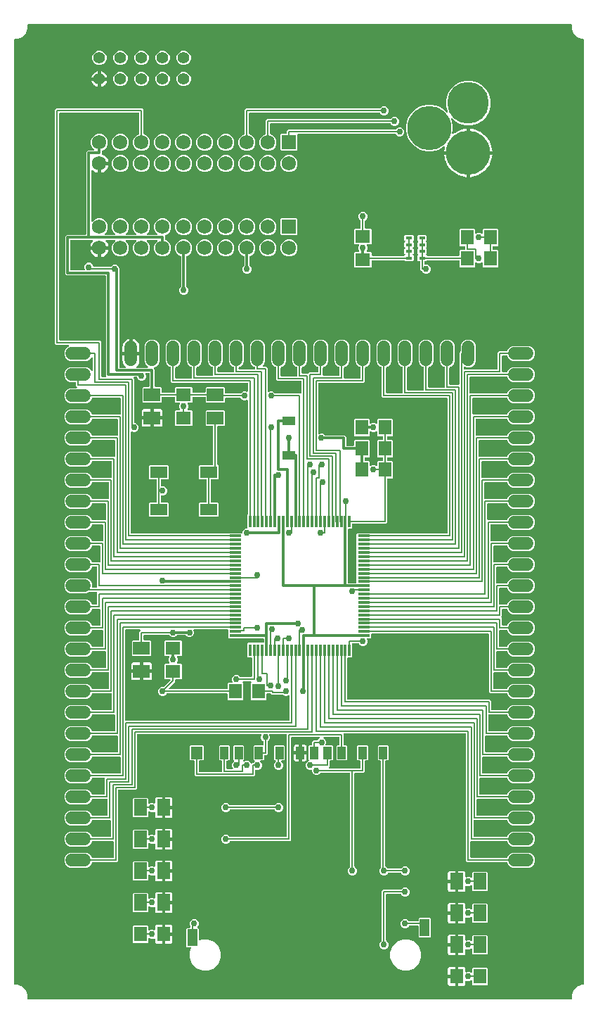
<source format=gbr>
G04 EAGLE Gerber RS-274X export*
G75*
%MOMM*%
%FSLAX34Y34*%
%LPD*%
%INTop Copper*%
%IPPOS*%
%AMOC8*
5,1,8,0,0,1.08239X$1,22.5*%
G01*
%ADD10R,1.600000X1.800000*%
%ADD11R,1.800000X1.600000*%
%ADD12C,1.397000*%
%ADD13R,0.800000X0.400000*%
%ADD14R,1.475000X0.300000*%
%ADD15R,0.300000X1.475000*%
%ADD16R,1.725000X1.725000*%
%ADD17C,1.725000*%
%ADD18R,1.000000X1.500000*%
%ADD19R,1.200000X2.000000*%
%ADD20R,1.450000X1.500000*%
%ADD21C,5.300000*%
%ADD22C,5.000000*%
%ADD23C,1.524000*%
%ADD24R,1.600000X1.000000*%
%ADD25R,1.600000X2.000000*%
%ADD26R,2.000000X1.600000*%
%ADD27R,2.100000X1.400000*%
%ADD28C,0.304800*%
%ADD29C,0.756400*%
%ADD30C,0.203200*%

G36*
X682382Y10169D02*
X682382Y10169D01*
X682440Y10167D01*
X682522Y10189D01*
X682606Y10201D01*
X682659Y10224D01*
X682715Y10239D01*
X682788Y10282D01*
X682865Y10317D01*
X682910Y10355D01*
X682960Y10384D01*
X683018Y10446D01*
X683082Y10500D01*
X683114Y10549D01*
X683154Y10592D01*
X683193Y10667D01*
X683240Y10737D01*
X683257Y10793D01*
X683284Y10845D01*
X683295Y10913D01*
X683325Y11008D01*
X683328Y11108D01*
X683339Y11176D01*
X683339Y15716D01*
X685647Y21288D01*
X689912Y25553D01*
X695484Y27861D01*
X696724Y27861D01*
X696782Y27869D01*
X696840Y27867D01*
X696922Y27889D01*
X697006Y27901D01*
X697059Y27924D01*
X697115Y27939D01*
X697188Y27982D01*
X697265Y28017D01*
X697310Y28055D01*
X697360Y28084D01*
X697418Y28146D01*
X697482Y28200D01*
X697514Y28249D01*
X697554Y28292D01*
X697593Y28367D01*
X697640Y28437D01*
X697657Y28493D01*
X697684Y28545D01*
X697695Y28613D01*
X697725Y28708D01*
X697728Y28808D01*
X697739Y28876D01*
X697739Y1164924D01*
X697731Y1164982D01*
X697733Y1165040D01*
X697711Y1165122D01*
X697699Y1165206D01*
X697676Y1165259D01*
X697661Y1165315D01*
X697618Y1165388D01*
X697583Y1165465D01*
X697545Y1165510D01*
X697516Y1165560D01*
X697454Y1165618D01*
X697400Y1165682D01*
X697351Y1165714D01*
X697308Y1165754D01*
X697233Y1165793D01*
X697163Y1165840D01*
X697107Y1165857D01*
X697055Y1165884D01*
X696987Y1165895D01*
X696892Y1165925D01*
X696792Y1165928D01*
X696724Y1165939D01*
X695484Y1165939D01*
X689912Y1168247D01*
X685647Y1172512D01*
X683339Y1178084D01*
X683339Y1182524D01*
X683331Y1182582D01*
X683333Y1182640D01*
X683311Y1182722D01*
X683299Y1182806D01*
X683276Y1182859D01*
X683261Y1182915D01*
X683218Y1182988D01*
X683183Y1183065D01*
X683145Y1183110D01*
X683116Y1183160D01*
X683054Y1183218D01*
X683000Y1183282D01*
X682951Y1183314D01*
X682908Y1183354D01*
X682833Y1183393D01*
X682763Y1183440D01*
X682707Y1183457D01*
X682655Y1183484D01*
X682587Y1183495D01*
X682492Y1183525D01*
X682392Y1183528D01*
X682324Y1183539D01*
X28876Y1183539D01*
X28818Y1183531D01*
X28760Y1183533D01*
X28678Y1183511D01*
X28594Y1183499D01*
X28541Y1183476D01*
X28485Y1183461D01*
X28412Y1183418D01*
X28335Y1183383D01*
X28290Y1183345D01*
X28240Y1183316D01*
X28182Y1183254D01*
X28118Y1183200D01*
X28086Y1183151D01*
X28046Y1183108D01*
X28007Y1183033D01*
X27960Y1182963D01*
X27943Y1182907D01*
X27916Y1182855D01*
X27905Y1182787D01*
X27875Y1182692D01*
X27872Y1182592D01*
X27861Y1182524D01*
X27861Y1178084D01*
X25553Y1172512D01*
X21288Y1168247D01*
X15716Y1165939D01*
X12700Y1165939D01*
X12642Y1165931D01*
X12584Y1165933D01*
X12502Y1165911D01*
X12419Y1165899D01*
X12365Y1165876D01*
X12309Y1165861D01*
X12236Y1165818D01*
X12159Y1165783D01*
X12114Y1165745D01*
X12064Y1165716D01*
X12006Y1165654D01*
X11942Y1165600D01*
X11910Y1165551D01*
X11870Y1165508D01*
X11831Y1165433D01*
X11785Y1165363D01*
X11767Y1165307D01*
X11740Y1165255D01*
X11729Y1165187D01*
X11699Y1165092D01*
X11696Y1164992D01*
X11685Y1164924D01*
X11685Y28876D01*
X11693Y28818D01*
X11691Y28760D01*
X11713Y28678D01*
X11725Y28594D01*
X11749Y28541D01*
X11763Y28485D01*
X11806Y28412D01*
X11841Y28335D01*
X11879Y28290D01*
X11909Y28240D01*
X11970Y28182D01*
X12025Y28118D01*
X12073Y28086D01*
X12116Y28046D01*
X12191Y28007D01*
X12261Y27960D01*
X12317Y27943D01*
X12369Y27916D01*
X12437Y27905D01*
X12532Y27875D01*
X12632Y27872D01*
X12700Y27861D01*
X15716Y27861D01*
X21288Y25553D01*
X25553Y21288D01*
X27861Y15716D01*
X27861Y11176D01*
X27869Y11118D01*
X27867Y11060D01*
X27889Y10978D01*
X27901Y10894D01*
X27924Y10841D01*
X27939Y10785D01*
X27982Y10712D01*
X28017Y10635D01*
X28055Y10590D01*
X28084Y10540D01*
X28146Y10482D01*
X28200Y10418D01*
X28249Y10386D01*
X28292Y10346D01*
X28367Y10307D01*
X28437Y10260D01*
X28493Y10243D01*
X28545Y10216D01*
X28613Y10205D01*
X28708Y10175D01*
X28808Y10172D01*
X28876Y10161D01*
X682324Y10161D01*
X682382Y10169D01*
G37*
%LPC*%
G36*
X418044Y159793D02*
X418044Y159793D01*
X416094Y160601D01*
X414601Y162094D01*
X413793Y164044D01*
X413793Y166156D01*
X414601Y168106D01*
X416163Y169668D01*
X416177Y169676D01*
X416178Y169678D01*
X416180Y169678D01*
X416278Y169783D01*
X416373Y169883D01*
X416373Y169885D01*
X416374Y169886D01*
X416439Y170011D01*
X416503Y170136D01*
X416503Y170137D01*
X416504Y170139D01*
X416506Y170154D01*
X416558Y170415D01*
X416555Y170445D01*
X416559Y170470D01*
X416559Y282118D01*
X416551Y282176D01*
X416553Y282234D01*
X416531Y282316D01*
X416519Y282399D01*
X416496Y282453D01*
X416481Y282509D01*
X416438Y282582D01*
X416403Y282659D01*
X416365Y282703D01*
X416336Y282754D01*
X416274Y282811D01*
X416220Y282876D01*
X416171Y282908D01*
X416128Y282948D01*
X416053Y282987D01*
X415983Y283033D01*
X415927Y283051D01*
X415875Y283078D01*
X415807Y283089D01*
X415712Y283119D01*
X415612Y283122D01*
X415544Y283133D01*
X381008Y283133D01*
X381006Y283133D01*
X381005Y283133D01*
X380864Y283113D01*
X380726Y283093D01*
X380725Y283093D01*
X380723Y283092D01*
X380593Y283033D01*
X380467Y282977D01*
X380466Y282976D01*
X380464Y282975D01*
X380357Y282884D01*
X380250Y282793D01*
X380249Y282792D01*
X380248Y282791D01*
X380240Y282778D01*
X380225Y282756D01*
X378644Y281175D01*
X376694Y280367D01*
X374582Y280367D01*
X372632Y281175D01*
X371139Y282668D01*
X370331Y284618D01*
X370331Y285778D01*
X370323Y285836D01*
X370325Y285894D01*
X370303Y285976D01*
X370291Y286060D01*
X370268Y286113D01*
X370253Y286169D01*
X370210Y286242D01*
X370175Y286319D01*
X370137Y286364D01*
X370108Y286414D01*
X370046Y286472D01*
X369992Y286536D01*
X369943Y286568D01*
X369900Y286608D01*
X369825Y286647D01*
X369755Y286694D01*
X369699Y286711D01*
X369647Y286738D01*
X369579Y286749D01*
X369484Y286779D01*
X369384Y286782D01*
X369316Y286793D01*
X367244Y286793D01*
X365294Y287601D01*
X363801Y289094D01*
X362993Y291044D01*
X362993Y293156D01*
X363801Y295106D01*
X365294Y296599D01*
X366139Y296949D01*
X366238Y297007D01*
X366340Y297060D01*
X366360Y297079D01*
X366384Y297094D01*
X366463Y297177D01*
X366546Y297256D01*
X366560Y297280D01*
X366579Y297300D01*
X366632Y297402D01*
X366690Y297501D01*
X366697Y297528D01*
X366710Y297553D01*
X366732Y297666D01*
X366760Y297777D01*
X366759Y297805D01*
X366765Y297832D01*
X366755Y297946D01*
X366751Y298061D01*
X366743Y298087D01*
X366740Y298115D01*
X366699Y298222D01*
X366664Y298332D01*
X366649Y298352D01*
X366638Y298380D01*
X366477Y298593D01*
X366469Y298605D01*
X366467Y298607D01*
X366466Y298607D01*
X366275Y298798D01*
X366275Y315062D01*
X367168Y315955D01*
X369244Y315955D01*
X369302Y315963D01*
X369360Y315961D01*
X369442Y315983D01*
X369526Y315995D01*
X369579Y316018D01*
X369635Y316033D01*
X369708Y316076D01*
X369785Y316111D01*
X369830Y316149D01*
X369880Y316178D01*
X369938Y316240D01*
X370002Y316294D01*
X370034Y316343D01*
X370074Y316386D01*
X370113Y316461D01*
X370160Y316531D01*
X370177Y316587D01*
X370204Y316639D01*
X370215Y316707D01*
X370245Y316802D01*
X370248Y316902D01*
X370259Y316970D01*
X370259Y320646D01*
X371748Y322135D01*
X376590Y322135D01*
X376592Y322135D01*
X376593Y322135D01*
X376734Y322155D01*
X376872Y322174D01*
X376873Y322175D01*
X376875Y322175D01*
X377004Y322234D01*
X377131Y322291D01*
X377132Y322292D01*
X377134Y322292D01*
X377240Y322383D01*
X377348Y322474D01*
X377349Y322476D01*
X377350Y322477D01*
X377358Y322489D01*
X377373Y322511D01*
X378954Y324093D01*
X379170Y324182D01*
X379244Y324226D01*
X379322Y324261D01*
X379366Y324298D01*
X379415Y324326D01*
X379474Y324389D01*
X379539Y324445D01*
X379571Y324492D01*
X379610Y324533D01*
X379649Y324610D01*
X379697Y324681D01*
X379714Y324735D01*
X379740Y324786D01*
X379757Y324870D01*
X379783Y324952D01*
X379784Y325009D01*
X379795Y325065D01*
X379788Y325150D01*
X379790Y325236D01*
X379776Y325291D01*
X379771Y325348D01*
X379740Y325428D01*
X379718Y325511D01*
X379689Y325560D01*
X379669Y325613D01*
X379617Y325682D01*
X379573Y325756D01*
X379531Y325795D01*
X379497Y325840D01*
X379428Y325892D01*
X379366Y325950D01*
X379315Y325976D01*
X379269Y326010D01*
X379189Y326041D01*
X379112Y326080D01*
X379064Y326088D01*
X379003Y326111D01*
X378859Y326122D01*
X378781Y326135D01*
X346456Y326135D01*
X346398Y326127D01*
X346340Y326129D01*
X346258Y326107D01*
X346174Y326095D01*
X346121Y326072D01*
X346065Y326057D01*
X345992Y326014D01*
X345915Y325979D01*
X345870Y325941D01*
X345820Y325912D01*
X345762Y325850D01*
X345698Y325796D01*
X345666Y325747D01*
X345626Y325704D01*
X345587Y325629D01*
X345540Y325559D01*
X345523Y325503D01*
X345496Y325451D01*
X345485Y325383D01*
X345455Y325288D01*
X345452Y325188D01*
X345441Y325120D01*
X345441Y202148D01*
X343952Y200659D01*
X272070Y200659D01*
X272068Y200659D01*
X272067Y200659D01*
X271926Y200639D01*
X271788Y200619D01*
X271787Y200619D01*
X271785Y200619D01*
X271655Y200560D01*
X271529Y200503D01*
X271528Y200502D01*
X271526Y200501D01*
X271420Y200411D01*
X271312Y200320D01*
X271311Y200318D01*
X271310Y200317D01*
X271302Y200305D01*
X271287Y200282D01*
X269706Y198701D01*
X267756Y197893D01*
X265644Y197893D01*
X263694Y198701D01*
X262201Y200194D01*
X261393Y202144D01*
X261393Y204256D01*
X262201Y206206D01*
X263694Y207699D01*
X265644Y208507D01*
X267756Y208507D01*
X269706Y207699D01*
X271268Y206137D01*
X271276Y206123D01*
X271278Y206122D01*
X271278Y206120D01*
X271383Y206022D01*
X271483Y205927D01*
X271485Y205927D01*
X271486Y205926D01*
X271611Y205861D01*
X271736Y205797D01*
X271737Y205797D01*
X271739Y205796D01*
X271754Y205794D01*
X272015Y205742D01*
X272045Y205745D01*
X272070Y205741D01*
X339344Y205741D01*
X339402Y205749D01*
X339460Y205747D01*
X339542Y205769D01*
X339626Y205781D01*
X339679Y205804D01*
X339735Y205819D01*
X339808Y205862D01*
X339885Y205897D01*
X339930Y205935D01*
X339980Y205964D01*
X340038Y206026D01*
X340102Y206080D01*
X340134Y206129D01*
X340174Y206172D01*
X340213Y206247D01*
X340260Y206317D01*
X340277Y206373D01*
X340304Y206425D01*
X340315Y206493D01*
X340345Y206588D01*
X340348Y206688D01*
X340359Y206756D01*
X340359Y328676D01*
X340351Y328734D01*
X340353Y328792D01*
X340331Y328874D01*
X340319Y328958D01*
X340296Y329011D01*
X340281Y329067D01*
X340238Y329140D01*
X340203Y329217D01*
X340165Y329262D01*
X340136Y329312D01*
X340074Y329370D01*
X340020Y329434D01*
X339971Y329466D01*
X339928Y329506D01*
X339853Y329545D01*
X339783Y329592D01*
X339727Y329609D01*
X339675Y329636D01*
X339607Y329647D01*
X339512Y329677D01*
X339412Y329680D01*
X339344Y329691D01*
X319957Y329691D01*
X319843Y329675D01*
X319729Y329665D01*
X319703Y329655D01*
X319676Y329651D01*
X319571Y329604D01*
X319464Y329563D01*
X319442Y329547D01*
X319416Y329535D01*
X319329Y329461D01*
X319237Y329392D01*
X319220Y329369D01*
X319199Y329352D01*
X319136Y329256D01*
X319067Y329164D01*
X319057Y329138D01*
X319042Y329115D01*
X319007Y329005D01*
X318966Y328898D01*
X318964Y328870D01*
X318956Y328844D01*
X318953Y328729D01*
X318944Y328615D01*
X318949Y328590D01*
X318949Y328560D01*
X319016Y328303D01*
X319019Y328287D01*
X319567Y326966D01*
X319567Y324854D01*
X318759Y322904D01*
X317197Y321342D01*
X317183Y321334D01*
X317182Y321332D01*
X317180Y321332D01*
X317082Y321227D01*
X316987Y321127D01*
X316987Y321125D01*
X316986Y321124D01*
X316921Y320997D01*
X316857Y320874D01*
X316857Y320873D01*
X316856Y320871D01*
X316854Y320856D01*
X316802Y320595D01*
X316805Y320565D01*
X316801Y320540D01*
X316801Y305878D01*
X315312Y304389D01*
X313840Y304389D01*
X313782Y304381D01*
X313724Y304383D01*
X313642Y304361D01*
X313558Y304349D01*
X313505Y304326D01*
X313449Y304311D01*
X313376Y304268D01*
X313299Y304233D01*
X313254Y304195D01*
X313204Y304166D01*
X313146Y304104D01*
X313082Y304050D01*
X313050Y304001D01*
X313010Y303958D01*
X312971Y303883D01*
X312924Y303813D01*
X312907Y303757D01*
X312880Y303705D01*
X312869Y303637D01*
X312839Y303542D01*
X312836Y303442D01*
X312825Y303374D01*
X312825Y298798D01*
X311932Y297905D01*
X308951Y297905D01*
X308921Y297901D01*
X308892Y297904D01*
X308781Y297881D01*
X308669Y297865D01*
X308642Y297853D01*
X308614Y297848D01*
X308513Y297795D01*
X308410Y297749D01*
X308387Y297730D01*
X308361Y297717D01*
X308279Y297639D01*
X308193Y297566D01*
X308176Y297541D01*
X308155Y297521D01*
X308098Y297423D01*
X308035Y297329D01*
X308026Y297301D01*
X308011Y297276D01*
X307984Y297166D01*
X307949Y297058D01*
X307949Y297028D01*
X307941Y297000D01*
X307945Y296887D01*
X307942Y296774D01*
X307949Y296745D01*
X307950Y296716D01*
X307985Y296608D01*
X308014Y296499D01*
X308029Y296473D01*
X308038Y296445D01*
X308083Y296381D01*
X308159Y296254D01*
X308205Y296211D01*
X308233Y296172D01*
X309299Y295106D01*
X310107Y293156D01*
X310107Y291044D01*
X309299Y289094D01*
X307806Y287601D01*
X305856Y286793D01*
X303744Y286793D01*
X303383Y286943D01*
X303272Y286972D01*
X303162Y287007D01*
X303134Y287007D01*
X303107Y287014D01*
X302993Y287011D01*
X302878Y287014D01*
X302851Y287007D01*
X302823Y287006D01*
X302714Y286971D01*
X302603Y286942D01*
X302579Y286928D01*
X302552Y286919D01*
X302457Y286855D01*
X302358Y286797D01*
X302339Y286777D01*
X302316Y286761D01*
X302242Y286673D01*
X302164Y286589D01*
X302151Y286565D01*
X302133Y286544D01*
X302086Y286438D01*
X302034Y286336D01*
X302030Y286312D01*
X302018Y286284D01*
X301981Y286020D01*
X301979Y286005D01*
X301979Y280154D01*
X300490Y278665D01*
X230448Y278665D01*
X228959Y280154D01*
X228959Y296890D01*
X228951Y296948D01*
X228953Y297006D01*
X228931Y297088D01*
X228919Y297172D01*
X228896Y297225D01*
X228881Y297281D01*
X228838Y297354D01*
X228803Y297431D01*
X228765Y297476D01*
X228736Y297526D01*
X228674Y297584D01*
X228620Y297648D01*
X228571Y297680D01*
X228528Y297720D01*
X228453Y297759D01*
X228383Y297806D01*
X228327Y297823D01*
X228275Y297850D01*
X228207Y297861D01*
X228112Y297891D01*
X228012Y297894D01*
X227944Y297905D01*
X223618Y297905D01*
X222725Y298798D01*
X222725Y315062D01*
X223618Y315955D01*
X239382Y315955D01*
X240275Y315062D01*
X240275Y298798D01*
X239382Y297905D01*
X235056Y297905D01*
X234998Y297897D01*
X234940Y297899D01*
X234858Y297877D01*
X234774Y297865D01*
X234721Y297842D01*
X234665Y297827D01*
X234592Y297784D01*
X234515Y297749D01*
X234470Y297711D01*
X234420Y297682D01*
X234362Y297620D01*
X234298Y297566D01*
X234266Y297517D01*
X234226Y297474D01*
X234187Y297399D01*
X234140Y297329D01*
X234123Y297273D01*
X234096Y297221D01*
X234085Y297153D01*
X234055Y297058D01*
X234052Y296958D01*
X234041Y296890D01*
X234041Y284762D01*
X234049Y284704D01*
X234047Y284646D01*
X234069Y284564D01*
X234081Y284480D01*
X234104Y284427D01*
X234119Y284371D01*
X234162Y284298D01*
X234197Y284221D01*
X234235Y284176D01*
X234264Y284126D01*
X234326Y284068D01*
X234380Y284004D01*
X234429Y283972D01*
X234472Y283932D01*
X234547Y283893D01*
X234617Y283846D01*
X234673Y283829D01*
X234725Y283802D01*
X234793Y283791D01*
X234888Y283761D01*
X234988Y283758D01*
X235056Y283747D01*
X261444Y283747D01*
X261502Y283755D01*
X261560Y283753D01*
X261642Y283775D01*
X261726Y283787D01*
X261779Y283810D01*
X261835Y283825D01*
X261908Y283868D01*
X261985Y283903D01*
X262030Y283941D01*
X262080Y283970D01*
X262138Y284032D01*
X262202Y284086D01*
X262234Y284135D01*
X262274Y284178D01*
X262313Y284253D01*
X262360Y284323D01*
X262377Y284379D01*
X262404Y284431D01*
X262415Y284499D01*
X262445Y284594D01*
X262448Y284694D01*
X262459Y284762D01*
X262459Y296890D01*
X262451Y296948D01*
X262453Y297006D01*
X262431Y297088D01*
X262419Y297172D01*
X262396Y297225D01*
X262381Y297281D01*
X262338Y297354D01*
X262303Y297431D01*
X262265Y297476D01*
X262236Y297526D01*
X262174Y297584D01*
X262120Y297648D01*
X262071Y297680D01*
X262028Y297720D01*
X261953Y297759D01*
X261883Y297806D01*
X261827Y297823D01*
X261775Y297850D01*
X261707Y297861D01*
X261612Y297891D01*
X261512Y297894D01*
X261444Y297905D01*
X259368Y297905D01*
X258475Y298798D01*
X258475Y315062D01*
X259368Y315955D01*
X270632Y315955D01*
X271525Y315062D01*
X271525Y298798D01*
X270632Y297905D01*
X268556Y297905D01*
X268498Y297897D01*
X268440Y297899D01*
X268358Y297877D01*
X268274Y297865D01*
X268221Y297842D01*
X268165Y297827D01*
X268092Y297784D01*
X268015Y297749D01*
X267970Y297711D01*
X267920Y297682D01*
X267862Y297620D01*
X267798Y297566D01*
X267766Y297517D01*
X267726Y297474D01*
X267687Y297399D01*
X267640Y297329D01*
X267623Y297273D01*
X267596Y297221D01*
X267585Y297153D01*
X267555Y297058D01*
X267552Y296958D01*
X267541Y296890D01*
X267541Y288318D01*
X267548Y288263D01*
X267547Y288223D01*
X267548Y288221D01*
X267547Y288202D01*
X267569Y288120D01*
X267581Y288036D01*
X267604Y287983D01*
X267619Y287927D01*
X267662Y287854D01*
X267697Y287777D01*
X267735Y287732D01*
X267764Y287682D01*
X267826Y287624D01*
X267880Y287560D01*
X267929Y287528D01*
X267972Y287488D01*
X268047Y287449D01*
X268117Y287402D01*
X268173Y287385D01*
X268225Y287358D01*
X268293Y287347D01*
X268388Y287317D01*
X268488Y287314D01*
X268556Y287303D01*
X274241Y287303D01*
X274271Y287307D01*
X274300Y287304D01*
X274411Y287327D01*
X274523Y287343D01*
X274550Y287355D01*
X274579Y287360D01*
X274679Y287413D01*
X274782Y287459D01*
X274805Y287478D01*
X274831Y287491D01*
X274913Y287569D01*
X274999Y287642D01*
X275016Y287667D01*
X275037Y287687D01*
X275094Y287785D01*
X275157Y287879D01*
X275166Y287907D01*
X275181Y287932D01*
X275208Y288042D01*
X275243Y288150D01*
X275243Y288179D01*
X275251Y288208D01*
X275247Y288321D01*
X275250Y288434D01*
X275243Y288463D01*
X275242Y288492D01*
X275207Y288600D01*
X275178Y288709D01*
X275163Y288735D01*
X275154Y288763D01*
X275109Y288827D01*
X275033Y288954D01*
X275013Y288972D01*
X275012Y288975D01*
X274985Y289000D01*
X274959Y289036D01*
X274901Y289094D01*
X274093Y291044D01*
X274093Y293156D01*
X274901Y295106D01*
X276317Y296521D01*
X276352Y296568D01*
X276394Y296608D01*
X276437Y296681D01*
X276487Y296749D01*
X276508Y296803D01*
X276538Y296854D01*
X276559Y296935D01*
X276589Y297014D01*
X276594Y297073D01*
X276608Y297129D01*
X276605Y297213D01*
X276612Y297298D01*
X276601Y297355D01*
X276599Y297413D01*
X276573Y297494D01*
X276556Y297576D01*
X276529Y297628D01*
X276511Y297684D01*
X276471Y297740D01*
X276425Y297829D01*
X276357Y297901D01*
X276317Y297957D01*
X275475Y298798D01*
X275475Y315062D01*
X276368Y315955D01*
X287632Y315955D01*
X288525Y315062D01*
X288525Y298798D01*
X287976Y298250D01*
X287925Y298181D01*
X287866Y298119D01*
X287840Y298068D01*
X287805Y298023D01*
X287775Y297942D01*
X287735Y297866D01*
X287724Y297810D01*
X287704Y297757D01*
X287697Y297671D01*
X287680Y297587D01*
X287685Y297531D01*
X287681Y297474D01*
X287697Y297390D01*
X287705Y297304D01*
X287725Y297251D01*
X287736Y297195D01*
X287776Y297119D01*
X287807Y297039D01*
X287841Y296993D01*
X287867Y296943D01*
X287927Y296880D01*
X287979Y296812D01*
X288024Y296778D01*
X288063Y296737D01*
X288137Y296693D01*
X288206Y296642D01*
X288260Y296622D01*
X288309Y296593D01*
X288392Y296572D01*
X288472Y296541D01*
X288529Y296537D01*
X288584Y296523D01*
X288670Y296526D01*
X288756Y296519D01*
X288804Y296530D01*
X288868Y296532D01*
X289006Y296576D01*
X289083Y296594D01*
X291044Y297407D01*
X293156Y297407D01*
X295106Y296599D01*
X296599Y295106D01*
X296677Y294917D01*
X296735Y294818D01*
X296788Y294716D01*
X296807Y294696D01*
X296821Y294673D01*
X296905Y294594D01*
X296984Y294510D01*
X297008Y294496D01*
X297028Y294477D01*
X297130Y294425D01*
X297229Y294367D01*
X297256Y294360D01*
X297281Y294347D01*
X297393Y294325D01*
X297505Y294297D01*
X297533Y294297D01*
X297560Y294292D01*
X297674Y294302D01*
X297789Y294306D01*
X297815Y294314D01*
X297843Y294317D01*
X297950Y294358D01*
X298060Y294393D01*
X298080Y294408D01*
X298108Y294419D01*
X298321Y294579D01*
X298333Y294588D01*
X298386Y294641D01*
X299430Y294641D01*
X299432Y294641D01*
X299433Y294641D01*
X299574Y294661D01*
X299712Y294681D01*
X299713Y294681D01*
X299715Y294681D01*
X299844Y294740D01*
X299971Y294797D01*
X299972Y294798D01*
X299974Y294799D01*
X300080Y294889D01*
X300188Y294980D01*
X300189Y294982D01*
X300190Y294983D01*
X300198Y294995D01*
X300213Y295017D01*
X301367Y296172D01*
X301385Y296196D01*
X301407Y296215D01*
X301470Y296309D01*
X301538Y296399D01*
X301549Y296427D01*
X301565Y296451D01*
X301599Y296559D01*
X301639Y296665D01*
X301642Y296694D01*
X301651Y296722D01*
X301654Y296836D01*
X301663Y296948D01*
X301657Y296977D01*
X301658Y297006D01*
X301629Y297116D01*
X301607Y297227D01*
X301594Y297253D01*
X301586Y297281D01*
X301528Y297379D01*
X301476Y297479D01*
X301456Y297501D01*
X301441Y297526D01*
X301358Y297603D01*
X301280Y297685D01*
X301255Y297700D01*
X301234Y297720D01*
X301133Y297772D01*
X301035Y297829D01*
X301007Y297836D01*
X300980Y297850D01*
X300903Y297863D01*
X300760Y297899D01*
X300697Y297897D01*
X300672Y297901D01*
X299775Y298798D01*
X299775Y315062D01*
X300668Y315955D01*
X310704Y315955D01*
X310762Y315963D01*
X310820Y315961D01*
X310902Y315983D01*
X310986Y315995D01*
X311039Y316018D01*
X311095Y316033D01*
X311168Y316076D01*
X311245Y316111D01*
X311290Y316149D01*
X311340Y316178D01*
X311398Y316240D01*
X311462Y316294D01*
X311494Y316343D01*
X311534Y316386D01*
X311573Y316461D01*
X311620Y316531D01*
X311637Y316587D01*
X311664Y316639D01*
X311675Y316707D01*
X311705Y316802D01*
X311708Y316902D01*
X311719Y316970D01*
X311719Y320540D01*
X311719Y320542D01*
X311719Y320543D01*
X311700Y320676D01*
X311679Y320822D01*
X311679Y320823D01*
X311679Y320825D01*
X311620Y320954D01*
X311563Y321081D01*
X311562Y321082D01*
X311561Y321084D01*
X311471Y321190D01*
X311380Y321298D01*
X311378Y321299D01*
X311377Y321300D01*
X311365Y321308D01*
X311342Y321323D01*
X309761Y322904D01*
X308953Y324854D01*
X308953Y326966D01*
X309501Y328287D01*
X309529Y328399D01*
X309564Y328508D01*
X309565Y328536D01*
X309572Y328563D01*
X309568Y328677D01*
X309571Y328792D01*
X309564Y328819D01*
X309564Y328847D01*
X309529Y328956D01*
X309500Y329067D01*
X309485Y329091D01*
X309477Y329118D01*
X309413Y329213D01*
X309354Y329312D01*
X309334Y329331D01*
X309319Y329354D01*
X309231Y329428D01*
X309147Y329506D01*
X309122Y329519D01*
X309101Y329537D01*
X308996Y329583D01*
X308894Y329636D01*
X308869Y329640D01*
X308841Y329652D01*
X308578Y329689D01*
X308563Y329691D01*
X160528Y329691D01*
X160470Y329683D01*
X160412Y329685D01*
X160330Y329663D01*
X160246Y329651D01*
X160193Y329628D01*
X160137Y329613D01*
X160064Y329570D01*
X159987Y329535D01*
X159942Y329497D01*
X159892Y329468D01*
X159834Y329406D01*
X159770Y329352D01*
X159738Y329303D01*
X159698Y329260D01*
X159659Y329185D01*
X159612Y329115D01*
X159595Y329059D01*
X159568Y329007D01*
X159557Y328939D01*
X159527Y328844D01*
X159524Y328744D01*
X159513Y328676D01*
X159513Y264124D01*
X158024Y262635D01*
X137668Y262635D01*
X137610Y262627D01*
X137552Y262629D01*
X137470Y262607D01*
X137386Y262595D01*
X137333Y262572D01*
X137277Y262557D01*
X137204Y262514D01*
X137127Y262479D01*
X137082Y262441D01*
X137032Y262412D01*
X136974Y262350D01*
X136910Y262296D01*
X136878Y262247D01*
X136838Y262204D01*
X136799Y262129D01*
X136752Y262059D01*
X136735Y262003D01*
X136708Y261951D01*
X136697Y261883D01*
X136667Y261788D01*
X136664Y261688D01*
X136653Y261620D01*
X136653Y176748D01*
X135164Y175259D01*
X106044Y175259D01*
X106043Y175259D01*
X106041Y175259D01*
X105901Y175239D01*
X105763Y175219D01*
X105761Y175219D01*
X105760Y175219D01*
X105634Y175162D01*
X105503Y175103D01*
X105502Y175102D01*
X105501Y175101D01*
X105393Y175010D01*
X105286Y174920D01*
X105285Y174918D01*
X105284Y174917D01*
X105276Y174904D01*
X105129Y174683D01*
X105119Y174654D01*
X105106Y174633D01*
X104273Y172620D01*
X101700Y170047D01*
X98339Y168655D01*
X79461Y168655D01*
X76100Y170047D01*
X73527Y172620D01*
X72135Y175981D01*
X72135Y179619D01*
X73527Y182980D01*
X76100Y185553D01*
X79461Y186945D01*
X98339Y186945D01*
X101700Y185553D01*
X104273Y182980D01*
X105106Y180967D01*
X105107Y180966D01*
X105107Y180965D01*
X105179Y180844D01*
X105251Y180723D01*
X105252Y180722D01*
X105253Y180720D01*
X105357Y180623D01*
X105457Y180527D01*
X105459Y180527D01*
X105460Y180526D01*
X105586Y180461D01*
X105710Y180397D01*
X105712Y180397D01*
X105713Y180396D01*
X105728Y180394D01*
X105989Y180342D01*
X106019Y180345D01*
X106044Y180341D01*
X130556Y180341D01*
X130614Y180349D01*
X130672Y180347D01*
X130754Y180369D01*
X130838Y180381D01*
X130891Y180404D01*
X130947Y180419D01*
X131020Y180462D01*
X131097Y180497D01*
X131142Y180535D01*
X131192Y180564D01*
X131250Y180626D01*
X131314Y180680D01*
X131346Y180729D01*
X131386Y180772D01*
X131425Y180847D01*
X131472Y180917D01*
X131489Y180973D01*
X131516Y181025D01*
X131527Y181093D01*
X131557Y181188D01*
X131560Y181288D01*
X131571Y181356D01*
X131571Y199644D01*
X131563Y199702D01*
X131565Y199760D01*
X131543Y199842D01*
X131531Y199926D01*
X131508Y199979D01*
X131493Y200035D01*
X131450Y200108D01*
X131415Y200185D01*
X131377Y200230D01*
X131348Y200280D01*
X131286Y200338D01*
X131232Y200402D01*
X131183Y200434D01*
X131140Y200474D01*
X131065Y200513D01*
X130995Y200560D01*
X130939Y200577D01*
X130887Y200604D01*
X130819Y200615D01*
X130724Y200645D01*
X130624Y200648D01*
X130556Y200659D01*
X106044Y200659D01*
X106043Y200659D01*
X106041Y200659D01*
X105901Y200639D01*
X105763Y200619D01*
X105761Y200619D01*
X105760Y200619D01*
X105634Y200562D01*
X105503Y200503D01*
X105502Y200502D01*
X105501Y200501D01*
X105393Y200410D01*
X105286Y200320D01*
X105285Y200318D01*
X105284Y200317D01*
X105276Y200304D01*
X105129Y200083D01*
X105119Y200054D01*
X105106Y200033D01*
X104273Y198020D01*
X101700Y195447D01*
X98339Y194055D01*
X79461Y194055D01*
X76100Y195447D01*
X73527Y198020D01*
X72135Y201381D01*
X72135Y205019D01*
X73527Y208380D01*
X76100Y210953D01*
X79461Y212345D01*
X98339Y212345D01*
X101700Y210953D01*
X104273Y208380D01*
X105106Y206367D01*
X105107Y206366D01*
X105107Y206365D01*
X105179Y206244D01*
X105251Y206123D01*
X105252Y206122D01*
X105253Y206120D01*
X105357Y206023D01*
X105457Y205927D01*
X105459Y205927D01*
X105460Y205926D01*
X105586Y205861D01*
X105710Y205797D01*
X105712Y205797D01*
X105713Y205796D01*
X105728Y205794D01*
X105989Y205742D01*
X106019Y205745D01*
X106044Y205741D01*
X127000Y205741D01*
X127058Y205749D01*
X127116Y205747D01*
X127198Y205769D01*
X127282Y205781D01*
X127335Y205804D01*
X127391Y205819D01*
X127464Y205862D01*
X127541Y205897D01*
X127586Y205935D01*
X127636Y205964D01*
X127694Y206026D01*
X127758Y206080D01*
X127790Y206129D01*
X127830Y206172D01*
X127869Y206247D01*
X127916Y206317D01*
X127933Y206373D01*
X127960Y206425D01*
X127971Y206493D01*
X128001Y206588D01*
X128004Y206688D01*
X128015Y206756D01*
X128015Y225044D01*
X128007Y225102D01*
X128009Y225160D01*
X127987Y225242D01*
X127975Y225326D01*
X127952Y225379D01*
X127937Y225435D01*
X127894Y225508D01*
X127859Y225585D01*
X127821Y225630D01*
X127792Y225680D01*
X127730Y225738D01*
X127676Y225802D01*
X127627Y225834D01*
X127584Y225874D01*
X127509Y225913D01*
X127439Y225960D01*
X127383Y225977D01*
X127331Y226004D01*
X127263Y226015D01*
X127168Y226045D01*
X127068Y226048D01*
X127000Y226059D01*
X106044Y226059D01*
X106043Y226059D01*
X106041Y226059D01*
X105901Y226039D01*
X105763Y226019D01*
X105761Y226019D01*
X105760Y226019D01*
X105634Y225962D01*
X105503Y225903D01*
X105502Y225902D01*
X105501Y225901D01*
X105393Y225810D01*
X105286Y225720D01*
X105285Y225718D01*
X105284Y225717D01*
X105276Y225704D01*
X105129Y225483D01*
X105119Y225454D01*
X105106Y225433D01*
X104273Y223420D01*
X101700Y220847D01*
X98339Y219455D01*
X79461Y219455D01*
X76100Y220847D01*
X73527Y223420D01*
X72135Y226781D01*
X72135Y230419D01*
X73527Y233780D01*
X76100Y236353D01*
X79461Y237745D01*
X98339Y237745D01*
X101700Y236353D01*
X104273Y233780D01*
X105106Y231767D01*
X105107Y231766D01*
X105107Y231765D01*
X105181Y231641D01*
X105251Y231523D01*
X105252Y231522D01*
X105253Y231520D01*
X105357Y231423D01*
X105457Y231327D01*
X105459Y231327D01*
X105460Y231326D01*
X105586Y231261D01*
X105710Y231197D01*
X105712Y231197D01*
X105713Y231196D01*
X105728Y231194D01*
X105989Y231142D01*
X106019Y231145D01*
X106044Y231141D01*
X123444Y231141D01*
X123502Y231149D01*
X123560Y231147D01*
X123642Y231169D01*
X123726Y231181D01*
X123779Y231204D01*
X123835Y231219D01*
X123908Y231262D01*
X123985Y231297D01*
X124030Y231335D01*
X124080Y231364D01*
X124138Y231426D01*
X124202Y231480D01*
X124234Y231529D01*
X124274Y231572D01*
X124313Y231647D01*
X124360Y231717D01*
X124377Y231773D01*
X124404Y231825D01*
X124415Y231893D01*
X124445Y231988D01*
X124448Y232088D01*
X124459Y232156D01*
X124459Y250444D01*
X124451Y250502D01*
X124453Y250560D01*
X124431Y250642D01*
X124419Y250726D01*
X124396Y250779D01*
X124381Y250835D01*
X124338Y250908D01*
X124303Y250985D01*
X124265Y251030D01*
X124236Y251080D01*
X124174Y251138D01*
X124120Y251202D01*
X124071Y251234D01*
X124028Y251274D01*
X123953Y251313D01*
X123883Y251360D01*
X123827Y251377D01*
X123775Y251404D01*
X123707Y251415D01*
X123612Y251445D01*
X123512Y251448D01*
X123444Y251459D01*
X106044Y251459D01*
X106043Y251459D01*
X106041Y251459D01*
X105901Y251439D01*
X105763Y251419D01*
X105761Y251419D01*
X105760Y251419D01*
X105634Y251362D01*
X105503Y251303D01*
X105502Y251302D01*
X105501Y251301D01*
X105393Y251210D01*
X105286Y251120D01*
X105285Y251118D01*
X105284Y251117D01*
X105276Y251104D01*
X105129Y250883D01*
X105119Y250854D01*
X105106Y250833D01*
X104273Y248820D01*
X101700Y246247D01*
X98339Y244855D01*
X79461Y244855D01*
X76100Y246247D01*
X73527Y248820D01*
X72135Y252181D01*
X72135Y255819D01*
X73527Y259180D01*
X76100Y261753D01*
X79461Y263145D01*
X98339Y263145D01*
X101700Y261753D01*
X104273Y259180D01*
X105106Y257167D01*
X105107Y257166D01*
X105107Y257165D01*
X105179Y257044D01*
X105251Y256923D01*
X105252Y256922D01*
X105253Y256920D01*
X105357Y256823D01*
X105457Y256727D01*
X105459Y256727D01*
X105460Y256726D01*
X105586Y256661D01*
X105710Y256597D01*
X105712Y256597D01*
X105713Y256596D01*
X105728Y256594D01*
X105989Y256542D01*
X106019Y256545D01*
X106044Y256541D01*
X119888Y256541D01*
X119946Y256549D01*
X120004Y256547D01*
X120086Y256569D01*
X120170Y256581D01*
X120223Y256604D01*
X120279Y256619D01*
X120352Y256662D01*
X120429Y256697D01*
X120474Y256735D01*
X120524Y256764D01*
X120582Y256826D01*
X120646Y256880D01*
X120678Y256929D01*
X120718Y256972D01*
X120757Y257047D01*
X120804Y257117D01*
X120821Y257173D01*
X120848Y257225D01*
X120859Y257293D01*
X120889Y257388D01*
X120892Y257488D01*
X120903Y257556D01*
X120903Y275844D01*
X120895Y275902D01*
X120897Y275960D01*
X120875Y276042D01*
X120863Y276126D01*
X120840Y276179D01*
X120825Y276235D01*
X120782Y276308D01*
X120747Y276385D01*
X120709Y276430D01*
X120680Y276480D01*
X120618Y276538D01*
X120564Y276602D01*
X120515Y276634D01*
X120472Y276674D01*
X120397Y276713D01*
X120327Y276760D01*
X120271Y276777D01*
X120219Y276804D01*
X120151Y276815D01*
X120056Y276845D01*
X119956Y276848D01*
X119888Y276859D01*
X106044Y276859D01*
X106043Y276859D01*
X106041Y276859D01*
X105901Y276839D01*
X105763Y276819D01*
X105761Y276819D01*
X105760Y276819D01*
X105633Y276761D01*
X105503Y276703D01*
X105502Y276702D01*
X105501Y276701D01*
X105393Y276610D01*
X105286Y276520D01*
X105285Y276518D01*
X105284Y276517D01*
X105276Y276504D01*
X105129Y276283D01*
X105119Y276254D01*
X105106Y276233D01*
X104273Y274220D01*
X101700Y271647D01*
X98339Y270255D01*
X79461Y270255D01*
X76100Y271647D01*
X73527Y274220D01*
X72135Y277581D01*
X72135Y281219D01*
X73527Y284580D01*
X76100Y287153D01*
X79461Y288545D01*
X98339Y288545D01*
X101700Y287153D01*
X104273Y284580D01*
X105106Y282567D01*
X105107Y282566D01*
X105107Y282565D01*
X105179Y282444D01*
X105251Y282323D01*
X105252Y282322D01*
X105253Y282320D01*
X105357Y282223D01*
X105457Y282127D01*
X105459Y282127D01*
X105460Y282126D01*
X105586Y282061D01*
X105710Y281997D01*
X105712Y281997D01*
X105713Y281996D01*
X105728Y281994D01*
X105989Y281942D01*
X106019Y281945D01*
X106044Y281941D01*
X139192Y281941D01*
X139250Y281949D01*
X139308Y281947D01*
X139390Y281969D01*
X139474Y281981D01*
X139527Y282004D01*
X139583Y282019D01*
X139656Y282062D01*
X139733Y282097D01*
X139778Y282135D01*
X139828Y282164D01*
X139886Y282226D01*
X139950Y282280D01*
X139982Y282329D01*
X140022Y282372D01*
X140061Y282447D01*
X140108Y282517D01*
X140125Y282573D01*
X140152Y282625D01*
X140163Y282693D01*
X140193Y282788D01*
X140196Y282888D01*
X140207Y282956D01*
X140207Y301244D01*
X140199Y301302D01*
X140201Y301360D01*
X140179Y301442D01*
X140167Y301526D01*
X140144Y301579D01*
X140129Y301635D01*
X140086Y301708D01*
X140051Y301785D01*
X140013Y301830D01*
X139984Y301880D01*
X139922Y301938D01*
X139868Y302002D01*
X139819Y302034D01*
X139776Y302074D01*
X139701Y302113D01*
X139631Y302160D01*
X139575Y302177D01*
X139523Y302204D01*
X139455Y302215D01*
X139360Y302245D01*
X139260Y302248D01*
X139192Y302259D01*
X106044Y302259D01*
X106043Y302259D01*
X106041Y302259D01*
X105901Y302239D01*
X105763Y302219D01*
X105761Y302219D01*
X105760Y302219D01*
X105633Y302161D01*
X105503Y302103D01*
X105502Y302102D01*
X105501Y302101D01*
X105393Y302010D01*
X105286Y301920D01*
X105285Y301918D01*
X105284Y301917D01*
X105276Y301904D01*
X105129Y301683D01*
X105119Y301654D01*
X105106Y301633D01*
X104273Y299620D01*
X101700Y297047D01*
X98339Y295655D01*
X79461Y295655D01*
X76100Y297047D01*
X73527Y299620D01*
X72135Y302981D01*
X72135Y306619D01*
X73527Y309980D01*
X76100Y312553D01*
X79461Y313945D01*
X98339Y313945D01*
X101700Y312553D01*
X104273Y309980D01*
X105106Y307967D01*
X105107Y307966D01*
X105107Y307965D01*
X105179Y307844D01*
X105251Y307723D01*
X105252Y307722D01*
X105253Y307720D01*
X105357Y307623D01*
X105457Y307527D01*
X105459Y307527D01*
X105460Y307526D01*
X105586Y307461D01*
X105710Y307397D01*
X105712Y307397D01*
X105713Y307396D01*
X105728Y307394D01*
X105989Y307342D01*
X106019Y307345D01*
X106044Y307341D01*
X135636Y307341D01*
X135694Y307349D01*
X135752Y307347D01*
X135834Y307369D01*
X135918Y307381D01*
X135971Y307404D01*
X136027Y307419D01*
X136100Y307462D01*
X136177Y307497D01*
X136222Y307535D01*
X136272Y307564D01*
X136330Y307626D01*
X136394Y307680D01*
X136426Y307729D01*
X136466Y307772D01*
X136505Y307847D01*
X136552Y307917D01*
X136569Y307973D01*
X136596Y308025D01*
X136607Y308093D01*
X136637Y308188D01*
X136640Y308288D01*
X136651Y308356D01*
X136651Y326644D01*
X136643Y326702D01*
X136645Y326760D01*
X136623Y326842D01*
X136611Y326926D01*
X136588Y326979D01*
X136573Y327035D01*
X136530Y327108D01*
X136495Y327185D01*
X136457Y327230D01*
X136428Y327280D01*
X136366Y327338D01*
X136312Y327402D01*
X136263Y327434D01*
X136220Y327474D01*
X136145Y327513D01*
X136075Y327560D01*
X136019Y327577D01*
X135967Y327604D01*
X135899Y327615D01*
X135804Y327645D01*
X135704Y327648D01*
X135636Y327659D01*
X106044Y327659D01*
X106043Y327659D01*
X106041Y327659D01*
X105901Y327639D01*
X105763Y327619D01*
X105761Y327619D01*
X105760Y327619D01*
X105634Y327562D01*
X105503Y327503D01*
X105502Y327502D01*
X105501Y327501D01*
X105393Y327410D01*
X105286Y327320D01*
X105285Y327318D01*
X105284Y327317D01*
X105276Y327304D01*
X105129Y327083D01*
X105119Y327054D01*
X105106Y327033D01*
X104273Y325020D01*
X101700Y322447D01*
X98339Y321055D01*
X79461Y321055D01*
X76100Y322447D01*
X73527Y325020D01*
X72135Y328381D01*
X72135Y332019D01*
X73527Y335380D01*
X76100Y337953D01*
X79461Y339345D01*
X98339Y339345D01*
X101700Y337953D01*
X104273Y335380D01*
X105106Y333367D01*
X105107Y333366D01*
X105107Y333365D01*
X105179Y333244D01*
X105251Y333123D01*
X105252Y333122D01*
X105253Y333120D01*
X105357Y333023D01*
X105457Y332927D01*
X105459Y332927D01*
X105460Y332926D01*
X105586Y332861D01*
X105710Y332797D01*
X105712Y332797D01*
X105713Y332796D01*
X105728Y332794D01*
X105989Y332742D01*
X106019Y332745D01*
X106044Y332741D01*
X132080Y332741D01*
X132138Y332749D01*
X132196Y332747D01*
X132278Y332769D01*
X132362Y332781D01*
X132415Y332804D01*
X132471Y332819D01*
X132544Y332862D01*
X132621Y332897D01*
X132666Y332935D01*
X132716Y332964D01*
X132774Y333026D01*
X132838Y333080D01*
X132870Y333129D01*
X132910Y333172D01*
X132949Y333247D01*
X132996Y333317D01*
X133013Y333373D01*
X133040Y333425D01*
X133051Y333493D01*
X133081Y333588D01*
X133084Y333688D01*
X133095Y333756D01*
X133095Y352044D01*
X133087Y352102D01*
X133089Y352160D01*
X133067Y352242D01*
X133055Y352326D01*
X133032Y352379D01*
X133017Y352435D01*
X132974Y352508D01*
X132939Y352585D01*
X132901Y352630D01*
X132872Y352680D01*
X132810Y352738D01*
X132756Y352802D01*
X132707Y352834D01*
X132664Y352874D01*
X132589Y352913D01*
X132519Y352960D01*
X132463Y352977D01*
X132411Y353004D01*
X132343Y353015D01*
X132248Y353045D01*
X132148Y353048D01*
X132080Y353059D01*
X106044Y353059D01*
X106043Y353059D01*
X106041Y353059D01*
X105901Y353039D01*
X105763Y353019D01*
X105761Y353019D01*
X105760Y353019D01*
X105634Y352962D01*
X105503Y352903D01*
X105502Y352902D01*
X105501Y352901D01*
X105393Y352810D01*
X105286Y352720D01*
X105285Y352718D01*
X105284Y352717D01*
X105276Y352704D01*
X105129Y352483D01*
X105119Y352454D01*
X105106Y352433D01*
X104273Y350420D01*
X101700Y347847D01*
X98339Y346455D01*
X79461Y346455D01*
X76100Y347847D01*
X73527Y350420D01*
X72135Y353781D01*
X72135Y357419D01*
X73527Y360780D01*
X76100Y363353D01*
X79461Y364745D01*
X98339Y364745D01*
X101700Y363353D01*
X104273Y360780D01*
X105106Y358767D01*
X105107Y358766D01*
X105107Y358765D01*
X105179Y358644D01*
X105251Y358523D01*
X105252Y358522D01*
X105253Y358520D01*
X105357Y358423D01*
X105457Y358327D01*
X105459Y358327D01*
X105460Y358326D01*
X105586Y358261D01*
X105710Y358197D01*
X105712Y358197D01*
X105713Y358196D01*
X105728Y358194D01*
X105989Y358142D01*
X106019Y358145D01*
X106044Y358141D01*
X128524Y358141D01*
X128582Y358149D01*
X128640Y358147D01*
X128722Y358169D01*
X128806Y358181D01*
X128859Y358204D01*
X128915Y358219D01*
X128988Y358262D01*
X129065Y358297D01*
X129110Y358335D01*
X129160Y358364D01*
X129218Y358426D01*
X129282Y358480D01*
X129314Y358529D01*
X129354Y358572D01*
X129393Y358647D01*
X129440Y358717D01*
X129457Y358773D01*
X129484Y358825D01*
X129495Y358893D01*
X129525Y358988D01*
X129528Y359088D01*
X129539Y359156D01*
X129539Y377444D01*
X129531Y377502D01*
X129533Y377560D01*
X129511Y377642D01*
X129499Y377726D01*
X129476Y377779D01*
X129461Y377835D01*
X129418Y377908D01*
X129383Y377985D01*
X129345Y378030D01*
X129316Y378080D01*
X129254Y378138D01*
X129200Y378202D01*
X129151Y378234D01*
X129108Y378274D01*
X129033Y378313D01*
X128963Y378360D01*
X128907Y378377D01*
X128855Y378404D01*
X128787Y378415D01*
X128692Y378445D01*
X128592Y378448D01*
X128524Y378459D01*
X106044Y378459D01*
X106043Y378459D01*
X106041Y378459D01*
X105901Y378439D01*
X105763Y378419D01*
X105761Y378419D01*
X105760Y378419D01*
X105634Y378362D01*
X105503Y378303D01*
X105502Y378302D01*
X105501Y378301D01*
X105393Y378210D01*
X105286Y378120D01*
X105285Y378118D01*
X105284Y378117D01*
X105276Y378104D01*
X105129Y377883D01*
X105119Y377854D01*
X105106Y377833D01*
X104273Y375820D01*
X101700Y373247D01*
X98339Y371855D01*
X79461Y371855D01*
X76100Y373247D01*
X73527Y375820D01*
X72135Y379181D01*
X72135Y382819D01*
X73527Y386180D01*
X76100Y388753D01*
X79461Y390145D01*
X98339Y390145D01*
X101700Y388753D01*
X104273Y386180D01*
X105106Y384167D01*
X105107Y384166D01*
X105107Y384165D01*
X105179Y384044D01*
X105251Y383923D01*
X105252Y383922D01*
X105253Y383920D01*
X105357Y383823D01*
X105457Y383727D01*
X105459Y383727D01*
X105460Y383726D01*
X105586Y383661D01*
X105710Y383597D01*
X105712Y383597D01*
X105713Y383596D01*
X105728Y383594D01*
X105989Y383542D01*
X106019Y383545D01*
X106044Y383541D01*
X124968Y383541D01*
X125026Y383549D01*
X125084Y383547D01*
X125166Y383569D01*
X125250Y383581D01*
X125303Y383604D01*
X125359Y383619D01*
X125432Y383662D01*
X125509Y383697D01*
X125554Y383735D01*
X125604Y383764D01*
X125662Y383826D01*
X125726Y383880D01*
X125758Y383929D01*
X125798Y383972D01*
X125837Y384047D01*
X125884Y384117D01*
X125901Y384173D01*
X125928Y384225D01*
X125939Y384293D01*
X125969Y384388D01*
X125972Y384488D01*
X125983Y384556D01*
X125983Y402844D01*
X125975Y402902D01*
X125977Y402960D01*
X125955Y403042D01*
X125943Y403126D01*
X125920Y403179D01*
X125905Y403235D01*
X125862Y403308D01*
X125827Y403385D01*
X125789Y403430D01*
X125760Y403480D01*
X125698Y403538D01*
X125644Y403602D01*
X125595Y403634D01*
X125552Y403674D01*
X125477Y403713D01*
X125407Y403760D01*
X125351Y403777D01*
X125299Y403804D01*
X125231Y403815D01*
X125136Y403845D01*
X125036Y403848D01*
X124968Y403859D01*
X106044Y403859D01*
X106043Y403859D01*
X106041Y403859D01*
X105901Y403839D01*
X105763Y403819D01*
X105761Y403819D01*
X105760Y403819D01*
X105634Y403762D01*
X105503Y403703D01*
X105502Y403702D01*
X105501Y403701D01*
X105393Y403610D01*
X105286Y403520D01*
X105285Y403518D01*
X105284Y403517D01*
X105276Y403504D01*
X105129Y403283D01*
X105119Y403254D01*
X105106Y403233D01*
X104273Y401220D01*
X101700Y398647D01*
X98339Y397255D01*
X79461Y397255D01*
X76100Y398647D01*
X73527Y401220D01*
X72135Y404581D01*
X72135Y408219D01*
X73527Y411580D01*
X76100Y414153D01*
X79461Y415545D01*
X98339Y415545D01*
X101700Y414153D01*
X104273Y411580D01*
X105106Y409567D01*
X105107Y409566D01*
X105107Y409565D01*
X105179Y409444D01*
X105251Y409323D01*
X105252Y409322D01*
X105253Y409320D01*
X105357Y409223D01*
X105457Y409127D01*
X105459Y409127D01*
X105460Y409126D01*
X105586Y409061D01*
X105710Y408997D01*
X105712Y408997D01*
X105713Y408996D01*
X105728Y408994D01*
X105989Y408942D01*
X106019Y408945D01*
X106044Y408941D01*
X121412Y408941D01*
X121470Y408949D01*
X121528Y408947D01*
X121610Y408969D01*
X121694Y408981D01*
X121747Y409004D01*
X121803Y409019D01*
X121876Y409062D01*
X121953Y409097D01*
X121998Y409135D01*
X122048Y409164D01*
X122106Y409226D01*
X122170Y409280D01*
X122202Y409329D01*
X122242Y409372D01*
X122281Y409447D01*
X122328Y409517D01*
X122345Y409573D01*
X122372Y409625D01*
X122383Y409693D01*
X122413Y409788D01*
X122416Y409888D01*
X122427Y409956D01*
X122427Y428244D01*
X122419Y428302D01*
X122421Y428360D01*
X122399Y428442D01*
X122387Y428526D01*
X122364Y428579D01*
X122349Y428635D01*
X122306Y428708D01*
X122271Y428785D01*
X122233Y428830D01*
X122204Y428880D01*
X122142Y428938D01*
X122088Y429002D01*
X122039Y429034D01*
X121996Y429074D01*
X121921Y429113D01*
X121851Y429160D01*
X121795Y429177D01*
X121743Y429204D01*
X121675Y429215D01*
X121580Y429245D01*
X121480Y429248D01*
X121412Y429259D01*
X106044Y429259D01*
X106043Y429259D01*
X106041Y429259D01*
X105901Y429239D01*
X105763Y429219D01*
X105761Y429219D01*
X105760Y429219D01*
X105634Y429162D01*
X105503Y429103D01*
X105502Y429102D01*
X105501Y429101D01*
X105393Y429010D01*
X105286Y428920D01*
X105285Y428918D01*
X105284Y428917D01*
X105276Y428904D01*
X105129Y428683D01*
X105119Y428654D01*
X105106Y428633D01*
X104273Y426620D01*
X101700Y424047D01*
X98339Y422655D01*
X79461Y422655D01*
X76100Y424047D01*
X73527Y426620D01*
X72135Y429981D01*
X72135Y433619D01*
X73527Y436980D01*
X76100Y439553D01*
X79461Y440945D01*
X98339Y440945D01*
X101700Y439553D01*
X104273Y436980D01*
X105106Y434967D01*
X105107Y434966D01*
X105107Y434965D01*
X105179Y434844D01*
X105251Y434723D01*
X105252Y434722D01*
X105253Y434720D01*
X105357Y434623D01*
X105457Y434527D01*
X105459Y434527D01*
X105460Y434526D01*
X105586Y434461D01*
X105710Y434397D01*
X105712Y434397D01*
X105713Y434396D01*
X105728Y434394D01*
X105989Y434342D01*
X106019Y434345D01*
X106044Y434341D01*
X117856Y434341D01*
X117914Y434349D01*
X117972Y434347D01*
X118054Y434369D01*
X118138Y434381D01*
X118191Y434404D01*
X118247Y434419D01*
X118320Y434462D01*
X118397Y434497D01*
X118442Y434535D01*
X118492Y434564D01*
X118550Y434626D01*
X118614Y434680D01*
X118646Y434729D01*
X118686Y434772D01*
X118725Y434847D01*
X118772Y434917D01*
X118789Y434973D01*
X118816Y435025D01*
X118827Y435093D01*
X118857Y435188D01*
X118860Y435288D01*
X118871Y435356D01*
X118871Y453644D01*
X118863Y453702D01*
X118865Y453760D01*
X118843Y453842D01*
X118831Y453926D01*
X118808Y453979D01*
X118793Y454035D01*
X118750Y454108D01*
X118715Y454185D01*
X118677Y454230D01*
X118648Y454280D01*
X118586Y454338D01*
X118532Y454402D01*
X118483Y454434D01*
X118440Y454474D01*
X118365Y454513D01*
X118295Y454560D01*
X118239Y454577D01*
X118187Y454604D01*
X118119Y454615D01*
X118024Y454645D01*
X117924Y454648D01*
X117856Y454659D01*
X106044Y454659D01*
X106043Y454659D01*
X106041Y454659D01*
X105901Y454639D01*
X105763Y454619D01*
X105761Y454619D01*
X105760Y454619D01*
X105634Y454562D01*
X105503Y454503D01*
X105502Y454502D01*
X105501Y454501D01*
X105393Y454410D01*
X105286Y454320D01*
X105285Y454318D01*
X105284Y454317D01*
X105276Y454304D01*
X105129Y454083D01*
X105119Y454054D01*
X105106Y454033D01*
X104273Y452020D01*
X101700Y449447D01*
X98339Y448055D01*
X79461Y448055D01*
X76100Y449447D01*
X73527Y452020D01*
X72135Y455381D01*
X72135Y459019D01*
X73527Y462380D01*
X76100Y464953D01*
X79461Y466345D01*
X98339Y466345D01*
X101700Y464953D01*
X104273Y462380D01*
X105106Y460367D01*
X105107Y460366D01*
X105107Y460365D01*
X105179Y460244D01*
X105251Y460123D01*
X105252Y460122D01*
X105253Y460120D01*
X105357Y460023D01*
X105457Y459927D01*
X105459Y459927D01*
X105460Y459926D01*
X105586Y459861D01*
X105710Y459797D01*
X105712Y459797D01*
X105713Y459796D01*
X105728Y459794D01*
X105989Y459742D01*
X106019Y459745D01*
X106044Y459741D01*
X114300Y459741D01*
X114358Y459749D01*
X114416Y459747D01*
X114498Y459769D01*
X114582Y459781D01*
X114635Y459804D01*
X114691Y459819D01*
X114764Y459862D01*
X114841Y459897D01*
X114886Y459935D01*
X114936Y459964D01*
X114994Y460026D01*
X115058Y460080D01*
X115090Y460129D01*
X115130Y460172D01*
X115169Y460247D01*
X115216Y460317D01*
X115233Y460373D01*
X115260Y460425D01*
X115271Y460493D01*
X115301Y460588D01*
X115304Y460688D01*
X115315Y460756D01*
X115315Y479044D01*
X115307Y479102D01*
X115309Y479160D01*
X115287Y479242D01*
X115275Y479326D01*
X115252Y479379D01*
X115237Y479435D01*
X115194Y479508D01*
X115159Y479585D01*
X115121Y479630D01*
X115092Y479680D01*
X115030Y479738D01*
X114976Y479802D01*
X114927Y479834D01*
X114884Y479874D01*
X114809Y479913D01*
X114739Y479960D01*
X114683Y479977D01*
X114631Y480004D01*
X114563Y480015D01*
X114468Y480045D01*
X114368Y480048D01*
X114300Y480059D01*
X106044Y480059D01*
X106043Y480059D01*
X106041Y480059D01*
X105901Y480039D01*
X105763Y480019D01*
X105761Y480019D01*
X105760Y480019D01*
X105634Y479962D01*
X105503Y479903D01*
X105502Y479902D01*
X105501Y479901D01*
X105393Y479810D01*
X105286Y479720D01*
X105285Y479718D01*
X105284Y479717D01*
X105276Y479704D01*
X105129Y479483D01*
X105119Y479454D01*
X105106Y479433D01*
X104273Y477420D01*
X101700Y474847D01*
X98339Y473455D01*
X79461Y473455D01*
X76100Y474847D01*
X73527Y477420D01*
X72135Y480781D01*
X72135Y484419D01*
X73527Y487780D01*
X76100Y490353D01*
X79461Y491745D01*
X98339Y491745D01*
X101700Y490353D01*
X104273Y487780D01*
X105106Y485767D01*
X105107Y485766D01*
X105107Y485765D01*
X105179Y485644D01*
X105251Y485523D01*
X105252Y485522D01*
X105253Y485520D01*
X105357Y485423D01*
X105457Y485327D01*
X105459Y485327D01*
X105460Y485326D01*
X105586Y485261D01*
X105710Y485197D01*
X105712Y485197D01*
X105713Y485196D01*
X105728Y485194D01*
X105989Y485142D01*
X106019Y485145D01*
X106044Y485141D01*
X110744Y485141D01*
X110802Y485149D01*
X110860Y485147D01*
X110942Y485169D01*
X111026Y485181D01*
X111079Y485204D01*
X111135Y485219D01*
X111208Y485262D01*
X111285Y485297D01*
X111330Y485335D01*
X111380Y485364D01*
X111438Y485426D01*
X111502Y485480D01*
X111534Y485529D01*
X111574Y485572D01*
X111613Y485647D01*
X111660Y485717D01*
X111677Y485773D01*
X111704Y485825D01*
X111715Y485893D01*
X111745Y485988D01*
X111748Y486088D01*
X111759Y486156D01*
X111759Y499444D01*
X111751Y499502D01*
X111753Y499560D01*
X111731Y499642D01*
X111719Y499726D01*
X111696Y499779D01*
X111681Y499835D01*
X111638Y499908D01*
X111603Y499985D01*
X111565Y500030D01*
X111536Y500080D01*
X111474Y500138D01*
X111420Y500202D01*
X111371Y500234D01*
X111328Y500274D01*
X111253Y500313D01*
X111183Y500360D01*
X111127Y500377D01*
X111075Y500404D01*
X111007Y500415D01*
X110912Y500445D01*
X110812Y500448D01*
X110744Y500459D01*
X102332Y500459D01*
X102246Y500447D01*
X102158Y500444D01*
X102106Y500427D01*
X102051Y500419D01*
X101971Y500384D01*
X101888Y500357D01*
X101849Y500329D01*
X101792Y500303D01*
X101750Y500268D01*
X98339Y498855D01*
X79461Y498855D01*
X76100Y500247D01*
X73527Y502820D01*
X72135Y506181D01*
X72135Y509819D01*
X73527Y513180D01*
X76100Y515753D01*
X79461Y517145D01*
X98339Y517145D01*
X101700Y515753D01*
X104273Y513180D01*
X105665Y509819D01*
X105665Y506556D01*
X105672Y506508D01*
X105671Y506502D01*
X105673Y506496D01*
X105671Y506440D01*
X105693Y506358D01*
X105705Y506274D01*
X105728Y506221D01*
X105743Y506165D01*
X105786Y506092D01*
X105821Y506015D01*
X105859Y505970D01*
X105888Y505920D01*
X105950Y505862D01*
X106004Y505798D01*
X106053Y505766D01*
X106096Y505726D01*
X106171Y505687D01*
X106241Y505640D01*
X106297Y505623D01*
X106349Y505596D01*
X106417Y505585D01*
X106512Y505555D01*
X106612Y505552D01*
X106680Y505541D01*
X110744Y505541D01*
X110802Y505549D01*
X110860Y505547D01*
X110942Y505569D01*
X111026Y505581D01*
X111079Y505604D01*
X111135Y505619D01*
X111208Y505662D01*
X111285Y505697D01*
X111330Y505735D01*
X111380Y505764D01*
X111438Y505826D01*
X111502Y505880D01*
X111534Y505929D01*
X111574Y505972D01*
X111613Y506047D01*
X111660Y506117D01*
X111677Y506173D01*
X111704Y506225D01*
X111715Y506293D01*
X111745Y506388D01*
X111748Y506488D01*
X111759Y506556D01*
X111759Y529844D01*
X111751Y529902D01*
X111753Y529960D01*
X111731Y530042D01*
X111719Y530126D01*
X111696Y530179D01*
X111681Y530235D01*
X111638Y530308D01*
X111603Y530385D01*
X111565Y530430D01*
X111536Y530480D01*
X111474Y530538D01*
X111420Y530602D01*
X111371Y530634D01*
X111328Y530674D01*
X111253Y530713D01*
X111183Y530760D01*
X111127Y530777D01*
X111075Y530804D01*
X111007Y530815D01*
X110912Y530845D01*
X110812Y530848D01*
X110744Y530859D01*
X106044Y530859D01*
X106043Y530859D01*
X106041Y530859D01*
X105901Y530839D01*
X105763Y530819D01*
X105761Y530819D01*
X105760Y530819D01*
X105634Y530762D01*
X105503Y530703D01*
X105502Y530702D01*
X105501Y530701D01*
X105393Y530610D01*
X105286Y530520D01*
X105285Y530518D01*
X105284Y530517D01*
X105276Y530504D01*
X105129Y530283D01*
X105119Y530254D01*
X105106Y530233D01*
X104273Y528220D01*
X101700Y525647D01*
X98339Y524255D01*
X79461Y524255D01*
X76100Y525647D01*
X73527Y528220D01*
X72135Y531581D01*
X72135Y535219D01*
X73527Y538580D01*
X76100Y541153D01*
X79461Y542545D01*
X98339Y542545D01*
X101700Y541153D01*
X104273Y538580D01*
X105106Y536567D01*
X105107Y536566D01*
X105107Y536565D01*
X105182Y536440D01*
X105251Y536323D01*
X105252Y536322D01*
X105253Y536320D01*
X105357Y536223D01*
X105457Y536127D01*
X105459Y536127D01*
X105460Y536126D01*
X105586Y536061D01*
X105710Y535997D01*
X105712Y535997D01*
X105713Y535996D01*
X105728Y535994D01*
X105989Y535942D01*
X106019Y535945D01*
X106044Y535941D01*
X114300Y535941D01*
X114358Y535949D01*
X114416Y535947D01*
X114498Y535969D01*
X114582Y535981D01*
X114635Y536004D01*
X114691Y536019D01*
X114764Y536062D01*
X114841Y536097D01*
X114886Y536135D01*
X114936Y536164D01*
X114994Y536226D01*
X115058Y536280D01*
X115090Y536329D01*
X115130Y536372D01*
X115169Y536447D01*
X115216Y536517D01*
X115233Y536573D01*
X115260Y536625D01*
X115271Y536693D01*
X115301Y536788D01*
X115304Y536888D01*
X115315Y536956D01*
X115315Y555244D01*
X115307Y555302D01*
X115309Y555360D01*
X115287Y555442D01*
X115275Y555526D01*
X115252Y555579D01*
X115237Y555635D01*
X115194Y555708D01*
X115159Y555785D01*
X115121Y555830D01*
X115092Y555880D01*
X115030Y555938D01*
X114976Y556002D01*
X114927Y556034D01*
X114884Y556074D01*
X114809Y556113D01*
X114739Y556160D01*
X114683Y556177D01*
X114631Y556204D01*
X114563Y556215D01*
X114468Y556245D01*
X114368Y556248D01*
X114300Y556259D01*
X106044Y556259D01*
X106043Y556259D01*
X106041Y556259D01*
X105901Y556239D01*
X105763Y556219D01*
X105761Y556219D01*
X105760Y556219D01*
X105634Y556162D01*
X105503Y556103D01*
X105502Y556102D01*
X105501Y556101D01*
X105393Y556010D01*
X105286Y555920D01*
X105285Y555918D01*
X105284Y555917D01*
X105276Y555904D01*
X105129Y555683D01*
X105119Y555654D01*
X105106Y555633D01*
X104273Y553620D01*
X101700Y551047D01*
X98339Y549655D01*
X79461Y549655D01*
X76100Y551047D01*
X73527Y553620D01*
X72135Y556981D01*
X72135Y560619D01*
X73527Y563980D01*
X76100Y566553D01*
X79461Y567945D01*
X98339Y567945D01*
X101700Y566553D01*
X104273Y563980D01*
X105106Y561967D01*
X105107Y561966D01*
X105107Y561965D01*
X105179Y561844D01*
X105251Y561723D01*
X105252Y561722D01*
X105253Y561720D01*
X105357Y561623D01*
X105457Y561527D01*
X105459Y561527D01*
X105460Y561526D01*
X105586Y561461D01*
X105710Y561397D01*
X105712Y561397D01*
X105713Y561396D01*
X105728Y561394D01*
X105989Y561342D01*
X106019Y561345D01*
X106044Y561341D01*
X117856Y561341D01*
X117914Y561349D01*
X117972Y561347D01*
X118054Y561369D01*
X118138Y561381D01*
X118191Y561404D01*
X118247Y561419D01*
X118320Y561462D01*
X118397Y561497D01*
X118442Y561535D01*
X118492Y561564D01*
X118550Y561626D01*
X118614Y561680D01*
X118646Y561729D01*
X118686Y561772D01*
X118725Y561847D01*
X118772Y561917D01*
X118789Y561973D01*
X118816Y562025D01*
X118827Y562093D01*
X118857Y562188D01*
X118860Y562288D01*
X118871Y562356D01*
X118871Y580644D01*
X118863Y580702D01*
X118865Y580760D01*
X118843Y580842D01*
X118831Y580926D01*
X118808Y580979D01*
X118793Y581035D01*
X118750Y581108D01*
X118715Y581185D01*
X118677Y581230D01*
X118648Y581280D01*
X118586Y581338D01*
X118532Y581402D01*
X118483Y581434D01*
X118440Y581474D01*
X118365Y581513D01*
X118295Y581560D01*
X118239Y581577D01*
X118187Y581604D01*
X118119Y581615D01*
X118024Y581645D01*
X117924Y581648D01*
X117856Y581659D01*
X106044Y581659D01*
X106043Y581659D01*
X106041Y581659D01*
X105901Y581639D01*
X105763Y581619D01*
X105761Y581619D01*
X105760Y581619D01*
X105634Y581562D01*
X105503Y581503D01*
X105502Y581502D01*
X105501Y581501D01*
X105393Y581410D01*
X105286Y581320D01*
X105285Y581318D01*
X105284Y581317D01*
X105276Y581304D01*
X105129Y581083D01*
X105119Y581054D01*
X105106Y581033D01*
X104273Y579020D01*
X101700Y576447D01*
X98339Y575055D01*
X79461Y575055D01*
X76100Y576447D01*
X73527Y579020D01*
X72135Y582381D01*
X72135Y586019D01*
X73527Y589380D01*
X76100Y591953D01*
X79461Y593345D01*
X98339Y593345D01*
X101700Y591953D01*
X104273Y589380D01*
X105106Y587367D01*
X105107Y587366D01*
X105107Y587365D01*
X105179Y587244D01*
X105251Y587123D01*
X105252Y587122D01*
X105253Y587120D01*
X105357Y587023D01*
X105457Y586927D01*
X105459Y586927D01*
X105460Y586926D01*
X105586Y586861D01*
X105710Y586797D01*
X105712Y586797D01*
X105713Y586796D01*
X105728Y586794D01*
X105989Y586742D01*
X106019Y586745D01*
X106044Y586741D01*
X121412Y586741D01*
X121470Y586749D01*
X121528Y586747D01*
X121610Y586769D01*
X121694Y586781D01*
X121747Y586804D01*
X121803Y586819D01*
X121876Y586862D01*
X121953Y586897D01*
X121998Y586935D01*
X122048Y586964D01*
X122106Y587026D01*
X122170Y587080D01*
X122202Y587129D01*
X122242Y587172D01*
X122281Y587247D01*
X122328Y587317D01*
X122345Y587373D01*
X122372Y587425D01*
X122383Y587493D01*
X122413Y587588D01*
X122416Y587688D01*
X122427Y587756D01*
X122427Y606044D01*
X122419Y606102D01*
X122421Y606160D01*
X122399Y606242D01*
X122387Y606326D01*
X122364Y606379D01*
X122349Y606435D01*
X122306Y606508D01*
X122271Y606585D01*
X122233Y606630D01*
X122204Y606680D01*
X122142Y606738D01*
X122088Y606802D01*
X122039Y606834D01*
X121996Y606874D01*
X121921Y606913D01*
X121851Y606960D01*
X121795Y606977D01*
X121743Y607004D01*
X121675Y607015D01*
X121580Y607045D01*
X121480Y607048D01*
X121412Y607059D01*
X106044Y607059D01*
X106043Y607059D01*
X106041Y607059D01*
X105901Y607039D01*
X105763Y607019D01*
X105761Y607019D01*
X105760Y607019D01*
X105634Y606962D01*
X105503Y606903D01*
X105502Y606902D01*
X105501Y606901D01*
X105393Y606810D01*
X105286Y606720D01*
X105285Y606718D01*
X105284Y606717D01*
X105276Y606704D01*
X105129Y606483D01*
X105119Y606454D01*
X105106Y606433D01*
X104273Y604420D01*
X101700Y601847D01*
X98339Y600455D01*
X79461Y600455D01*
X76100Y601847D01*
X73527Y604420D01*
X72135Y607781D01*
X72135Y611419D01*
X73527Y614780D01*
X76100Y617353D01*
X79461Y618745D01*
X98339Y618745D01*
X101700Y617353D01*
X104273Y614780D01*
X105106Y612767D01*
X105107Y612766D01*
X105107Y612765D01*
X105180Y612643D01*
X105251Y612523D01*
X105252Y612522D01*
X105253Y612520D01*
X105357Y612423D01*
X105457Y612327D01*
X105459Y612327D01*
X105460Y612326D01*
X105586Y612261D01*
X105710Y612197D01*
X105712Y612197D01*
X105713Y612196D01*
X105728Y612194D01*
X105989Y612142D01*
X106019Y612145D01*
X106044Y612141D01*
X124968Y612141D01*
X125026Y612149D01*
X125084Y612147D01*
X125166Y612169D01*
X125250Y612181D01*
X125303Y612204D01*
X125359Y612219D01*
X125432Y612262D01*
X125509Y612297D01*
X125554Y612335D01*
X125604Y612364D01*
X125662Y612426D01*
X125726Y612480D01*
X125758Y612529D01*
X125798Y612572D01*
X125837Y612647D01*
X125884Y612717D01*
X125901Y612773D01*
X125928Y612825D01*
X125939Y612893D01*
X125969Y612988D01*
X125972Y613088D01*
X125983Y613156D01*
X125983Y631444D01*
X125975Y631502D01*
X125977Y631560D01*
X125955Y631642D01*
X125943Y631726D01*
X125920Y631779D01*
X125905Y631835D01*
X125862Y631908D01*
X125827Y631985D01*
X125789Y632030D01*
X125760Y632080D01*
X125698Y632138D01*
X125644Y632202D01*
X125595Y632234D01*
X125552Y632274D01*
X125477Y632313D01*
X125407Y632360D01*
X125351Y632377D01*
X125299Y632404D01*
X125231Y632415D01*
X125136Y632445D01*
X125036Y632448D01*
X124968Y632459D01*
X106044Y632459D01*
X106043Y632459D01*
X106041Y632459D01*
X105901Y632439D01*
X105763Y632419D01*
X105761Y632419D01*
X105760Y632419D01*
X105634Y632362D01*
X105503Y632303D01*
X105502Y632302D01*
X105501Y632301D01*
X105393Y632210D01*
X105286Y632120D01*
X105285Y632118D01*
X105284Y632117D01*
X105276Y632104D01*
X105129Y631883D01*
X105119Y631854D01*
X105106Y631833D01*
X104273Y629820D01*
X101700Y627247D01*
X98339Y625855D01*
X79461Y625855D01*
X76100Y627247D01*
X73527Y629820D01*
X72135Y633181D01*
X72135Y636819D01*
X73527Y640180D01*
X76100Y642753D01*
X79461Y644145D01*
X98339Y644145D01*
X101700Y642753D01*
X104273Y640180D01*
X105106Y638167D01*
X105107Y638166D01*
X105107Y638165D01*
X105179Y638044D01*
X105251Y637923D01*
X105252Y637922D01*
X105253Y637920D01*
X105357Y637823D01*
X105457Y637727D01*
X105459Y637727D01*
X105460Y637726D01*
X105586Y637661D01*
X105710Y637597D01*
X105712Y637597D01*
X105713Y637596D01*
X105728Y637594D01*
X105989Y637542D01*
X106019Y637545D01*
X106044Y637541D01*
X128524Y637541D01*
X128582Y637549D01*
X128640Y637547D01*
X128722Y637569D01*
X128806Y637581D01*
X128859Y637604D01*
X128915Y637619D01*
X128988Y637662D01*
X129065Y637697D01*
X129110Y637735D01*
X129160Y637764D01*
X129218Y637826D01*
X129282Y637880D01*
X129314Y637929D01*
X129354Y637972D01*
X129393Y638047D01*
X129440Y638117D01*
X129457Y638173D01*
X129484Y638225D01*
X129495Y638293D01*
X129525Y638388D01*
X129528Y638488D01*
X129539Y638556D01*
X129539Y656844D01*
X129531Y656902D01*
X129533Y656960D01*
X129511Y657042D01*
X129499Y657126D01*
X129476Y657179D01*
X129461Y657235D01*
X129418Y657308D01*
X129383Y657385D01*
X129345Y657430D01*
X129316Y657480D01*
X129254Y657538D01*
X129200Y657602D01*
X129151Y657634D01*
X129108Y657674D01*
X129033Y657713D01*
X128963Y657760D01*
X128907Y657777D01*
X128855Y657804D01*
X128787Y657815D01*
X128692Y657845D01*
X128592Y657848D01*
X128524Y657859D01*
X106044Y657859D01*
X106043Y657859D01*
X106041Y657859D01*
X105901Y657839D01*
X105763Y657819D01*
X105761Y657819D01*
X105760Y657819D01*
X105634Y657762D01*
X105503Y657703D01*
X105502Y657702D01*
X105501Y657701D01*
X105393Y657610D01*
X105286Y657520D01*
X105285Y657518D01*
X105284Y657517D01*
X105276Y657504D01*
X105129Y657283D01*
X105119Y657254D01*
X105106Y657233D01*
X104273Y655220D01*
X101700Y652647D01*
X98339Y651255D01*
X79461Y651255D01*
X76100Y652647D01*
X73527Y655220D01*
X72135Y658581D01*
X72135Y662219D01*
X73527Y665580D01*
X76100Y668153D01*
X79461Y669545D01*
X98339Y669545D01*
X101700Y668153D01*
X104273Y665580D01*
X105106Y663567D01*
X105107Y663566D01*
X105107Y663565D01*
X105179Y663444D01*
X105251Y663323D01*
X105252Y663322D01*
X105253Y663320D01*
X105357Y663223D01*
X105457Y663127D01*
X105459Y663127D01*
X105460Y663126D01*
X105586Y663061D01*
X105710Y662997D01*
X105712Y662997D01*
X105713Y662996D01*
X105728Y662994D01*
X105989Y662942D01*
X106019Y662945D01*
X106044Y662941D01*
X132080Y662941D01*
X132138Y662949D01*
X132196Y662947D01*
X132278Y662969D01*
X132362Y662981D01*
X132415Y663004D01*
X132471Y663019D01*
X132544Y663062D01*
X132621Y663097D01*
X132666Y663135D01*
X132716Y663164D01*
X132774Y663226D01*
X132838Y663280D01*
X132870Y663329D01*
X132910Y663372D01*
X132949Y663447D01*
X132996Y663517D01*
X133013Y663573D01*
X133040Y663625D01*
X133051Y663693D01*
X133081Y663788D01*
X133084Y663888D01*
X133095Y663956D01*
X133095Y682244D01*
X133087Y682302D01*
X133089Y682360D01*
X133067Y682442D01*
X133055Y682526D01*
X133032Y682579D01*
X133017Y682635D01*
X132974Y682708D01*
X132939Y682785D01*
X132901Y682830D01*
X132872Y682880D01*
X132810Y682938D01*
X132756Y683002D01*
X132707Y683034D01*
X132664Y683074D01*
X132589Y683113D01*
X132519Y683160D01*
X132463Y683177D01*
X132411Y683204D01*
X132343Y683215D01*
X132248Y683245D01*
X132148Y683248D01*
X132080Y683259D01*
X106044Y683259D01*
X106043Y683259D01*
X106041Y683259D01*
X105901Y683239D01*
X105763Y683219D01*
X105761Y683219D01*
X105760Y683219D01*
X105634Y683162D01*
X105503Y683103D01*
X105502Y683102D01*
X105501Y683101D01*
X105393Y683010D01*
X105286Y682920D01*
X105285Y682918D01*
X105284Y682917D01*
X105276Y682904D01*
X105129Y682683D01*
X105119Y682654D01*
X105106Y682633D01*
X104273Y680620D01*
X101700Y678047D01*
X98339Y676655D01*
X79461Y676655D01*
X76100Y678047D01*
X73527Y680620D01*
X72135Y683981D01*
X72135Y687619D01*
X73527Y690980D01*
X76100Y693553D01*
X79461Y694945D01*
X98339Y694945D01*
X101700Y693553D01*
X104273Y690980D01*
X105106Y688967D01*
X105107Y688966D01*
X105107Y688965D01*
X105179Y688844D01*
X105251Y688723D01*
X105252Y688722D01*
X105253Y688720D01*
X105357Y688623D01*
X105457Y688527D01*
X105459Y688527D01*
X105460Y688526D01*
X105586Y688461D01*
X105710Y688397D01*
X105712Y688397D01*
X105713Y688396D01*
X105728Y688394D01*
X105989Y688342D01*
X106019Y688345D01*
X106044Y688341D01*
X135636Y688341D01*
X135694Y688349D01*
X135752Y688347D01*
X135834Y688369D01*
X135918Y688381D01*
X135971Y688404D01*
X136027Y688419D01*
X136100Y688462D01*
X136177Y688497D01*
X136222Y688535D01*
X136272Y688564D01*
X136330Y688626D01*
X136394Y688680D01*
X136426Y688729D01*
X136466Y688772D01*
X136505Y688847D01*
X136552Y688917D01*
X136569Y688973D01*
X136596Y689025D01*
X136607Y689093D01*
X136637Y689188D01*
X136640Y689288D01*
X136651Y689356D01*
X136651Y707644D01*
X136643Y707701D01*
X136645Y707754D01*
X136644Y707754D01*
X136645Y707760D01*
X136623Y707842D01*
X136611Y707926D01*
X136588Y707979D01*
X136573Y708035D01*
X136530Y708108D01*
X136495Y708185D01*
X136457Y708230D01*
X136428Y708280D01*
X136366Y708338D01*
X136312Y708402D01*
X136263Y708434D01*
X136220Y708474D01*
X136145Y708513D01*
X136075Y708560D01*
X136019Y708577D01*
X135967Y708604D01*
X135899Y708615D01*
X135804Y708645D01*
X135704Y708648D01*
X135636Y708659D01*
X106044Y708659D01*
X106043Y708659D01*
X106041Y708659D01*
X105901Y708639D01*
X105763Y708619D01*
X105761Y708619D01*
X105760Y708619D01*
X105634Y708562D01*
X105503Y708503D01*
X105502Y708502D01*
X105501Y708501D01*
X105393Y708410D01*
X105286Y708320D01*
X105285Y708318D01*
X105284Y708317D01*
X105276Y708304D01*
X105129Y708083D01*
X105127Y708078D01*
X105126Y708076D01*
X105118Y708052D01*
X105106Y708033D01*
X104273Y706020D01*
X101700Y703447D01*
X98339Y702055D01*
X79461Y702055D01*
X76100Y703447D01*
X73527Y706020D01*
X72135Y709381D01*
X72135Y713019D01*
X73527Y716380D01*
X76100Y718953D01*
X79461Y720345D01*
X98339Y720345D01*
X101700Y718953D01*
X104273Y716380D01*
X105106Y714367D01*
X105107Y714366D01*
X105107Y714365D01*
X105179Y714244D01*
X105251Y714123D01*
X105252Y714122D01*
X105253Y714120D01*
X105357Y714023D01*
X105457Y713927D01*
X105459Y713927D01*
X105460Y713926D01*
X105586Y713861D01*
X105710Y713797D01*
X105712Y713797D01*
X105713Y713796D01*
X105728Y713794D01*
X105989Y713742D01*
X106019Y713745D01*
X106044Y713741D01*
X139192Y713741D01*
X139250Y713749D01*
X139308Y713747D01*
X139390Y713769D01*
X139474Y713781D01*
X139527Y713804D01*
X139583Y713819D01*
X139656Y713862D01*
X139733Y713897D01*
X139778Y713935D01*
X139828Y713964D01*
X139886Y714026D01*
X139950Y714080D01*
X139982Y714129D01*
X140022Y714172D01*
X140061Y714247D01*
X140108Y714317D01*
X140125Y714373D01*
X140152Y714425D01*
X140163Y714493D01*
X140193Y714588D01*
X140196Y714688D01*
X140207Y714756D01*
X140207Y733044D01*
X140200Y733098D01*
X140201Y733135D01*
X140200Y733137D01*
X140201Y733160D01*
X140179Y733242D01*
X140167Y733326D01*
X140144Y733379D01*
X140129Y733435D01*
X140086Y733508D01*
X140051Y733585D01*
X140013Y733630D01*
X139984Y733680D01*
X139922Y733738D01*
X139868Y733802D01*
X139819Y733834D01*
X139776Y733874D01*
X139701Y733913D01*
X139631Y733960D01*
X139575Y733977D01*
X139523Y734004D01*
X139455Y734015D01*
X139360Y734045D01*
X139260Y734048D01*
X139192Y734059D01*
X106044Y734059D01*
X106043Y734059D01*
X106041Y734059D01*
X105901Y734039D01*
X105763Y734019D01*
X105761Y734019D01*
X105760Y734019D01*
X105634Y733962D01*
X105503Y733903D01*
X105502Y733902D01*
X105501Y733901D01*
X105393Y733810D01*
X105286Y733720D01*
X105285Y733718D01*
X105284Y733717D01*
X105276Y733704D01*
X105129Y733483D01*
X105123Y733465D01*
X105118Y733458D01*
X105114Y733446D01*
X105106Y733433D01*
X104273Y731420D01*
X101700Y728847D01*
X98339Y727455D01*
X79461Y727455D01*
X76100Y728847D01*
X73527Y731420D01*
X72135Y734781D01*
X72135Y738419D01*
X73527Y741780D01*
X76100Y744353D01*
X79461Y745745D01*
X86411Y745745D01*
X86440Y745749D01*
X86469Y745746D01*
X86580Y745769D01*
X86693Y745785D01*
X86719Y745797D01*
X86748Y745802D01*
X86849Y745855D01*
X86952Y745901D01*
X86974Y745920D01*
X87000Y745933D01*
X87083Y746011D01*
X87169Y746084D01*
X87185Y746109D01*
X87207Y746129D01*
X87264Y746227D01*
X87327Y746321D01*
X87335Y746349D01*
X87350Y746374D01*
X87378Y746484D01*
X87412Y746592D01*
X87413Y746622D01*
X87420Y746650D01*
X87417Y746763D01*
X87420Y746876D01*
X87412Y746905D01*
X87411Y746934D01*
X87376Y747042D01*
X87348Y747151D01*
X87333Y747177D01*
X87324Y747205D01*
X87278Y747269D01*
X87203Y747396D01*
X87157Y747439D01*
X87129Y747478D01*
X86359Y748248D01*
X86359Y751840D01*
X86351Y751898D01*
X86353Y751956D01*
X86331Y752038D01*
X86319Y752122D01*
X86296Y752175D01*
X86281Y752231D01*
X86238Y752304D01*
X86203Y752381D01*
X86165Y752426D01*
X86136Y752476D01*
X86074Y752534D01*
X86020Y752598D01*
X85971Y752630D01*
X85928Y752670D01*
X85853Y752709D01*
X85783Y752756D01*
X85727Y752773D01*
X85675Y752800D01*
X85607Y752811D01*
X85512Y752841D01*
X85412Y752844D01*
X85344Y752855D01*
X79461Y752855D01*
X76100Y754247D01*
X73527Y756820D01*
X72135Y760181D01*
X72135Y763819D01*
X73527Y767180D01*
X76100Y769753D01*
X79461Y771145D01*
X98339Y771145D01*
X101700Y769753D01*
X104316Y767137D01*
X104334Y767116D01*
X104362Y767067D01*
X104425Y767008D01*
X104481Y766942D01*
X104528Y766911D01*
X104569Y766872D01*
X104645Y766832D01*
X104717Y766785D01*
X104771Y766768D01*
X104822Y766742D01*
X104906Y766725D01*
X104988Y766699D01*
X105045Y766697D01*
X105100Y766686D01*
X105186Y766694D01*
X105272Y766692D01*
X105327Y766706D01*
X105384Y766711D01*
X105464Y766742D01*
X105547Y766763D01*
X105596Y766792D01*
X105649Y766813D01*
X105718Y766865D01*
X105792Y766909D01*
X105831Y766950D01*
X105876Y766984D01*
X105927Y767053D01*
X105986Y767116D01*
X106012Y767166D01*
X106046Y767212D01*
X106077Y767292D01*
X106116Y767369D01*
X106124Y767418D01*
X106147Y767478D01*
X106158Y767623D01*
X106171Y767700D01*
X106171Y781700D01*
X106159Y781785D01*
X106157Y781871D01*
X106139Y781925D01*
X106131Y781981D01*
X106096Y782060D01*
X106070Y782142D01*
X106038Y782189D01*
X106015Y782241D01*
X105960Y782307D01*
X105912Y782378D01*
X105868Y782415D01*
X105832Y782458D01*
X105760Y782505D01*
X105694Y782561D01*
X105642Y782584D01*
X105595Y782615D01*
X105513Y782641D01*
X105434Y782676D01*
X105378Y782684D01*
X105324Y782701D01*
X105238Y782703D01*
X105152Y782715D01*
X105096Y782707D01*
X105040Y782708D01*
X104956Y782687D01*
X104871Y782674D01*
X104819Y782651D01*
X104765Y782637D01*
X104691Y782593D01*
X104612Y782557D01*
X104569Y782520D01*
X104520Y782491D01*
X104461Y782429D01*
X104396Y782373D01*
X104370Y782331D01*
X104326Y782284D01*
X104314Y782261D01*
X101700Y779647D01*
X98339Y778255D01*
X79461Y778255D01*
X76100Y779647D01*
X73527Y782220D01*
X72135Y785581D01*
X72135Y789219D01*
X73527Y792580D01*
X76100Y795153D01*
X77195Y795606D01*
X77269Y795650D01*
X77347Y795685D01*
X77391Y795722D01*
X77440Y795751D01*
X77499Y795813D01*
X77564Y795869D01*
X77596Y795916D01*
X77635Y795957D01*
X77674Y796034D01*
X77722Y796105D01*
X77739Y796159D01*
X77765Y796210D01*
X77782Y796294D01*
X77808Y796376D01*
X77809Y796433D01*
X77820Y796489D01*
X77813Y796574D01*
X77815Y796660D01*
X77801Y796715D01*
X77796Y796772D01*
X77765Y796853D01*
X77743Y796935D01*
X77714Y796984D01*
X77694Y797037D01*
X77642Y797106D01*
X77598Y797180D01*
X77556Y797219D01*
X77522Y797264D01*
X77453Y797316D01*
X77391Y797374D01*
X77340Y797400D01*
X77294Y797434D01*
X77214Y797465D01*
X77137Y797504D01*
X77089Y797512D01*
X77028Y797535D01*
X76884Y797546D01*
X76806Y797559D01*
X62448Y797559D01*
X60959Y799048D01*
X60959Y1080552D01*
X62448Y1082041D01*
X166152Y1082041D01*
X167641Y1080552D01*
X167641Y1052012D01*
X167641Y1052010D01*
X167641Y1052009D01*
X167662Y1051864D01*
X167681Y1051730D01*
X167681Y1051729D01*
X167681Y1051727D01*
X167738Y1051602D01*
X167797Y1051471D01*
X167798Y1051470D01*
X167799Y1051468D01*
X167890Y1051361D01*
X167980Y1051254D01*
X167982Y1051253D01*
X167983Y1051252D01*
X167996Y1051244D01*
X168217Y1051096D01*
X168246Y1051087D01*
X168267Y1051074D01*
X170849Y1050005D01*
X173705Y1047149D01*
X175250Y1043419D01*
X175250Y1039381D01*
X173705Y1035651D01*
X170849Y1032795D01*
X167119Y1031250D01*
X163081Y1031250D01*
X159351Y1032795D01*
X156495Y1035651D01*
X154950Y1039381D01*
X154950Y1043419D01*
X156495Y1047149D01*
X159351Y1050005D01*
X161933Y1051074D01*
X161934Y1051075D01*
X161935Y1051075D01*
X162056Y1051147D01*
X162177Y1051218D01*
X162178Y1051220D01*
X162180Y1051220D01*
X162277Y1051324D01*
X162373Y1051425D01*
X162373Y1051427D01*
X162374Y1051428D01*
X162437Y1051550D01*
X162503Y1051678D01*
X162503Y1051679D01*
X162504Y1051681D01*
X162506Y1051696D01*
X162558Y1051957D01*
X162555Y1051987D01*
X162559Y1052012D01*
X162559Y1075944D01*
X162551Y1076002D01*
X162553Y1076060D01*
X162531Y1076142D01*
X162519Y1076226D01*
X162496Y1076279D01*
X162481Y1076335D01*
X162438Y1076408D01*
X162403Y1076485D01*
X162365Y1076530D01*
X162336Y1076580D01*
X162274Y1076638D01*
X162220Y1076702D01*
X162171Y1076734D01*
X162128Y1076774D01*
X162053Y1076813D01*
X161983Y1076860D01*
X161927Y1076877D01*
X161875Y1076904D01*
X161807Y1076915D01*
X161712Y1076945D01*
X161612Y1076948D01*
X161544Y1076959D01*
X67056Y1076959D01*
X66998Y1076951D01*
X66940Y1076953D01*
X66858Y1076931D01*
X66774Y1076919D01*
X66721Y1076896D01*
X66665Y1076881D01*
X66592Y1076838D01*
X66515Y1076803D01*
X66470Y1076765D01*
X66420Y1076736D01*
X66362Y1076674D01*
X66298Y1076620D01*
X66266Y1076571D01*
X66226Y1076528D01*
X66187Y1076453D01*
X66140Y1076383D01*
X66123Y1076327D01*
X66096Y1076275D01*
X66085Y1076207D01*
X66055Y1076112D01*
X66052Y1076012D01*
X66041Y1075944D01*
X66041Y803656D01*
X66049Y803598D01*
X66047Y803540D01*
X66069Y803458D01*
X66081Y803374D01*
X66104Y803321D01*
X66119Y803265D01*
X66162Y803192D01*
X66197Y803115D01*
X66235Y803070D01*
X66264Y803020D01*
X66326Y802962D01*
X66380Y802898D01*
X66429Y802866D01*
X66472Y802826D01*
X66547Y802787D01*
X66617Y802740D01*
X66673Y802723D01*
X66725Y802696D01*
X66793Y802685D01*
X66888Y802655D01*
X66988Y802652D01*
X67056Y802641D01*
X115352Y802641D01*
X116841Y801152D01*
X116841Y759968D01*
X116849Y759910D01*
X116847Y759852D01*
X116869Y759770D01*
X116881Y759686D01*
X116904Y759633D01*
X116919Y759577D01*
X116962Y759504D01*
X116997Y759427D01*
X117035Y759382D01*
X117064Y759332D01*
X117126Y759274D01*
X117180Y759210D01*
X117229Y759178D01*
X117272Y759138D01*
X117347Y759099D01*
X117417Y759052D01*
X117473Y759035D01*
X117525Y759008D01*
X117593Y758997D01*
X117688Y758967D01*
X117788Y758964D01*
X117856Y758953D01*
X121817Y758953D01*
X121846Y758957D01*
X121875Y758954D01*
X121986Y758977D01*
X122098Y758993D01*
X122125Y759005D01*
X122154Y759010D01*
X122254Y759063D01*
X122358Y759109D01*
X122380Y759128D01*
X122406Y759141D01*
X122488Y759219D01*
X122575Y759292D01*
X122591Y759317D01*
X122612Y759337D01*
X122669Y759435D01*
X122732Y759529D01*
X122741Y759557D01*
X122756Y759582D01*
X122784Y759692D01*
X122818Y759800D01*
X122819Y759830D01*
X122826Y759858D01*
X122822Y759971D01*
X122825Y760084D01*
X122818Y760113D01*
X122817Y760142D01*
X122782Y760250D01*
X122753Y760359D01*
X122739Y760385D01*
X122729Y760413D01*
X122684Y760477D01*
X122608Y760604D01*
X122563Y760647D01*
X122535Y760686D01*
X121975Y761245D01*
X121975Y880364D01*
X121967Y880422D01*
X121969Y880480D01*
X121947Y880562D01*
X121935Y880646D01*
X121912Y880699D01*
X121897Y880755D01*
X121854Y880828D01*
X121819Y880905D01*
X121781Y880950D01*
X121752Y881000D01*
X121690Y881058D01*
X121636Y881122D01*
X121587Y881154D01*
X121544Y881194D01*
X121469Y881233D01*
X121399Y881280D01*
X121343Y881297D01*
X121291Y881324D01*
X121223Y881335D01*
X121128Y881365D01*
X121028Y881368D01*
X120960Y881379D01*
X74948Y881379D01*
X73162Y883165D01*
X73162Y928352D01*
X74948Y930138D01*
X97547Y930138D01*
X97605Y930146D01*
X97663Y930144D01*
X97745Y930166D01*
X97829Y930178D01*
X97882Y930201D01*
X97938Y930216D01*
X98011Y930259D01*
X98088Y930294D01*
X98133Y930332D01*
X98183Y930361D01*
X98241Y930423D01*
X98305Y930477D01*
X98337Y930526D01*
X98377Y930569D01*
X98416Y930644D01*
X98463Y930714D01*
X98480Y930770D01*
X98507Y930822D01*
X98518Y930890D01*
X98548Y930985D01*
X98551Y931085D01*
X98562Y931153D01*
X98562Y1029952D01*
X100348Y1031738D01*
X107157Y1031738D01*
X107186Y1031742D01*
X107216Y1031739D01*
X107327Y1031762D01*
X107439Y1031778D01*
X107466Y1031790D01*
X107494Y1031795D01*
X107595Y1031848D01*
X107698Y1031894D01*
X107721Y1031913D01*
X107747Y1031926D01*
X107829Y1032004D01*
X107915Y1032077D01*
X107932Y1032102D01*
X107953Y1032122D01*
X108010Y1032220D01*
X108073Y1032314D01*
X108082Y1032342D01*
X108097Y1032367D01*
X108124Y1032477D01*
X108159Y1032585D01*
X108159Y1032615D01*
X108167Y1032643D01*
X108163Y1032756D01*
X108166Y1032869D01*
X108159Y1032898D01*
X108158Y1032927D01*
X108123Y1033035D01*
X108094Y1033144D01*
X108079Y1033170D01*
X108070Y1033198D01*
X108025Y1033261D01*
X107949Y1033389D01*
X107903Y1033432D01*
X107875Y1033471D01*
X105695Y1035651D01*
X104150Y1039381D01*
X104150Y1043419D01*
X105695Y1047149D01*
X108551Y1050005D01*
X112281Y1051550D01*
X116319Y1051550D01*
X120049Y1050005D01*
X122905Y1047149D01*
X124450Y1043419D01*
X124450Y1039381D01*
X122905Y1035651D01*
X120049Y1032795D01*
X117975Y1031936D01*
X117974Y1031936D01*
X117973Y1031935D01*
X117853Y1031864D01*
X117731Y1031792D01*
X117730Y1031791D01*
X117728Y1031790D01*
X117631Y1031686D01*
X117535Y1031585D01*
X117535Y1031584D01*
X117534Y1031583D01*
X117469Y1031457D01*
X117405Y1031332D01*
X117405Y1031331D01*
X117404Y1031330D01*
X117402Y1031315D01*
X117350Y1031054D01*
X117353Y1031023D01*
X117349Y1030998D01*
X117349Y1027487D01*
X117355Y1027446D01*
X117352Y1027405D01*
X117374Y1027306D01*
X117389Y1027206D01*
X117406Y1027168D01*
X117415Y1027127D01*
X117463Y1027039D01*
X117505Y1026946D01*
X117532Y1026915D01*
X117552Y1026878D01*
X117623Y1026807D01*
X117688Y1026729D01*
X117723Y1026706D01*
X117753Y1026677D01*
X117821Y1026641D01*
X117925Y1026572D01*
X117999Y1026548D01*
X118050Y1026522D01*
X118586Y1026348D01*
X120152Y1025550D01*
X121574Y1024517D01*
X122817Y1023274D01*
X123850Y1021852D01*
X124648Y1020286D01*
X125191Y1018615D01*
X125283Y1018031D01*
X115316Y1018031D01*
X115258Y1018023D01*
X115200Y1018025D01*
X115118Y1018003D01*
X115035Y1017991D01*
X114981Y1017967D01*
X114925Y1017953D01*
X114852Y1017910D01*
X114775Y1017875D01*
X114731Y1017837D01*
X114680Y1017807D01*
X114623Y1017746D01*
X114558Y1017691D01*
X114526Y1017643D01*
X114486Y1017600D01*
X114447Y1017525D01*
X114401Y1017455D01*
X114383Y1017399D01*
X114356Y1017347D01*
X114345Y1017279D01*
X114315Y1017184D01*
X114312Y1017084D01*
X114301Y1017016D01*
X114301Y1015999D01*
X113284Y1015999D01*
X113226Y1015991D01*
X113168Y1015992D01*
X113086Y1015971D01*
X113003Y1015959D01*
X112949Y1015935D01*
X112893Y1015921D01*
X112820Y1015878D01*
X112743Y1015843D01*
X112698Y1015805D01*
X112648Y1015775D01*
X112590Y1015714D01*
X112526Y1015659D01*
X112494Y1015611D01*
X112454Y1015568D01*
X112415Y1015493D01*
X112369Y1015423D01*
X112351Y1015367D01*
X112324Y1015315D01*
X112313Y1015247D01*
X112283Y1015152D01*
X112280Y1015052D01*
X112269Y1014984D01*
X112269Y1005017D01*
X111685Y1005109D01*
X110014Y1005652D01*
X108448Y1006450D01*
X107026Y1007483D01*
X106393Y1008116D01*
X106369Y1008134D01*
X106350Y1008156D01*
X106256Y1008219D01*
X106166Y1008287D01*
X106138Y1008298D01*
X106114Y1008314D01*
X106006Y1008348D01*
X105900Y1008389D01*
X105871Y1008391D01*
X105843Y1008400D01*
X105729Y1008403D01*
X105617Y1008412D01*
X105588Y1008406D01*
X105559Y1008407D01*
X105449Y1008378D01*
X105338Y1008356D01*
X105312Y1008343D01*
X105284Y1008335D01*
X105186Y1008278D01*
X105086Y1008225D01*
X105064Y1008205D01*
X105039Y1008190D01*
X104962Y1008107D01*
X104880Y1008029D01*
X104865Y1008004D01*
X104845Y1007983D01*
X104793Y1007882D01*
X104736Y1007784D01*
X104729Y1007756D01*
X104715Y1007730D01*
X104702Y1007652D01*
X104666Y1007509D01*
X104668Y1007446D01*
X104660Y1007399D01*
X104660Y946965D01*
X104664Y946936D01*
X104661Y946906D01*
X104684Y946795D01*
X104700Y946683D01*
X104712Y946656D01*
X104717Y946628D01*
X104770Y946527D01*
X104816Y946424D01*
X104835Y946401D01*
X104848Y946375D01*
X104926Y946293D01*
X104999Y946207D01*
X105024Y946190D01*
X105044Y946169D01*
X105142Y946112D01*
X105236Y946049D01*
X105264Y946040D01*
X105289Y946025D01*
X105399Y945998D01*
X105507Y945963D01*
X105537Y945963D01*
X105565Y945955D01*
X105678Y945959D01*
X105791Y945956D01*
X105820Y945963D01*
X105849Y945964D01*
X105957Y945999D01*
X106066Y946028D01*
X106092Y946043D01*
X106120Y946052D01*
X106183Y946097D01*
X106311Y946173D01*
X106354Y946219D01*
X106393Y946247D01*
X108551Y948405D01*
X112281Y949950D01*
X116319Y949950D01*
X120049Y948405D01*
X122905Y945549D01*
X124450Y941819D01*
X124450Y937781D01*
X122905Y934051D01*
X120725Y931871D01*
X120707Y931847D01*
X120685Y931828D01*
X120622Y931734D01*
X120554Y931644D01*
X120543Y931616D01*
X120527Y931592D01*
X120493Y931484D01*
X120453Y931378D01*
X120450Y931349D01*
X120441Y931321D01*
X120438Y931207D01*
X120429Y931095D01*
X120435Y931066D01*
X120434Y931037D01*
X120463Y930927D01*
X120485Y930816D01*
X120498Y930790D01*
X120506Y930762D01*
X120564Y930664D01*
X120616Y930564D01*
X120636Y930542D01*
X120651Y930517D01*
X120734Y930440D01*
X120812Y930358D01*
X120837Y930343D01*
X120858Y930323D01*
X120959Y930271D01*
X121057Y930214D01*
X121085Y930207D01*
X121112Y930193D01*
X121189Y930180D01*
X121333Y930144D01*
X121395Y930146D01*
X121443Y930138D01*
X132557Y930138D01*
X132586Y930142D01*
X132616Y930139D01*
X132727Y930162D01*
X132839Y930178D01*
X132866Y930190D01*
X132894Y930195D01*
X132995Y930248D01*
X133098Y930294D01*
X133121Y930313D01*
X133147Y930326D01*
X133229Y930404D01*
X133315Y930477D01*
X133332Y930502D01*
X133353Y930522D01*
X133410Y930620D01*
X133473Y930714D01*
X133482Y930742D01*
X133497Y930767D01*
X133524Y930877D01*
X133559Y930985D01*
X133559Y931015D01*
X133567Y931043D01*
X133563Y931156D01*
X133566Y931269D01*
X133559Y931298D01*
X133558Y931327D01*
X133523Y931435D01*
X133494Y931544D01*
X133479Y931570D01*
X133470Y931598D01*
X133425Y931661D01*
X133349Y931789D01*
X133303Y931832D01*
X133275Y931871D01*
X131095Y934051D01*
X129550Y937781D01*
X129550Y941819D01*
X131095Y945549D01*
X133951Y948405D01*
X137681Y949950D01*
X141719Y949950D01*
X145449Y948405D01*
X148305Y945549D01*
X149850Y941819D01*
X149850Y937781D01*
X148305Y934051D01*
X146136Y931882D01*
X146118Y931858D01*
X146096Y931839D01*
X146033Y931745D01*
X145965Y931655D01*
X145954Y931627D01*
X145938Y931603D01*
X145904Y931495D01*
X145864Y931389D01*
X145861Y931360D01*
X145852Y931332D01*
X145849Y931218D01*
X145840Y931106D01*
X145846Y931077D01*
X145845Y931048D01*
X145874Y930938D01*
X145896Y930827D01*
X145909Y930801D01*
X145917Y930773D01*
X145975Y930675D01*
X146027Y930575D01*
X146047Y930553D01*
X146062Y930528D01*
X146145Y930451D01*
X146223Y930369D01*
X146248Y930354D01*
X146269Y930334D01*
X146370Y930282D01*
X146468Y930225D01*
X146496Y930218D01*
X146523Y930204D01*
X146600Y930191D01*
X146744Y930155D01*
X146806Y930157D01*
X146854Y930149D01*
X157946Y930149D01*
X157975Y930153D01*
X158005Y930150D01*
X158116Y930173D01*
X158228Y930189D01*
X158255Y930201D01*
X158283Y930206D01*
X158384Y930259D01*
X158487Y930305D01*
X158510Y930324D01*
X158536Y930337D01*
X158618Y930415D01*
X158704Y930488D01*
X158721Y930513D01*
X158742Y930533D01*
X158799Y930631D01*
X158862Y930725D01*
X158871Y930753D01*
X158886Y930778D01*
X158913Y930888D01*
X158948Y930996D01*
X158948Y931026D01*
X158956Y931054D01*
X158952Y931167D01*
X158955Y931280D01*
X158948Y931309D01*
X158947Y931338D01*
X158912Y931446D01*
X158883Y931555D01*
X158868Y931581D01*
X158859Y931609D01*
X158814Y931672D01*
X158738Y931800D01*
X158692Y931843D01*
X158664Y931882D01*
X156495Y934051D01*
X154950Y937781D01*
X154950Y941819D01*
X156495Y945549D01*
X159351Y948405D01*
X163081Y949950D01*
X167119Y949950D01*
X170849Y948405D01*
X173705Y945549D01*
X175250Y941819D01*
X175250Y937781D01*
X173705Y934051D01*
X171536Y931882D01*
X171518Y931858D01*
X171496Y931839D01*
X171433Y931745D01*
X171365Y931655D01*
X171354Y931627D01*
X171338Y931603D01*
X171304Y931495D01*
X171264Y931389D01*
X171261Y931360D01*
X171252Y931332D01*
X171249Y931218D01*
X171240Y931106D01*
X171246Y931077D01*
X171245Y931048D01*
X171274Y930938D01*
X171296Y930827D01*
X171309Y930801D01*
X171317Y930773D01*
X171375Y930675D01*
X171427Y930575D01*
X171447Y930553D01*
X171462Y930528D01*
X171545Y930451D01*
X171623Y930369D01*
X171648Y930354D01*
X171669Y930334D01*
X171770Y930282D01*
X171868Y930225D01*
X171896Y930218D01*
X171923Y930204D01*
X172000Y930191D01*
X172144Y930155D01*
X172206Y930157D01*
X172254Y930149D01*
X183346Y930149D01*
X183375Y930153D01*
X183405Y930150D01*
X183516Y930173D01*
X183628Y930189D01*
X183655Y930201D01*
X183683Y930206D01*
X183784Y930259D01*
X183887Y930305D01*
X183910Y930324D01*
X183936Y930337D01*
X184018Y930415D01*
X184104Y930488D01*
X184121Y930513D01*
X184142Y930533D01*
X184199Y930631D01*
X184262Y930725D01*
X184271Y930753D01*
X184286Y930778D01*
X184313Y930888D01*
X184348Y930996D01*
X184348Y931026D01*
X184356Y931054D01*
X184352Y931167D01*
X184355Y931280D01*
X184348Y931309D01*
X184347Y931338D01*
X184312Y931446D01*
X184283Y931555D01*
X184268Y931581D01*
X184259Y931609D01*
X184214Y931672D01*
X184138Y931800D01*
X184092Y931843D01*
X184064Y931882D01*
X181895Y934051D01*
X180350Y937781D01*
X180350Y941819D01*
X181895Y945549D01*
X184751Y948405D01*
X188481Y949950D01*
X192519Y949950D01*
X196249Y948405D01*
X199105Y945549D01*
X200650Y941819D01*
X200650Y937781D01*
X199105Y934051D01*
X196249Y931195D01*
X193741Y930156D01*
X193642Y930098D01*
X193540Y930045D01*
X193520Y930026D01*
X193496Y930012D01*
X193417Y929928D01*
X193334Y929849D01*
X193320Y929825D01*
X193301Y929805D01*
X193248Y929703D01*
X193190Y929604D01*
X193183Y929577D01*
X193170Y929552D01*
X193148Y929440D01*
X193120Y929328D01*
X193121Y929301D01*
X193115Y929273D01*
X193125Y929159D01*
X193129Y929044D01*
X193137Y929018D01*
X193140Y928990D01*
X193181Y928883D01*
X193216Y928774D01*
X193231Y928753D01*
X193242Y928725D01*
X193402Y928513D01*
X193411Y928500D01*
X193549Y928363D01*
X193549Y924802D01*
X193549Y924800D01*
X193549Y924798D01*
X193569Y924658D01*
X193589Y924520D01*
X193589Y924519D01*
X193589Y924517D01*
X193646Y924391D01*
X193705Y924261D01*
X193706Y924259D01*
X193707Y924258D01*
X193799Y924150D01*
X193888Y924044D01*
X193890Y924043D01*
X193891Y924042D01*
X193904Y924033D01*
X194125Y923886D01*
X194154Y923877D01*
X194175Y923864D01*
X196249Y923005D01*
X199105Y920149D01*
X200650Y916419D01*
X200650Y912381D01*
X199105Y908651D01*
X196249Y905795D01*
X192519Y904250D01*
X188481Y904250D01*
X184751Y905795D01*
X181895Y908651D01*
X180350Y912381D01*
X180350Y916419D01*
X181895Y920149D01*
X184064Y922318D01*
X184082Y922342D01*
X184104Y922361D01*
X184167Y922455D01*
X184235Y922545D01*
X184246Y922573D01*
X184262Y922597D01*
X184296Y922705D01*
X184336Y922811D01*
X184339Y922840D01*
X184348Y922868D01*
X184351Y922982D01*
X184360Y923094D01*
X184354Y923123D01*
X184355Y923152D01*
X184326Y923262D01*
X184304Y923373D01*
X184291Y923399D01*
X184283Y923427D01*
X184225Y923525D01*
X184173Y923625D01*
X184153Y923647D01*
X184138Y923672D01*
X184055Y923749D01*
X183977Y923831D01*
X183952Y923846D01*
X183931Y923866D01*
X183830Y923918D01*
X183732Y923975D01*
X183704Y923982D01*
X183677Y923996D01*
X183600Y924009D01*
X183456Y924045D01*
X183394Y924043D01*
X183346Y924051D01*
X172254Y924051D01*
X172225Y924047D01*
X172195Y924050D01*
X172084Y924027D01*
X171972Y924011D01*
X171945Y923999D01*
X171917Y923994D01*
X171816Y923941D01*
X171713Y923895D01*
X171690Y923876D01*
X171664Y923863D01*
X171582Y923785D01*
X171496Y923712D01*
X171479Y923687D01*
X171458Y923667D01*
X171401Y923569D01*
X171338Y923475D01*
X171329Y923447D01*
X171314Y923422D01*
X171287Y923312D01*
X171252Y923204D01*
X171252Y923174D01*
X171244Y923146D01*
X171248Y923033D01*
X171245Y922920D01*
X171252Y922891D01*
X171253Y922862D01*
X171288Y922754D01*
X171317Y922645D01*
X171332Y922619D01*
X171341Y922591D01*
X171386Y922528D01*
X171462Y922400D01*
X171508Y922357D01*
X171536Y922318D01*
X173705Y920149D01*
X175250Y916419D01*
X175250Y912381D01*
X173705Y908651D01*
X170849Y905795D01*
X167119Y904250D01*
X163081Y904250D01*
X159351Y905795D01*
X156495Y908651D01*
X154950Y912381D01*
X154950Y916419D01*
X156495Y920149D01*
X158664Y922318D01*
X158682Y922342D01*
X158704Y922361D01*
X158767Y922455D01*
X158835Y922545D01*
X158846Y922573D01*
X158862Y922597D01*
X158896Y922705D01*
X158936Y922811D01*
X158939Y922840D01*
X158948Y922868D01*
X158951Y922982D01*
X158960Y923094D01*
X158954Y923123D01*
X158955Y923152D01*
X158926Y923262D01*
X158904Y923373D01*
X158891Y923399D01*
X158883Y923427D01*
X158825Y923525D01*
X158773Y923625D01*
X158753Y923647D01*
X158738Y923672D01*
X158655Y923749D01*
X158577Y923831D01*
X158552Y923846D01*
X158531Y923866D01*
X158430Y923918D01*
X158332Y923975D01*
X158304Y923982D01*
X158277Y923996D01*
X158200Y924009D01*
X158056Y924045D01*
X157994Y924043D01*
X157946Y924051D01*
X146854Y924051D01*
X146825Y924047D01*
X146795Y924050D01*
X146684Y924027D01*
X146572Y924011D01*
X146545Y923999D01*
X146517Y923994D01*
X146416Y923941D01*
X146313Y923895D01*
X146290Y923876D01*
X146264Y923863D01*
X146182Y923785D01*
X146096Y923712D01*
X146079Y923687D01*
X146058Y923667D01*
X146001Y923569D01*
X145938Y923475D01*
X145929Y923447D01*
X145914Y923422D01*
X145887Y923312D01*
X145852Y923204D01*
X145852Y923174D01*
X145844Y923146D01*
X145848Y923033D01*
X145845Y922920D01*
X145852Y922891D01*
X145853Y922862D01*
X145888Y922754D01*
X145917Y922645D01*
X145932Y922619D01*
X145941Y922591D01*
X145986Y922528D01*
X146062Y922400D01*
X146108Y922357D01*
X146136Y922318D01*
X148305Y920149D01*
X149850Y916419D01*
X149850Y912381D01*
X148305Y908651D01*
X145449Y905795D01*
X141719Y904250D01*
X137681Y904250D01*
X133951Y905795D01*
X131095Y908651D01*
X129550Y912381D01*
X129550Y916419D01*
X131095Y920149D01*
X133253Y922307D01*
X133271Y922331D01*
X133293Y922350D01*
X133356Y922444D01*
X133424Y922534D01*
X133435Y922562D01*
X133451Y922586D01*
X133485Y922694D01*
X133525Y922800D01*
X133528Y922829D01*
X133537Y922857D01*
X133540Y922971D01*
X133549Y923083D01*
X133543Y923112D01*
X133544Y923141D01*
X133515Y923251D01*
X133493Y923362D01*
X133480Y923388D01*
X133472Y923416D01*
X133414Y923514D01*
X133362Y923614D01*
X133342Y923636D01*
X133327Y923661D01*
X133244Y923738D01*
X133166Y923820D01*
X133141Y923835D01*
X133120Y923855D01*
X133019Y923907D01*
X132921Y923964D01*
X132893Y923971D01*
X132866Y923985D01*
X132789Y923998D01*
X132645Y924034D01*
X132583Y924032D01*
X132535Y924040D01*
X122901Y924040D01*
X122872Y924036D01*
X122843Y924039D01*
X122732Y924016D01*
X122620Y924000D01*
X122593Y923988D01*
X122564Y923983D01*
X122464Y923930D01*
X122361Y923884D01*
X122338Y923865D01*
X122312Y923852D01*
X122230Y923774D01*
X122144Y923701D01*
X122127Y923676D01*
X122106Y923656D01*
X122049Y923558D01*
X121986Y923464D01*
X121977Y923436D01*
X121962Y923411D01*
X121934Y923301D01*
X121900Y923193D01*
X121899Y923163D01*
X121892Y923135D01*
X121896Y923022D01*
X121893Y922909D01*
X121900Y922880D01*
X121901Y922851D01*
X121936Y922743D01*
X121965Y922634D01*
X121980Y922608D01*
X121989Y922580D01*
X122034Y922516D01*
X122110Y922389D01*
X122156Y922346D01*
X122184Y922307D01*
X122817Y921674D01*
X123850Y920252D01*
X124648Y918686D01*
X125191Y917015D01*
X125283Y916431D01*
X115316Y916431D01*
X115258Y916423D01*
X115200Y916425D01*
X115118Y916403D01*
X115035Y916391D01*
X114981Y916367D01*
X114925Y916353D01*
X114852Y916310D01*
X114775Y916275D01*
X114731Y916237D01*
X114680Y916207D01*
X114623Y916146D01*
X114558Y916091D01*
X114526Y916043D01*
X114486Y916000D01*
X114447Y915925D01*
X114401Y915855D01*
X114383Y915799D01*
X114356Y915747D01*
X114345Y915679D01*
X114315Y915584D01*
X114312Y915484D01*
X114301Y915416D01*
X114301Y914399D01*
X114299Y914399D01*
X114299Y915416D01*
X114291Y915474D01*
X114292Y915532D01*
X114271Y915614D01*
X114259Y915697D01*
X114235Y915751D01*
X114221Y915807D01*
X114178Y915880D01*
X114143Y915957D01*
X114105Y916002D01*
X114075Y916052D01*
X114014Y916110D01*
X113959Y916174D01*
X113911Y916206D01*
X113868Y916246D01*
X113793Y916285D01*
X113723Y916331D01*
X113667Y916349D01*
X113615Y916376D01*
X113547Y916387D01*
X113452Y916417D01*
X113352Y916420D01*
X113284Y916431D01*
X103317Y916431D01*
X103409Y917015D01*
X103952Y918686D01*
X104750Y920252D01*
X105783Y921674D01*
X106416Y922307D01*
X106434Y922331D01*
X106456Y922350D01*
X106519Y922444D01*
X106587Y922534D01*
X106598Y922562D01*
X106614Y922586D01*
X106648Y922694D01*
X106689Y922800D01*
X106691Y922829D01*
X106700Y922857D01*
X106703Y922971D01*
X106712Y923083D01*
X106706Y923112D01*
X106707Y923141D01*
X106678Y923251D01*
X106656Y923362D01*
X106643Y923388D01*
X106635Y923416D01*
X106578Y923514D01*
X106525Y923614D01*
X106505Y923636D01*
X106490Y923661D01*
X106407Y923738D01*
X106329Y923820D01*
X106304Y923835D01*
X106283Y923855D01*
X106182Y923907D01*
X106084Y923964D01*
X106056Y923971D01*
X106030Y923985D01*
X105952Y923998D01*
X105809Y924034D01*
X105746Y924032D01*
X105699Y924040D01*
X80275Y924040D01*
X80217Y924032D01*
X80159Y924034D01*
X80077Y924012D01*
X79993Y924000D01*
X79940Y923977D01*
X79884Y923962D01*
X79811Y923919D01*
X79734Y923884D01*
X79689Y923846D01*
X79639Y923817D01*
X79581Y923755D01*
X79517Y923701D01*
X79485Y923652D01*
X79445Y923609D01*
X79406Y923534D01*
X79359Y923464D01*
X79342Y923408D01*
X79315Y923356D01*
X79304Y923288D01*
X79274Y923193D01*
X79271Y923093D01*
X79260Y923025D01*
X79260Y888492D01*
X79268Y888434D01*
X79266Y888376D01*
X79288Y888294D01*
X79300Y888210D01*
X79323Y888157D01*
X79338Y888101D01*
X79381Y888028D01*
X79416Y887951D01*
X79454Y887906D01*
X79483Y887856D01*
X79545Y887798D01*
X79599Y887734D01*
X79648Y887702D01*
X79691Y887662D01*
X79766Y887623D01*
X79836Y887576D01*
X79892Y887559D01*
X79944Y887532D01*
X80012Y887521D01*
X80107Y887491D01*
X80207Y887488D01*
X80275Y887477D01*
X95903Y887477D01*
X96017Y887493D01*
X96131Y887503D01*
X96157Y887513D01*
X96184Y887517D01*
X96289Y887564D01*
X96396Y887605D01*
X96418Y887621D01*
X96444Y887633D01*
X96531Y887707D01*
X96623Y887776D01*
X96640Y887799D01*
X96661Y887816D01*
X96724Y887912D01*
X96793Y888004D01*
X96803Y888030D01*
X96818Y888053D01*
X96853Y888163D01*
X96894Y888270D01*
X96896Y888298D01*
X96904Y888324D01*
X96907Y888439D01*
X96916Y888553D01*
X96911Y888578D01*
X96911Y888608D01*
X96844Y888865D01*
X96841Y888881D01*
X96293Y890202D01*
X96293Y892314D01*
X97101Y894264D01*
X98594Y895757D01*
X100544Y896565D01*
X102656Y896565D01*
X104606Y895757D01*
X106099Y894264D01*
X106967Y892167D01*
X106968Y892166D01*
X106968Y892165D01*
X107039Y892046D01*
X107112Y891923D01*
X107113Y891922D01*
X107114Y891920D01*
X107218Y891823D01*
X107318Y891727D01*
X107320Y891727D01*
X107321Y891726D01*
X107447Y891661D01*
X107571Y891597D01*
X107573Y891597D01*
X107574Y891596D01*
X107589Y891594D01*
X107850Y891542D01*
X107881Y891545D01*
X107905Y891541D01*
X127500Y891541D01*
X127502Y891541D01*
X127503Y891541D01*
X127644Y891561D01*
X127782Y891581D01*
X127783Y891581D01*
X127785Y891581D01*
X127914Y891640D01*
X128041Y891697D01*
X128042Y891698D01*
X128044Y891699D01*
X128150Y891789D01*
X128258Y891880D01*
X128259Y891882D01*
X128260Y891883D01*
X128268Y891895D01*
X128283Y891918D01*
X129864Y893499D01*
X131814Y894307D01*
X133926Y894307D01*
X135876Y893499D01*
X137369Y892006D01*
X137953Y890596D01*
X137969Y890569D01*
X137978Y890540D01*
X138024Y890476D01*
X138097Y890351D01*
X138144Y890307D01*
X138173Y890267D01*
X138177Y890263D01*
X138177Y771144D01*
X138185Y771086D01*
X138183Y771028D01*
X138205Y770946D01*
X138217Y770862D01*
X138240Y770809D01*
X138255Y770753D01*
X138298Y770680D01*
X138333Y770603D01*
X138371Y770558D01*
X138400Y770508D01*
X138462Y770450D01*
X138516Y770386D01*
X138565Y770354D01*
X138608Y770314D01*
X138683Y770275D01*
X138753Y770228D01*
X138809Y770211D01*
X138861Y770184D01*
X138929Y770173D01*
X139024Y770143D01*
X139124Y770140D01*
X139192Y770129D01*
X145273Y770129D01*
X145380Y770144D01*
X145489Y770152D01*
X145521Y770164D01*
X145554Y770169D01*
X145653Y770213D01*
X145756Y770251D01*
X145783Y770271D01*
X145814Y770285D01*
X145897Y770355D01*
X145984Y770420D01*
X146005Y770447D01*
X146031Y770468D01*
X146091Y770559D01*
X146157Y770645D01*
X146169Y770677D01*
X146188Y770705D01*
X146221Y770809D01*
X146261Y770910D01*
X146264Y770944D01*
X146274Y770976D01*
X146277Y771085D01*
X146287Y771193D01*
X146280Y771227D01*
X146281Y771260D01*
X146254Y771365D01*
X146233Y771473D01*
X146218Y771503D01*
X146210Y771535D01*
X146154Y771629D01*
X146105Y771726D01*
X146083Y771748D01*
X146064Y771780D01*
X145904Y771930D01*
X145869Y771965D01*
X145781Y772030D01*
X144650Y773161D01*
X143710Y774455D01*
X142984Y775880D01*
X142489Y777401D01*
X142239Y778980D01*
X142239Y785369D01*
X151384Y785369D01*
X151442Y785377D01*
X151500Y785375D01*
X151582Y785397D01*
X151665Y785409D01*
X151719Y785433D01*
X151775Y785447D01*
X151848Y785490D01*
X151925Y785525D01*
X151969Y785563D01*
X152020Y785593D01*
X152077Y785654D01*
X152142Y785709D01*
X152174Y785757D01*
X152214Y785800D01*
X152253Y785875D01*
X152299Y785945D01*
X152317Y786001D01*
X152344Y786053D01*
X152355Y786121D01*
X152385Y786216D01*
X152388Y786316D01*
X152399Y786384D01*
X152399Y787401D01*
X152401Y787401D01*
X152401Y786384D01*
X152409Y786326D01*
X152408Y786268D01*
X152429Y786186D01*
X152441Y786103D01*
X152465Y786049D01*
X152479Y785993D01*
X152522Y785920D01*
X152557Y785843D01*
X152595Y785798D01*
X152625Y785748D01*
X152686Y785690D01*
X152741Y785626D01*
X152789Y785594D01*
X152832Y785554D01*
X152907Y785515D01*
X152977Y785469D01*
X153033Y785451D01*
X153085Y785424D01*
X153153Y785413D01*
X153248Y785383D01*
X153348Y785380D01*
X153416Y785369D01*
X162561Y785369D01*
X162561Y778980D01*
X162311Y777401D01*
X161816Y775880D01*
X161090Y774455D01*
X160150Y773161D01*
X159019Y772030D01*
X158931Y771965D01*
X158852Y771890D01*
X158769Y771819D01*
X158751Y771791D01*
X158726Y771768D01*
X158672Y771673D01*
X158612Y771583D01*
X158602Y771551D01*
X158585Y771521D01*
X158559Y771416D01*
X158526Y771312D01*
X158525Y771278D01*
X158517Y771245D01*
X158521Y771136D01*
X158519Y771028D01*
X158527Y770995D01*
X158529Y770961D01*
X158563Y770858D01*
X158590Y770753D01*
X158608Y770724D01*
X158618Y770691D01*
X158680Y770602D01*
X158736Y770508D01*
X158760Y770485D01*
X158780Y770457D01*
X158864Y770388D01*
X158943Y770314D01*
X158973Y770298D01*
X158999Y770277D01*
X159099Y770234D01*
X159196Y770184D01*
X159226Y770179D01*
X159260Y770164D01*
X159478Y770137D01*
X159527Y770129D01*
X172100Y770129D01*
X172185Y770141D01*
X172271Y770143D01*
X172325Y770161D01*
X172381Y770169D01*
X172460Y770204D01*
X172542Y770230D01*
X172589Y770262D01*
X172641Y770285D01*
X172707Y770340D01*
X172778Y770388D01*
X172815Y770432D01*
X172858Y770468D01*
X172905Y770540D01*
X172961Y770606D01*
X172984Y770658D01*
X173015Y770705D01*
X173041Y770787D01*
X173076Y770866D01*
X173084Y770922D01*
X173101Y770976D01*
X173103Y771062D01*
X173115Y771148D01*
X173107Y771204D01*
X173108Y771260D01*
X173087Y771344D01*
X173074Y771429D01*
X173051Y771481D01*
X173037Y771535D01*
X172993Y771609D01*
X172957Y771688D01*
X172920Y771731D01*
X172891Y771780D01*
X172829Y771839D01*
X172773Y771904D01*
X172731Y771930D01*
X172684Y771974D01*
X172661Y771986D01*
X170047Y774600D01*
X168655Y777961D01*
X168655Y796839D01*
X170047Y800200D01*
X172620Y802773D01*
X175981Y804165D01*
X179619Y804165D01*
X182980Y802773D01*
X185553Y800200D01*
X186945Y796839D01*
X186945Y777961D01*
X185553Y774600D01*
X182980Y772027D01*
X180271Y770905D01*
X180172Y770847D01*
X180070Y770794D01*
X180050Y770775D01*
X180026Y770761D01*
X179948Y770678D01*
X179864Y770598D01*
X179850Y770574D01*
X179831Y770554D01*
X179779Y770452D01*
X179721Y770353D01*
X179714Y770326D01*
X179701Y770302D01*
X179679Y770189D01*
X179651Y770078D01*
X179651Y770050D01*
X179646Y770023D01*
X179656Y769908D01*
X179660Y769793D01*
X179668Y769767D01*
X179671Y769739D01*
X179712Y769632D01*
X179747Y769523D01*
X179762Y769503D01*
X179773Y769474D01*
X179933Y769262D01*
X179942Y769250D01*
X180849Y768343D01*
X180849Y748440D01*
X180857Y748382D01*
X180855Y748324D01*
X180877Y748242D01*
X180889Y748158D01*
X180912Y748105D01*
X180927Y748049D01*
X180970Y747976D01*
X181005Y747899D01*
X181043Y747854D01*
X181072Y747804D01*
X181134Y747746D01*
X181188Y747682D01*
X181237Y747650D01*
X181280Y747610D01*
X181355Y747571D01*
X181425Y747524D01*
X181481Y747507D01*
X181533Y747480D01*
X181601Y747469D01*
X181696Y747439D01*
X181796Y747436D01*
X181864Y747425D01*
X188432Y747425D01*
X189325Y746532D01*
X189325Y741456D01*
X189333Y741398D01*
X189331Y741340D01*
X189353Y741258D01*
X189365Y741174D01*
X189388Y741121D01*
X189403Y741065D01*
X189446Y740992D01*
X189481Y740915D01*
X189519Y740870D01*
X189548Y740820D01*
X189610Y740762D01*
X189664Y740698D01*
X189713Y740666D01*
X189756Y740626D01*
X189831Y740587D01*
X189901Y740540D01*
X189957Y740523D01*
X190009Y740496D01*
X190077Y740485D01*
X190172Y740455D01*
X190272Y740452D01*
X190340Y740441D01*
X204360Y740441D01*
X204418Y740449D01*
X204476Y740447D01*
X204558Y740469D01*
X204642Y740481D01*
X204695Y740504D01*
X204751Y740519D01*
X204824Y740562D01*
X204901Y740597D01*
X204946Y740635D01*
X204996Y740664D01*
X205054Y740726D01*
X205118Y740780D01*
X205150Y740829D01*
X205190Y740872D01*
X205229Y740947D01*
X205276Y741017D01*
X205293Y741073D01*
X205320Y741125D01*
X205331Y741193D01*
X205361Y741288D01*
X205364Y741388D01*
X205375Y741456D01*
X205375Y746532D01*
X206268Y747425D01*
X225532Y747425D01*
X226425Y746532D01*
X226425Y741456D01*
X226433Y741398D01*
X226431Y741340D01*
X226453Y741258D01*
X226465Y741174D01*
X226488Y741121D01*
X226503Y741065D01*
X226546Y740992D01*
X226581Y740915D01*
X226619Y740870D01*
X226648Y740820D01*
X226710Y740762D01*
X226764Y740698D01*
X226813Y740666D01*
X226856Y740626D01*
X226931Y740587D01*
X227001Y740540D01*
X227057Y740523D01*
X227109Y740496D01*
X227177Y740485D01*
X227272Y740455D01*
X227372Y740452D01*
X227440Y740441D01*
X241460Y740441D01*
X241518Y740449D01*
X241576Y740447D01*
X241658Y740469D01*
X241742Y740481D01*
X241795Y740504D01*
X241851Y740519D01*
X241924Y740562D01*
X242001Y740597D01*
X242046Y740635D01*
X242096Y740664D01*
X242154Y740726D01*
X242218Y740780D01*
X242250Y740829D01*
X242290Y740872D01*
X242329Y740947D01*
X242376Y741017D01*
X242393Y741073D01*
X242420Y741125D01*
X242431Y741193D01*
X242461Y741288D01*
X242464Y741388D01*
X242475Y741456D01*
X242475Y746532D01*
X243368Y747425D01*
X264632Y747425D01*
X265525Y746532D01*
X265525Y740156D01*
X265533Y740098D01*
X265531Y740040D01*
X265553Y739958D01*
X265565Y739874D01*
X265588Y739821D01*
X265603Y739765D01*
X265646Y739692D01*
X265681Y739615D01*
X265719Y739570D01*
X265748Y739520D01*
X265810Y739462D01*
X265864Y739398D01*
X265913Y739366D01*
X265956Y739326D01*
X266031Y739287D01*
X266101Y739240D01*
X266157Y739223D01*
X266209Y739196D01*
X266277Y739185D01*
X266372Y739155D01*
X266472Y739152D01*
X266540Y739141D01*
X283908Y739141D01*
X283910Y739141D01*
X283911Y739141D01*
X284052Y739161D01*
X284190Y739181D01*
X284191Y739181D01*
X284193Y739181D01*
X284322Y739240D01*
X284449Y739297D01*
X284450Y739298D01*
X284452Y739299D01*
X284558Y739389D01*
X284666Y739480D01*
X284667Y739482D01*
X284668Y739483D01*
X284676Y739495D01*
X284691Y739518D01*
X286272Y741099D01*
X288222Y741907D01*
X290334Y741907D01*
X291655Y741359D01*
X291767Y741331D01*
X291876Y741296D01*
X291904Y741295D01*
X291931Y741288D01*
X292045Y741292D01*
X292160Y741289D01*
X292187Y741296D01*
X292215Y741296D01*
X292324Y741331D01*
X292435Y741360D01*
X292459Y741375D01*
X292486Y741383D01*
X292581Y741447D01*
X292680Y741506D01*
X292699Y741526D01*
X292722Y741541D01*
X292796Y741629D01*
X292874Y741713D01*
X292887Y741738D01*
X292905Y741759D01*
X292951Y741864D01*
X293004Y741966D01*
X293008Y741991D01*
X293020Y742019D01*
X293057Y742282D01*
X293059Y742297D01*
X293059Y751332D01*
X293052Y751384D01*
X293053Y751410D01*
X293052Y751413D01*
X293053Y751448D01*
X293031Y751530D01*
X293019Y751614D01*
X292996Y751667D01*
X292981Y751723D01*
X292938Y751796D01*
X292903Y751873D01*
X292865Y751918D01*
X292836Y751968D01*
X292774Y752026D01*
X292720Y752090D01*
X292671Y752122D01*
X292628Y752162D01*
X292553Y752201D01*
X292483Y752248D01*
X292427Y752265D01*
X292375Y752292D01*
X292307Y752303D01*
X292212Y752333D01*
X292112Y752336D01*
X292044Y752347D01*
X202148Y752347D01*
X200659Y753836D01*
X200659Y770256D01*
X200659Y770257D01*
X200659Y770259D01*
X200639Y770398D01*
X200619Y770537D01*
X200619Y770539D01*
X200619Y770540D01*
X200562Y770666D01*
X200503Y770797D01*
X200502Y770798D01*
X200501Y770799D01*
X200410Y770907D01*
X200320Y771014D01*
X200318Y771015D01*
X200317Y771016D01*
X200304Y771024D01*
X200083Y771171D01*
X200054Y771181D01*
X200033Y771194D01*
X198020Y772027D01*
X195447Y774600D01*
X194055Y777961D01*
X194055Y796839D01*
X195447Y800200D01*
X198020Y802773D01*
X201381Y804165D01*
X205019Y804165D01*
X208380Y802773D01*
X210953Y800200D01*
X212345Y796839D01*
X212345Y777961D01*
X210953Y774600D01*
X208380Y772027D01*
X206367Y771194D01*
X206366Y771193D01*
X206365Y771193D01*
X206244Y771121D01*
X206123Y771049D01*
X206122Y771048D01*
X206120Y771047D01*
X206023Y770943D01*
X205927Y770843D01*
X205927Y770841D01*
X205926Y770840D01*
X205861Y770714D01*
X205797Y770590D01*
X205797Y770588D01*
X205796Y770587D01*
X205794Y770572D01*
X205742Y770311D01*
X205745Y770281D01*
X205741Y770256D01*
X205741Y758444D01*
X205749Y758386D01*
X205747Y758328D01*
X205769Y758246D01*
X205781Y758162D01*
X205804Y758109D01*
X205819Y758053D01*
X205862Y757980D01*
X205897Y757903D01*
X205935Y757858D01*
X205964Y757808D01*
X206026Y757750D01*
X206080Y757686D01*
X206129Y757654D01*
X206172Y757614D01*
X206247Y757575D01*
X206317Y757528D01*
X206373Y757511D01*
X206425Y757484D01*
X206493Y757473D01*
X206588Y757443D01*
X206688Y757440D01*
X206756Y757429D01*
X225044Y757429D01*
X225102Y757437D01*
X225160Y757435D01*
X225242Y757457D01*
X225326Y757469D01*
X225379Y757492D01*
X225435Y757507D01*
X225508Y757550D01*
X225585Y757585D01*
X225630Y757623D01*
X225680Y757652D01*
X225738Y757714D01*
X225802Y757768D01*
X225834Y757817D01*
X225874Y757860D01*
X225913Y757935D01*
X225960Y758005D01*
X225977Y758061D01*
X226004Y758113D01*
X226015Y758181D01*
X226045Y758276D01*
X226048Y758376D01*
X226059Y758444D01*
X226059Y770256D01*
X226059Y770257D01*
X226059Y770259D01*
X226039Y770398D01*
X226019Y770537D01*
X226019Y770539D01*
X226019Y770540D01*
X225962Y770666D01*
X225903Y770797D01*
X225902Y770798D01*
X225901Y770799D01*
X225810Y770907D01*
X225720Y771014D01*
X225718Y771015D01*
X225717Y771016D01*
X225704Y771024D01*
X225483Y771171D01*
X225454Y771181D01*
X225433Y771194D01*
X223420Y772027D01*
X220847Y774600D01*
X219455Y777961D01*
X219455Y796839D01*
X220847Y800200D01*
X223420Y802773D01*
X226781Y804165D01*
X230419Y804165D01*
X233780Y802773D01*
X236353Y800200D01*
X237745Y796839D01*
X237745Y777961D01*
X236353Y774600D01*
X233780Y772027D01*
X231767Y771194D01*
X231766Y771193D01*
X231765Y771193D01*
X231644Y771121D01*
X231523Y771049D01*
X231522Y771048D01*
X231520Y771047D01*
X231423Y770943D01*
X231327Y770843D01*
X231327Y770841D01*
X231326Y770840D01*
X231261Y770714D01*
X231197Y770590D01*
X231197Y770588D01*
X231196Y770587D01*
X231194Y770572D01*
X231142Y770311D01*
X231145Y770281D01*
X231141Y770256D01*
X231141Y762000D01*
X231149Y761942D01*
X231147Y761884D01*
X231169Y761802D01*
X231181Y761718D01*
X231204Y761665D01*
X231219Y761609D01*
X231262Y761536D01*
X231297Y761459D01*
X231335Y761414D01*
X231364Y761364D01*
X231426Y761306D01*
X231480Y761242D01*
X231529Y761210D01*
X231572Y761170D01*
X231647Y761131D01*
X231717Y761084D01*
X231773Y761067D01*
X231825Y761040D01*
X231893Y761029D01*
X231988Y760999D01*
X232088Y760996D01*
X232156Y760985D01*
X250444Y760985D01*
X250502Y760993D01*
X250560Y760991D01*
X250642Y761013D01*
X250726Y761025D01*
X250779Y761048D01*
X250835Y761063D01*
X250908Y761106D01*
X250985Y761141D01*
X251030Y761179D01*
X251080Y761208D01*
X251138Y761270D01*
X251202Y761324D01*
X251234Y761373D01*
X251274Y761416D01*
X251313Y761491D01*
X251360Y761561D01*
X251377Y761617D01*
X251404Y761669D01*
X251415Y761737D01*
X251445Y761832D01*
X251448Y761932D01*
X251459Y762000D01*
X251459Y770256D01*
X251459Y770257D01*
X251459Y770259D01*
X251439Y770398D01*
X251419Y770537D01*
X251419Y770539D01*
X251419Y770540D01*
X251362Y770666D01*
X251303Y770797D01*
X251302Y770798D01*
X251301Y770799D01*
X251210Y770907D01*
X251120Y771014D01*
X251118Y771015D01*
X251117Y771016D01*
X251104Y771024D01*
X250883Y771171D01*
X250854Y771181D01*
X250833Y771194D01*
X248820Y772027D01*
X246247Y774600D01*
X244855Y777961D01*
X244855Y796839D01*
X246247Y800200D01*
X248820Y802773D01*
X252181Y804165D01*
X255819Y804165D01*
X259180Y802773D01*
X261753Y800200D01*
X263145Y796839D01*
X263145Y777961D01*
X261753Y774600D01*
X259180Y772027D01*
X257167Y771194D01*
X257166Y771193D01*
X257165Y771193D01*
X257044Y771121D01*
X256923Y771049D01*
X256922Y771048D01*
X256920Y771047D01*
X256823Y770943D01*
X256727Y770843D01*
X256727Y770841D01*
X256726Y770840D01*
X256661Y770714D01*
X256597Y770590D01*
X256597Y770588D01*
X256596Y770587D01*
X256594Y770572D01*
X256542Y770311D01*
X256545Y770281D01*
X256541Y770256D01*
X256541Y765556D01*
X256549Y765498D01*
X256547Y765440D01*
X256569Y765358D01*
X256581Y765274D01*
X256604Y765221D01*
X256619Y765165D01*
X256662Y765092D01*
X256697Y765015D01*
X256735Y764970D01*
X256764Y764920D01*
X256826Y764862D01*
X256880Y764798D01*
X256929Y764766D01*
X256972Y764726D01*
X257047Y764687D01*
X257117Y764640D01*
X257173Y764623D01*
X257225Y764596D01*
X257293Y764585D01*
X257388Y764555D01*
X257488Y764552D01*
X257556Y764541D01*
X275844Y764541D01*
X275902Y764549D01*
X275960Y764547D01*
X276042Y764569D01*
X276126Y764581D01*
X276179Y764604D01*
X276235Y764619D01*
X276308Y764662D01*
X276385Y764697D01*
X276430Y764735D01*
X276480Y764764D01*
X276538Y764826D01*
X276602Y764880D01*
X276634Y764929D01*
X276674Y764972D01*
X276713Y765047D01*
X276760Y765117D01*
X276777Y765173D01*
X276804Y765225D01*
X276815Y765293D01*
X276845Y765388D01*
X276848Y765488D01*
X276859Y765556D01*
X276859Y770256D01*
X276859Y770257D01*
X276859Y770259D01*
X276839Y770398D01*
X276819Y770537D01*
X276819Y770539D01*
X276819Y770540D01*
X276762Y770666D01*
X276703Y770797D01*
X276702Y770798D01*
X276701Y770799D01*
X276610Y770907D01*
X276520Y771014D01*
X276518Y771015D01*
X276517Y771016D01*
X276504Y771024D01*
X276283Y771171D01*
X276254Y771181D01*
X276233Y771194D01*
X274220Y772027D01*
X271647Y774600D01*
X270255Y777961D01*
X270255Y796839D01*
X271647Y800200D01*
X274220Y802773D01*
X277581Y804165D01*
X281219Y804165D01*
X284580Y802773D01*
X287153Y800200D01*
X288545Y796839D01*
X288545Y777961D01*
X287153Y774600D01*
X284580Y772027D01*
X282567Y771194D01*
X282566Y771193D01*
X282565Y771193D01*
X282444Y771121D01*
X282323Y771049D01*
X282322Y771048D01*
X282320Y771047D01*
X282223Y770943D01*
X282127Y770843D01*
X282127Y770841D01*
X282126Y770840D01*
X282061Y770714D01*
X281997Y770590D01*
X281997Y770588D01*
X281996Y770587D01*
X281994Y770572D01*
X281942Y770311D01*
X281945Y770281D01*
X281941Y770256D01*
X281941Y769112D01*
X281949Y769054D01*
X281947Y768996D01*
X281969Y768914D01*
X281981Y768830D01*
X282004Y768777D01*
X282019Y768721D01*
X282062Y768648D01*
X282097Y768571D01*
X282135Y768526D01*
X282164Y768476D01*
X282226Y768418D01*
X282280Y768354D01*
X282329Y768322D01*
X282372Y768282D01*
X282447Y768243D01*
X282517Y768196D01*
X282573Y768179D01*
X282625Y768152D01*
X282693Y768141D01*
X282788Y768111D01*
X282888Y768108D01*
X282956Y768097D01*
X301244Y768097D01*
X301302Y768105D01*
X301360Y768103D01*
X301442Y768125D01*
X301526Y768137D01*
X301579Y768160D01*
X301635Y768175D01*
X301708Y768218D01*
X301785Y768253D01*
X301830Y768291D01*
X301880Y768320D01*
X301938Y768382D01*
X302002Y768436D01*
X302034Y768485D01*
X302074Y768528D01*
X302113Y768603D01*
X302160Y768673D01*
X302177Y768729D01*
X302204Y768781D01*
X302215Y768849D01*
X302245Y768944D01*
X302248Y769044D01*
X302259Y769112D01*
X302259Y770256D01*
X302259Y770257D01*
X302259Y770259D01*
X302239Y770398D01*
X302219Y770537D01*
X302219Y770539D01*
X302219Y770540D01*
X302162Y770666D01*
X302103Y770797D01*
X302102Y770798D01*
X302101Y770799D01*
X302010Y770907D01*
X301920Y771014D01*
X301918Y771015D01*
X301917Y771016D01*
X301904Y771024D01*
X301683Y771171D01*
X301654Y771181D01*
X301633Y771194D01*
X299620Y772027D01*
X297047Y774600D01*
X295655Y777961D01*
X295655Y796839D01*
X297047Y800200D01*
X299620Y802773D01*
X302981Y804165D01*
X306619Y804165D01*
X309980Y802773D01*
X312553Y800200D01*
X313945Y796839D01*
X313945Y777961D01*
X312553Y774600D01*
X311338Y773386D01*
X311321Y773362D01*
X311298Y773343D01*
X311236Y773249D01*
X311168Y773159D01*
X311157Y773131D01*
X311141Y773107D01*
X311107Y772999D01*
X311066Y772893D01*
X311064Y772864D01*
X311055Y772836D01*
X311052Y772722D01*
X311043Y772610D01*
X311049Y772581D01*
X311048Y772552D01*
X311076Y772442D01*
X311099Y772331D01*
X311112Y772305D01*
X311120Y772277D01*
X311177Y772179D01*
X311230Y772079D01*
X311250Y772057D01*
X311265Y772032D01*
X311347Y771955D01*
X311425Y771873D01*
X311451Y771858D01*
X311472Y771838D01*
X311573Y771786D01*
X311671Y771729D01*
X311699Y771722D01*
X311725Y771708D01*
X311803Y771695D01*
X311946Y771659D01*
X312009Y771661D01*
X312056Y771653D01*
X315692Y771653D01*
X317181Y770164D01*
X317181Y742297D01*
X317197Y742183D01*
X317207Y742069D01*
X317217Y742043D01*
X317221Y742016D01*
X317268Y741911D01*
X317309Y741804D01*
X317325Y741782D01*
X317337Y741756D01*
X317411Y741669D01*
X317480Y741577D01*
X317503Y741560D01*
X317520Y741539D01*
X317616Y741476D01*
X317708Y741407D01*
X317734Y741397D01*
X317757Y741382D01*
X317867Y741347D01*
X317974Y741306D01*
X318002Y741304D01*
X318028Y741296D01*
X318143Y741293D01*
X318257Y741284D01*
X318282Y741289D01*
X318312Y741289D01*
X318569Y741356D01*
X318585Y741359D01*
X319906Y741907D01*
X322018Y741907D01*
X323968Y741099D01*
X325530Y739537D01*
X325538Y739523D01*
X325540Y739522D01*
X325540Y739520D01*
X325645Y739422D01*
X325745Y739327D01*
X325747Y739327D01*
X325748Y739326D01*
X325873Y739261D01*
X325998Y739197D01*
X325999Y739197D01*
X326001Y739196D01*
X326016Y739194D01*
X326277Y739142D01*
X326307Y739145D01*
X326332Y739141D01*
X357044Y739141D01*
X357102Y739149D01*
X357160Y739147D01*
X357242Y739169D01*
X357326Y739181D01*
X357379Y739204D01*
X357435Y739219D01*
X357508Y739262D01*
X357585Y739297D01*
X357630Y739335D01*
X357680Y739364D01*
X357738Y739426D01*
X357802Y739480D01*
X357834Y739529D01*
X357874Y739572D01*
X357913Y739647D01*
X357960Y739717D01*
X357977Y739773D01*
X358004Y739825D01*
X358015Y739893D01*
X358045Y739988D01*
X358048Y740088D01*
X358059Y740156D01*
X358059Y753444D01*
X358051Y753502D01*
X358053Y753560D01*
X358031Y753642D01*
X358019Y753726D01*
X357996Y753779D01*
X357981Y753835D01*
X357938Y753908D01*
X357903Y753985D01*
X357865Y754030D01*
X357836Y754080D01*
X357774Y754138D01*
X357720Y754202D01*
X357671Y754234D01*
X357628Y754274D01*
X357553Y754313D01*
X357483Y754360D01*
X357427Y754377D01*
X357375Y754404D01*
X357307Y754415D01*
X357212Y754445D01*
X357112Y754448D01*
X357044Y754459D01*
X329148Y754459D01*
X327659Y755948D01*
X327659Y770256D01*
X327659Y770257D01*
X327659Y770259D01*
X327639Y770398D01*
X327619Y770537D01*
X327619Y770539D01*
X327619Y770540D01*
X327562Y770666D01*
X327503Y770797D01*
X327502Y770798D01*
X327501Y770799D01*
X327410Y770907D01*
X327320Y771014D01*
X327318Y771015D01*
X327317Y771016D01*
X327304Y771024D01*
X327083Y771171D01*
X327054Y771181D01*
X327033Y771194D01*
X325020Y772027D01*
X322447Y774600D01*
X321055Y777961D01*
X321055Y796839D01*
X322447Y800200D01*
X325020Y802773D01*
X328381Y804165D01*
X332019Y804165D01*
X335380Y802773D01*
X337953Y800200D01*
X339345Y796839D01*
X339345Y777961D01*
X337953Y774600D01*
X335380Y772027D01*
X333367Y771194D01*
X333366Y771193D01*
X333365Y771193D01*
X333244Y771121D01*
X333123Y771049D01*
X333122Y771048D01*
X333120Y771047D01*
X333023Y770943D01*
X332927Y770843D01*
X332927Y770841D01*
X332926Y770840D01*
X332861Y770714D01*
X332797Y770590D01*
X332797Y770588D01*
X332796Y770587D01*
X332794Y770572D01*
X332742Y770311D01*
X332745Y770281D01*
X332741Y770256D01*
X332741Y760556D01*
X332749Y760498D01*
X332747Y760440D01*
X332769Y760358D01*
X332781Y760274D01*
X332804Y760221D01*
X332819Y760165D01*
X332862Y760092D01*
X332897Y760015D01*
X332935Y759970D01*
X332964Y759920D01*
X333026Y759862D01*
X333080Y759798D01*
X333129Y759766D01*
X333172Y759726D01*
X333247Y759687D01*
X333317Y759640D01*
X333373Y759623D01*
X333425Y759596D01*
X333493Y759585D01*
X333588Y759555D01*
X333688Y759552D01*
X333756Y759541D01*
X352044Y759541D01*
X352102Y759549D01*
X352160Y759547D01*
X352242Y759569D01*
X352326Y759581D01*
X352379Y759604D01*
X352435Y759619D01*
X352508Y759662D01*
X352585Y759697D01*
X352630Y759735D01*
X352680Y759764D01*
X352738Y759826D01*
X352802Y759880D01*
X352834Y759929D01*
X352874Y759972D01*
X352913Y760047D01*
X352960Y760117D01*
X352977Y760173D01*
X353004Y760225D01*
X353015Y760293D01*
X353045Y760388D01*
X353048Y760488D01*
X353059Y760556D01*
X353059Y770256D01*
X353059Y770257D01*
X353059Y770259D01*
X353039Y770398D01*
X353019Y770537D01*
X353019Y770539D01*
X353019Y770540D01*
X352962Y770666D01*
X352903Y770797D01*
X352902Y770798D01*
X352901Y770799D01*
X352810Y770907D01*
X352720Y771014D01*
X352718Y771015D01*
X352717Y771016D01*
X352704Y771024D01*
X352483Y771171D01*
X352454Y771181D01*
X352433Y771194D01*
X350420Y772027D01*
X347847Y774600D01*
X346455Y777961D01*
X346455Y796839D01*
X347847Y800200D01*
X350420Y802773D01*
X353781Y804165D01*
X357419Y804165D01*
X360780Y802773D01*
X363353Y800200D01*
X364745Y796839D01*
X364745Y777961D01*
X363353Y774600D01*
X360780Y772027D01*
X358767Y771194D01*
X358766Y771193D01*
X358765Y771193D01*
X358644Y771121D01*
X358523Y771049D01*
X358522Y771048D01*
X358520Y771047D01*
X358423Y770943D01*
X358327Y770843D01*
X358327Y770841D01*
X358326Y770840D01*
X358261Y770714D01*
X358197Y770590D01*
X358197Y770588D01*
X358196Y770587D01*
X358194Y770572D01*
X358142Y770311D01*
X358145Y770281D01*
X358141Y770256D01*
X358141Y764112D01*
X358149Y764054D01*
X358147Y763996D01*
X358169Y763914D01*
X358181Y763830D01*
X358204Y763777D01*
X358219Y763721D01*
X358262Y763648D01*
X358297Y763571D01*
X358335Y763526D01*
X358364Y763476D01*
X358426Y763418D01*
X358480Y763354D01*
X358529Y763322D01*
X358572Y763282D01*
X358647Y763243D01*
X358717Y763196D01*
X358773Y763179D01*
X358825Y763152D01*
X358893Y763141D01*
X358988Y763111D01*
X359088Y763108D01*
X359156Y763097D01*
X365383Y763097D01*
X365470Y763109D01*
X365557Y763112D01*
X365610Y763129D01*
X365665Y763137D01*
X365744Y763172D01*
X365828Y763199D01*
X365867Y763227D01*
X365924Y763253D01*
X366037Y763349D01*
X366101Y763394D01*
X367248Y764541D01*
X377444Y764541D01*
X377502Y764549D01*
X377560Y764547D01*
X377642Y764569D01*
X377726Y764581D01*
X377779Y764604D01*
X377835Y764619D01*
X377908Y764662D01*
X377985Y764697D01*
X378030Y764735D01*
X378080Y764764D01*
X378138Y764826D01*
X378202Y764880D01*
X378234Y764929D01*
X378274Y764972D01*
X378313Y765047D01*
X378360Y765117D01*
X378377Y765173D01*
X378404Y765225D01*
X378415Y765293D01*
X378445Y765388D01*
X378448Y765488D01*
X378459Y765556D01*
X378459Y770256D01*
X378459Y770257D01*
X378459Y770259D01*
X378439Y770398D01*
X378419Y770537D01*
X378419Y770539D01*
X378419Y770540D01*
X378362Y770666D01*
X378303Y770797D01*
X378302Y770798D01*
X378301Y770799D01*
X378210Y770907D01*
X378120Y771014D01*
X378118Y771015D01*
X378117Y771016D01*
X378104Y771024D01*
X377883Y771171D01*
X377854Y771181D01*
X377833Y771194D01*
X375820Y772027D01*
X373247Y774600D01*
X371855Y777961D01*
X371855Y796839D01*
X373247Y800200D01*
X375820Y802773D01*
X379181Y804165D01*
X382819Y804165D01*
X386180Y802773D01*
X388753Y800200D01*
X390145Y796839D01*
X390145Y777961D01*
X388753Y774600D01*
X386180Y772027D01*
X384167Y771194D01*
X384166Y771193D01*
X384165Y771193D01*
X384044Y771121D01*
X383923Y771049D01*
X383922Y771048D01*
X383920Y771047D01*
X383823Y770943D01*
X383727Y770843D01*
X383727Y770841D01*
X383726Y770840D01*
X383661Y770714D01*
X383597Y770590D01*
X383597Y770588D01*
X383596Y770587D01*
X383594Y770572D01*
X383542Y770311D01*
X383545Y770281D01*
X383541Y770256D01*
X383541Y762000D01*
X383549Y761942D01*
X383547Y761884D01*
X383569Y761802D01*
X383581Y761718D01*
X383604Y761665D01*
X383619Y761609D01*
X383662Y761536D01*
X383697Y761459D01*
X383735Y761414D01*
X383764Y761364D01*
X383826Y761306D01*
X383880Y761242D01*
X383929Y761210D01*
X383972Y761170D01*
X384047Y761131D01*
X384117Y761084D01*
X384173Y761067D01*
X384225Y761040D01*
X384293Y761029D01*
X384388Y760999D01*
X384488Y760996D01*
X384556Y760985D01*
X402844Y760985D01*
X402902Y760993D01*
X402960Y760991D01*
X403042Y761013D01*
X403126Y761025D01*
X403179Y761048D01*
X403235Y761063D01*
X403308Y761106D01*
X403385Y761141D01*
X403430Y761179D01*
X403480Y761208D01*
X403538Y761270D01*
X403602Y761324D01*
X403634Y761373D01*
X403674Y761416D01*
X403713Y761491D01*
X403760Y761561D01*
X403777Y761617D01*
X403804Y761669D01*
X403815Y761737D01*
X403845Y761832D01*
X403848Y761932D01*
X403859Y762000D01*
X403859Y770256D01*
X403859Y770257D01*
X403859Y770259D01*
X403839Y770398D01*
X403819Y770537D01*
X403819Y770539D01*
X403819Y770540D01*
X403762Y770666D01*
X403703Y770797D01*
X403702Y770798D01*
X403701Y770799D01*
X403610Y770907D01*
X403520Y771014D01*
X403518Y771015D01*
X403517Y771016D01*
X403504Y771024D01*
X403283Y771171D01*
X403254Y771181D01*
X403233Y771194D01*
X401220Y772027D01*
X398647Y774600D01*
X397255Y777961D01*
X397255Y796839D01*
X398647Y800200D01*
X401220Y802773D01*
X404581Y804165D01*
X408219Y804165D01*
X411580Y802773D01*
X414153Y800200D01*
X415545Y796839D01*
X415545Y777961D01*
X414153Y774600D01*
X411580Y772027D01*
X409567Y771194D01*
X409566Y771193D01*
X409565Y771193D01*
X409444Y771121D01*
X409323Y771049D01*
X409322Y771048D01*
X409320Y771047D01*
X409223Y770943D01*
X409127Y770843D01*
X409127Y770841D01*
X409126Y770840D01*
X409061Y770714D01*
X408997Y770590D01*
X408997Y770588D01*
X408996Y770587D01*
X408994Y770572D01*
X408942Y770311D01*
X408945Y770281D01*
X408941Y770256D01*
X408941Y758444D01*
X408949Y758386D01*
X408947Y758328D01*
X408969Y758246D01*
X408981Y758162D01*
X409004Y758109D01*
X409019Y758053D01*
X409062Y757980D01*
X409097Y757903D01*
X409135Y757858D01*
X409164Y757808D01*
X409226Y757750D01*
X409280Y757686D01*
X409329Y757654D01*
X409372Y757614D01*
X409447Y757575D01*
X409517Y757528D01*
X409573Y757511D01*
X409625Y757484D01*
X409693Y757473D01*
X409788Y757443D01*
X409888Y757440D01*
X409956Y757429D01*
X428244Y757429D01*
X428302Y757437D01*
X428360Y757435D01*
X428442Y757457D01*
X428526Y757469D01*
X428579Y757492D01*
X428635Y757507D01*
X428708Y757550D01*
X428785Y757585D01*
X428830Y757623D01*
X428880Y757652D01*
X428938Y757714D01*
X429002Y757768D01*
X429034Y757817D01*
X429074Y757860D01*
X429113Y757935D01*
X429160Y758005D01*
X429177Y758061D01*
X429204Y758113D01*
X429215Y758181D01*
X429245Y758276D01*
X429248Y758376D01*
X429259Y758444D01*
X429259Y770256D01*
X429259Y770257D01*
X429259Y770259D01*
X429239Y770398D01*
X429219Y770537D01*
X429219Y770539D01*
X429219Y770540D01*
X429162Y770666D01*
X429103Y770797D01*
X429102Y770798D01*
X429101Y770799D01*
X429010Y770907D01*
X428920Y771014D01*
X428918Y771015D01*
X428917Y771016D01*
X428904Y771024D01*
X428683Y771171D01*
X428654Y771181D01*
X428633Y771194D01*
X426620Y772027D01*
X424047Y774600D01*
X422655Y777961D01*
X422655Y796839D01*
X424047Y800200D01*
X426620Y802773D01*
X429981Y804165D01*
X433619Y804165D01*
X436980Y802773D01*
X439553Y800200D01*
X440945Y796839D01*
X440945Y777961D01*
X439553Y774600D01*
X436980Y772027D01*
X434967Y771194D01*
X434966Y771193D01*
X434965Y771193D01*
X434844Y771121D01*
X434723Y771049D01*
X434722Y771048D01*
X434720Y771047D01*
X434623Y770943D01*
X434527Y770843D01*
X434527Y770841D01*
X434526Y770840D01*
X434461Y770714D01*
X434397Y770590D01*
X434397Y770588D01*
X434396Y770587D01*
X434394Y770572D01*
X434342Y770311D01*
X434345Y770281D01*
X434341Y770256D01*
X434341Y753836D01*
X432852Y752347D01*
X378968Y752347D01*
X378910Y752339D01*
X378852Y752341D01*
X378770Y752319D01*
X378686Y752307D01*
X378633Y752284D01*
X378577Y752269D01*
X378504Y752226D01*
X378427Y752191D01*
X378382Y752153D01*
X378332Y752124D01*
X378274Y752062D01*
X378210Y752008D01*
X378178Y751959D01*
X378138Y751916D01*
X378099Y751841D01*
X378052Y751771D01*
X378035Y751715D01*
X378008Y751663D01*
X377997Y751595D01*
X377967Y751500D01*
X377964Y751400D01*
X377953Y751332D01*
X377953Y691497D01*
X377969Y691383D01*
X377979Y691269D01*
X377989Y691243D01*
X377993Y691216D01*
X378040Y691111D01*
X378081Y691004D01*
X378097Y690982D01*
X378109Y690956D01*
X378183Y690869D01*
X378252Y690777D01*
X378275Y690760D01*
X378292Y690739D01*
X378388Y690676D01*
X378480Y690607D01*
X378506Y690597D01*
X378529Y690582D01*
X378639Y690547D01*
X378746Y690506D01*
X378774Y690504D01*
X378800Y690496D01*
X378915Y690493D01*
X379029Y690484D01*
X379054Y690489D01*
X379084Y690489D01*
X379341Y690556D01*
X379357Y690559D01*
X380678Y691107D01*
X382790Y691107D01*
X384740Y690299D01*
X385893Y689146D01*
X385963Y689094D01*
X386026Y689034D01*
X386076Y689008D01*
X386120Y688975D01*
X386202Y688944D01*
X386280Y688904D01*
X386327Y688896D01*
X386386Y688874D01*
X386533Y688862D01*
X386611Y688849D01*
X409967Y688849D01*
X411753Y687063D01*
X411753Y677164D01*
X411761Y677109D01*
X411759Y677064D01*
X411760Y677062D01*
X411759Y677048D01*
X411781Y676966D01*
X411793Y676882D01*
X411816Y676829D01*
X411831Y676773D01*
X411874Y676700D01*
X411909Y676623D01*
X411947Y676578D01*
X411976Y676528D01*
X412038Y676470D01*
X412092Y676406D01*
X412141Y676374D01*
X412184Y676334D01*
X412259Y676295D01*
X412329Y676248D01*
X412385Y676231D01*
X412437Y676204D01*
X412505Y676193D01*
X412600Y676163D01*
X412700Y676160D01*
X412768Y676149D01*
X419960Y676149D01*
X420018Y676157D01*
X420076Y676155D01*
X420158Y676177D01*
X420242Y676189D01*
X420295Y676212D01*
X420351Y676227D01*
X420424Y676270D01*
X420501Y676305D01*
X420546Y676343D01*
X420596Y676372D01*
X420654Y676434D01*
X420718Y676488D01*
X420750Y676537D01*
X420790Y676580D01*
X420829Y676655D01*
X420876Y676725D01*
X420893Y676781D01*
X420920Y676833D01*
X420931Y676901D01*
X420961Y676996D01*
X420964Y677096D01*
X420975Y677164D01*
X420975Y682732D01*
X421868Y683625D01*
X439132Y683625D01*
X440025Y682732D01*
X440025Y663468D01*
X439132Y662575D01*
X434564Y662575D01*
X434506Y662567D01*
X434448Y662569D01*
X434366Y662547D01*
X434282Y662535D01*
X434229Y662512D01*
X434173Y662497D01*
X434100Y662454D01*
X434023Y662419D01*
X433978Y662381D01*
X433928Y662352D01*
X433870Y662290D01*
X433806Y662236D01*
X433774Y662187D01*
X433734Y662144D01*
X433695Y662069D01*
X433648Y661999D01*
X433631Y661943D01*
X433604Y661891D01*
X433593Y661823D01*
X433563Y661728D01*
X433560Y661628D01*
X433549Y661560D01*
X433549Y659240D01*
X433557Y659182D01*
X433555Y659124D01*
X433577Y659042D01*
X433589Y658958D01*
X433612Y658905D01*
X433627Y658849D01*
X433670Y658776D01*
X433705Y658699D01*
X433743Y658654D01*
X433772Y658604D01*
X433834Y658546D01*
X433888Y658482D01*
X433937Y658450D01*
X433980Y658410D01*
X434055Y658371D01*
X434125Y658324D01*
X434181Y658307D01*
X434233Y658280D01*
X434301Y658269D01*
X434396Y658239D01*
X434496Y658236D01*
X434564Y658225D01*
X439132Y658225D01*
X440025Y657332D01*
X440025Y653110D01*
X440041Y652996D01*
X440051Y652882D01*
X440061Y652856D01*
X440065Y652828D01*
X440112Y652723D01*
X440153Y652616D01*
X440169Y652594D01*
X440181Y652569D01*
X440255Y652481D01*
X440324Y652390D01*
X440347Y652373D01*
X440364Y652352D01*
X440460Y652288D01*
X440552Y652219D01*
X440578Y652210D01*
X440601Y652194D01*
X440711Y652159D01*
X440818Y652119D01*
X440846Y652117D01*
X440872Y652108D01*
X440987Y652105D01*
X441101Y652096D01*
X441126Y652102D01*
X441156Y652101D01*
X441413Y652168D01*
X441429Y652172D01*
X443444Y653007D01*
X445556Y653007D01*
X447571Y652172D01*
X447683Y652143D01*
X447792Y652108D01*
X447820Y652108D01*
X447847Y652101D01*
X447961Y652104D01*
X448076Y652101D01*
X448103Y652108D01*
X448131Y652109D01*
X448240Y652144D01*
X448351Y652173D01*
X448375Y652187D01*
X448402Y652196D01*
X448497Y652260D01*
X448596Y652318D01*
X448615Y652338D01*
X448638Y652354D01*
X448712Y652442D01*
X448790Y652525D01*
X448803Y652550D01*
X448821Y652571D01*
X448867Y652676D01*
X448920Y652779D01*
X448924Y652803D01*
X448936Y652831D01*
X448973Y653095D01*
X448975Y653110D01*
X448975Y657332D01*
X449868Y658225D01*
X454944Y658225D01*
X455002Y658233D01*
X455060Y658231D01*
X455142Y658253D01*
X455226Y658265D01*
X455279Y658288D01*
X455335Y658303D01*
X455408Y658346D01*
X455485Y658381D01*
X455530Y658419D01*
X455580Y658448D01*
X455638Y658510D01*
X455702Y658564D01*
X455734Y658613D01*
X455774Y658656D01*
X455813Y658731D01*
X455860Y658801D01*
X455877Y658857D01*
X455904Y658909D01*
X455915Y658977D01*
X455945Y659072D01*
X455948Y659172D01*
X455959Y659240D01*
X455959Y661560D01*
X455951Y661618D01*
X455953Y661676D01*
X455931Y661758D01*
X455919Y661842D01*
X455896Y661895D01*
X455881Y661951D01*
X455838Y662024D01*
X455803Y662101D01*
X455765Y662146D01*
X455736Y662196D01*
X455674Y662254D01*
X455620Y662318D01*
X455571Y662350D01*
X455528Y662390D01*
X455453Y662429D01*
X455383Y662476D01*
X455327Y662493D01*
X455275Y662520D01*
X455207Y662531D01*
X455112Y662561D01*
X455012Y662564D01*
X454944Y662575D01*
X449868Y662575D01*
X448975Y663468D01*
X448975Y682732D01*
X449868Y683625D01*
X454944Y683625D01*
X455002Y683633D01*
X455060Y683631D01*
X455142Y683653D01*
X455226Y683665D01*
X455279Y683688D01*
X455335Y683703D01*
X455408Y683746D01*
X455485Y683781D01*
X455530Y683819D01*
X455580Y683848D01*
X455638Y683910D01*
X455702Y683964D01*
X455734Y684013D01*
X455774Y684056D01*
X455813Y684131D01*
X455860Y684201D01*
X455877Y684257D01*
X455904Y684309D01*
X455915Y684377D01*
X455945Y684472D01*
X455948Y684572D01*
X455959Y684640D01*
X455959Y686960D01*
X455951Y687018D01*
X455953Y687076D01*
X455931Y687158D01*
X455919Y687242D01*
X455896Y687295D01*
X455881Y687351D01*
X455838Y687424D01*
X455803Y687501D01*
X455765Y687546D01*
X455736Y687596D01*
X455674Y687654D01*
X455620Y687718D01*
X455571Y687750D01*
X455528Y687790D01*
X455453Y687829D01*
X455383Y687876D01*
X455327Y687893D01*
X455275Y687920D01*
X455207Y687931D01*
X455112Y687961D01*
X455012Y687964D01*
X454944Y687975D01*
X449868Y687975D01*
X448975Y688868D01*
X448975Y693090D01*
X448959Y693204D01*
X448949Y693318D01*
X448939Y693344D01*
X448935Y693372D01*
X448888Y693477D01*
X448847Y693584D01*
X448831Y693606D01*
X448819Y693631D01*
X448745Y693719D01*
X448676Y693810D01*
X448653Y693827D01*
X448636Y693848D01*
X448540Y693912D01*
X448448Y693981D01*
X448422Y693990D01*
X448399Y694006D01*
X448289Y694041D01*
X448182Y694081D01*
X448154Y694083D01*
X448128Y694092D01*
X448013Y694095D01*
X447899Y694104D01*
X447874Y694098D01*
X447844Y694099D01*
X447587Y694032D01*
X447571Y694028D01*
X445556Y693193D01*
X443444Y693193D01*
X441429Y694028D01*
X441317Y694057D01*
X441208Y694092D01*
X441180Y694092D01*
X441153Y694099D01*
X441039Y694096D01*
X440924Y694099D01*
X440897Y694092D01*
X440869Y694091D01*
X440760Y694056D01*
X440649Y694027D01*
X440625Y694013D01*
X440598Y694004D01*
X440503Y693940D01*
X440404Y693882D01*
X440385Y693862D01*
X440362Y693846D01*
X440288Y693758D01*
X440210Y693675D01*
X440197Y693650D01*
X440179Y693629D01*
X440133Y693524D01*
X440080Y693421D01*
X440076Y693397D01*
X440064Y693369D01*
X440027Y693105D01*
X440025Y693090D01*
X440025Y688868D01*
X439132Y687975D01*
X421868Y687975D01*
X420975Y688868D01*
X420975Y708132D01*
X421868Y709025D01*
X439132Y709025D01*
X440025Y708132D01*
X440025Y703910D01*
X440041Y703796D01*
X440051Y703682D01*
X440061Y703656D01*
X440065Y703628D01*
X440112Y703523D01*
X440153Y703416D01*
X440169Y703394D01*
X440181Y703369D01*
X440255Y703281D01*
X440324Y703190D01*
X440347Y703173D01*
X440364Y703152D01*
X440460Y703088D01*
X440552Y703019D01*
X440578Y703010D01*
X440601Y702994D01*
X440711Y702959D01*
X440818Y702919D01*
X440846Y702917D01*
X440872Y702908D01*
X440987Y702905D01*
X441101Y702896D01*
X441126Y702902D01*
X441156Y702901D01*
X441413Y702968D01*
X441429Y702972D01*
X443444Y703807D01*
X445556Y703807D01*
X447571Y702972D01*
X447683Y702943D01*
X447792Y702908D01*
X447820Y702908D01*
X447847Y702901D01*
X447961Y702904D01*
X448076Y702901D01*
X448103Y702908D01*
X448131Y702909D01*
X448240Y702944D01*
X448351Y702973D01*
X448375Y702987D01*
X448402Y702996D01*
X448497Y703060D01*
X448596Y703118D01*
X448615Y703138D01*
X448638Y703154D01*
X448712Y703242D01*
X448790Y703325D01*
X448803Y703350D01*
X448821Y703371D01*
X448867Y703476D01*
X448920Y703579D01*
X448924Y703603D01*
X448936Y703631D01*
X448973Y703895D01*
X448975Y703910D01*
X448975Y708132D01*
X449868Y709025D01*
X467132Y709025D01*
X468025Y708132D01*
X468025Y688868D01*
X467132Y687975D01*
X462056Y687975D01*
X461998Y687967D01*
X461940Y687969D01*
X461858Y687947D01*
X461774Y687935D01*
X461721Y687912D01*
X461665Y687897D01*
X461592Y687854D01*
X461515Y687819D01*
X461470Y687781D01*
X461420Y687752D01*
X461362Y687690D01*
X461298Y687636D01*
X461266Y687587D01*
X461226Y687544D01*
X461187Y687469D01*
X461140Y687399D01*
X461123Y687343D01*
X461096Y687291D01*
X461085Y687223D01*
X461055Y687128D01*
X461052Y687028D01*
X461041Y686960D01*
X461041Y684640D01*
X461049Y684582D01*
X461047Y684524D01*
X461069Y684442D01*
X461081Y684358D01*
X461104Y684305D01*
X461119Y684249D01*
X461162Y684176D01*
X461197Y684099D01*
X461235Y684054D01*
X461264Y684004D01*
X461326Y683946D01*
X461380Y683882D01*
X461429Y683850D01*
X461472Y683810D01*
X461547Y683771D01*
X461617Y683724D01*
X461673Y683707D01*
X461725Y683680D01*
X461793Y683669D01*
X461888Y683639D01*
X461988Y683636D01*
X462056Y683625D01*
X467132Y683625D01*
X468025Y682732D01*
X468025Y663468D01*
X467132Y662575D01*
X462056Y662575D01*
X461998Y662567D01*
X461940Y662569D01*
X461858Y662547D01*
X461774Y662535D01*
X461721Y662512D01*
X461665Y662497D01*
X461592Y662454D01*
X461515Y662419D01*
X461470Y662381D01*
X461420Y662352D01*
X461362Y662290D01*
X461298Y662236D01*
X461266Y662187D01*
X461226Y662144D01*
X461187Y662069D01*
X461140Y661999D01*
X461123Y661943D01*
X461096Y661891D01*
X461085Y661823D01*
X461055Y661728D01*
X461052Y661628D01*
X461041Y661560D01*
X461041Y659240D01*
X461049Y659182D01*
X461047Y659124D01*
X461069Y659042D01*
X461081Y658958D01*
X461104Y658905D01*
X461119Y658849D01*
X461162Y658776D01*
X461197Y658699D01*
X461235Y658654D01*
X461264Y658604D01*
X461326Y658546D01*
X461380Y658482D01*
X461429Y658450D01*
X461472Y658410D01*
X461547Y658371D01*
X461617Y658324D01*
X461673Y658307D01*
X461725Y658280D01*
X461793Y658269D01*
X461888Y658239D01*
X461988Y658236D01*
X462056Y658225D01*
X467132Y658225D01*
X468025Y657332D01*
X468025Y638068D01*
X467132Y637175D01*
X462056Y637175D01*
X461998Y637167D01*
X461940Y637169D01*
X461858Y637147D01*
X461774Y637135D01*
X461721Y637112D01*
X461665Y637097D01*
X461592Y637054D01*
X461515Y637019D01*
X461470Y636981D01*
X461420Y636952D01*
X461362Y636890D01*
X461298Y636836D01*
X461266Y636787D01*
X461226Y636744D01*
X461187Y636669D01*
X461140Y636599D01*
X461123Y636543D01*
X461096Y636491D01*
X461085Y636423D01*
X461055Y636328D01*
X461052Y636228D01*
X461041Y636160D01*
X461041Y584328D01*
X459552Y582839D01*
X419640Y582839D01*
X419582Y582831D01*
X419524Y582833D01*
X419442Y582811D01*
X419358Y582799D01*
X419305Y582776D01*
X419249Y582761D01*
X419176Y582718D01*
X419099Y582683D01*
X419054Y582645D01*
X419004Y582616D01*
X418946Y582554D01*
X418882Y582500D01*
X418850Y582451D01*
X418810Y582408D01*
X418771Y582333D01*
X418724Y582263D01*
X418707Y582207D01*
X418680Y582155D01*
X418669Y582087D01*
X418639Y581992D01*
X418636Y581892D01*
X418625Y581824D01*
X418625Y577373D01*
X417732Y576480D01*
X414664Y576480D01*
X414606Y576472D01*
X414548Y576474D01*
X414466Y576452D01*
X414382Y576440D01*
X414329Y576417D01*
X414273Y576402D01*
X414200Y576359D01*
X414123Y576324D01*
X414078Y576286D01*
X414028Y576257D01*
X413970Y576195D01*
X413906Y576141D01*
X413874Y576092D01*
X413834Y576049D01*
X413795Y575974D01*
X413748Y575904D01*
X413731Y575848D01*
X413704Y575796D01*
X413693Y575728D01*
X413663Y575633D01*
X413660Y575533D01*
X413649Y575465D01*
X413649Y512064D01*
X413657Y512006D01*
X413655Y511948D01*
X413677Y511866D01*
X413689Y511782D01*
X413712Y511729D01*
X413727Y511673D01*
X413770Y511600D01*
X413805Y511523D01*
X413843Y511478D01*
X413872Y511428D01*
X413934Y511370D01*
X413988Y511306D01*
X414037Y511274D01*
X414080Y511234D01*
X414155Y511195D01*
X414225Y511148D01*
X414281Y511131D01*
X414333Y511104D01*
X414401Y511093D01*
X414496Y511063D01*
X414596Y511060D01*
X414664Y511049D01*
X423065Y511049D01*
X423123Y511057D01*
X423181Y511055D01*
X423263Y511077D01*
X423347Y511089D01*
X423400Y511112D01*
X423456Y511127D01*
X423529Y511170D01*
X423606Y511205D01*
X423651Y511243D01*
X423701Y511272D01*
X423759Y511334D01*
X423823Y511388D01*
X423855Y511437D01*
X423895Y511480D01*
X423934Y511555D01*
X423981Y511625D01*
X423998Y511681D01*
X424025Y511733D01*
X424036Y511801D01*
X424066Y511896D01*
X424069Y511996D01*
X424080Y512064D01*
X424080Y570132D01*
X424973Y571025D01*
X440987Y571025D01*
X441173Y570838D01*
X441243Y570786D01*
X441307Y570726D01*
X441356Y570700D01*
X441400Y570667D01*
X441482Y570636D01*
X441560Y570596D01*
X441608Y570588D01*
X441666Y570566D01*
X441814Y570554D01*
X441891Y570541D01*
X532892Y570541D01*
X532950Y570549D01*
X533008Y570547D01*
X533090Y570569D01*
X533174Y570581D01*
X533227Y570604D01*
X533283Y570619D01*
X533356Y570662D01*
X533433Y570697D01*
X533478Y570735D01*
X533528Y570764D01*
X533586Y570826D01*
X533650Y570880D01*
X533682Y570929D01*
X533722Y570972D01*
X533761Y571047D01*
X533808Y571117D01*
X533825Y571173D01*
X533852Y571225D01*
X533863Y571293D01*
X533893Y571388D01*
X533896Y571488D01*
X533907Y571556D01*
X533907Y733044D01*
X533900Y733098D01*
X533901Y733135D01*
X533900Y733137D01*
X533901Y733160D01*
X533879Y733242D01*
X533867Y733326D01*
X533844Y733379D01*
X533829Y733435D01*
X533786Y733508D01*
X533751Y733585D01*
X533713Y733630D01*
X533684Y733680D01*
X533622Y733738D01*
X533568Y733802D01*
X533519Y733834D01*
X533476Y733874D01*
X533401Y733913D01*
X533331Y733960D01*
X533275Y733977D01*
X533223Y734004D01*
X533155Y734015D01*
X533060Y734045D01*
X532960Y734048D01*
X532892Y734059D01*
X456148Y734059D01*
X454659Y735548D01*
X454659Y770256D01*
X454659Y770257D01*
X454659Y770259D01*
X454639Y770398D01*
X454619Y770537D01*
X454619Y770539D01*
X454619Y770540D01*
X454562Y770666D01*
X454503Y770797D01*
X454502Y770798D01*
X454501Y770799D01*
X454410Y770907D01*
X454320Y771014D01*
X454318Y771015D01*
X454317Y771016D01*
X454304Y771024D01*
X454083Y771171D01*
X454054Y771181D01*
X454033Y771194D01*
X452020Y772027D01*
X449447Y774600D01*
X448055Y777961D01*
X448055Y796839D01*
X449447Y800200D01*
X452020Y802773D01*
X455381Y804165D01*
X459019Y804165D01*
X462380Y802773D01*
X464953Y800200D01*
X466345Y796839D01*
X466345Y777961D01*
X464953Y774600D01*
X462380Y772027D01*
X460367Y771194D01*
X460366Y771193D01*
X460365Y771193D01*
X460244Y771121D01*
X460123Y771049D01*
X460122Y771048D01*
X460120Y771047D01*
X460023Y770943D01*
X459927Y770843D01*
X459927Y770841D01*
X459926Y770840D01*
X459861Y770714D01*
X459797Y770590D01*
X459797Y770588D01*
X459796Y770587D01*
X459794Y770572D01*
X459742Y770311D01*
X459745Y770281D01*
X459741Y770256D01*
X459741Y740156D01*
X459749Y740098D01*
X459747Y740040D01*
X459769Y739958D01*
X459781Y739874D01*
X459804Y739821D01*
X459819Y739765D01*
X459862Y739692D01*
X459897Y739615D01*
X459935Y739570D01*
X459964Y739520D01*
X460026Y739462D01*
X460080Y739398D01*
X460129Y739366D01*
X460172Y739326D01*
X460247Y739287D01*
X460317Y739240D01*
X460373Y739223D01*
X460425Y739196D01*
X460493Y739185D01*
X460588Y739155D01*
X460688Y739152D01*
X460756Y739141D01*
X479044Y739141D01*
X479102Y739149D01*
X479160Y739147D01*
X479242Y739169D01*
X479326Y739181D01*
X479379Y739204D01*
X479435Y739219D01*
X479508Y739262D01*
X479585Y739297D01*
X479630Y739335D01*
X479680Y739364D01*
X479738Y739426D01*
X479802Y739480D01*
X479834Y739529D01*
X479874Y739572D01*
X479913Y739647D01*
X479960Y739717D01*
X479977Y739773D01*
X480004Y739825D01*
X480015Y739893D01*
X480045Y739988D01*
X480048Y740088D01*
X480059Y740156D01*
X480059Y770256D01*
X480059Y770257D01*
X480059Y770259D01*
X480039Y770398D01*
X480019Y770537D01*
X480019Y770539D01*
X480019Y770540D01*
X479962Y770666D01*
X479903Y770797D01*
X479902Y770798D01*
X479901Y770799D01*
X479810Y770907D01*
X479720Y771014D01*
X479718Y771015D01*
X479717Y771016D01*
X479704Y771024D01*
X479483Y771171D01*
X479454Y771181D01*
X479433Y771194D01*
X477420Y772027D01*
X474847Y774600D01*
X473455Y777961D01*
X473455Y796839D01*
X474847Y800200D01*
X477420Y802773D01*
X480781Y804165D01*
X484419Y804165D01*
X487780Y802773D01*
X490353Y800200D01*
X491745Y796839D01*
X491745Y777961D01*
X490353Y774600D01*
X487780Y772027D01*
X485767Y771194D01*
X485766Y771193D01*
X485765Y771193D01*
X485644Y771121D01*
X485523Y771049D01*
X485522Y771048D01*
X485520Y771047D01*
X485423Y770943D01*
X485327Y770843D01*
X485327Y770841D01*
X485326Y770840D01*
X485261Y770714D01*
X485197Y770590D01*
X485197Y770588D01*
X485196Y770587D01*
X485194Y770572D01*
X485142Y770311D01*
X485145Y770281D01*
X485141Y770256D01*
X485141Y743712D01*
X485149Y743654D01*
X485147Y743596D01*
X485169Y743514D01*
X485181Y743430D01*
X485204Y743377D01*
X485219Y743321D01*
X485262Y743248D01*
X485297Y743171D01*
X485335Y743126D01*
X485364Y743076D01*
X485426Y743018D01*
X485480Y742954D01*
X485529Y742922D01*
X485572Y742882D01*
X485647Y742843D01*
X485717Y742796D01*
X485773Y742779D01*
X485825Y742752D01*
X485893Y742741D01*
X485988Y742711D01*
X486088Y742708D01*
X486156Y742697D01*
X504444Y742697D01*
X504502Y742705D01*
X504560Y742703D01*
X504642Y742725D01*
X504726Y742737D01*
X504779Y742760D01*
X504835Y742775D01*
X504908Y742818D01*
X504985Y742853D01*
X505030Y742891D01*
X505080Y742920D01*
X505138Y742982D01*
X505202Y743036D01*
X505234Y743085D01*
X505274Y743128D01*
X505313Y743203D01*
X505360Y743273D01*
X505377Y743329D01*
X505404Y743381D01*
X505415Y743449D01*
X505445Y743544D01*
X505448Y743644D01*
X505459Y743712D01*
X505459Y770256D01*
X505459Y770257D01*
X505459Y770259D01*
X505439Y770398D01*
X505419Y770537D01*
X505419Y770539D01*
X505419Y770540D01*
X505362Y770666D01*
X505303Y770797D01*
X505302Y770798D01*
X505301Y770799D01*
X505210Y770907D01*
X505120Y771014D01*
X505118Y771015D01*
X505117Y771016D01*
X505104Y771024D01*
X504883Y771171D01*
X504854Y771181D01*
X504833Y771194D01*
X502820Y772027D01*
X500247Y774600D01*
X498855Y777961D01*
X498855Y796839D01*
X500247Y800200D01*
X502820Y802773D01*
X506181Y804165D01*
X509819Y804165D01*
X513180Y802773D01*
X515753Y800200D01*
X517145Y796839D01*
X517145Y777961D01*
X515753Y774600D01*
X513180Y772027D01*
X511167Y771194D01*
X511166Y771193D01*
X511165Y771193D01*
X511044Y771121D01*
X510923Y771049D01*
X510922Y771048D01*
X510920Y771047D01*
X510823Y770943D01*
X510727Y770843D01*
X510727Y770841D01*
X510726Y770840D01*
X510661Y770714D01*
X510597Y770590D01*
X510597Y770588D01*
X510596Y770587D01*
X510594Y770572D01*
X510542Y770311D01*
X510545Y770281D01*
X510541Y770256D01*
X510541Y747268D01*
X510549Y747210D01*
X510547Y747152D01*
X510569Y747070D01*
X510581Y746986D01*
X510604Y746933D01*
X510619Y746877D01*
X510662Y746804D01*
X510697Y746727D01*
X510735Y746682D01*
X510764Y746632D01*
X510826Y746574D01*
X510880Y746510D01*
X510929Y746478D01*
X510972Y746438D01*
X511047Y746399D01*
X511117Y746352D01*
X511173Y746335D01*
X511225Y746308D01*
X511293Y746297D01*
X511388Y746267D01*
X511488Y746264D01*
X511556Y746253D01*
X529844Y746253D01*
X529902Y746261D01*
X529960Y746259D01*
X530042Y746281D01*
X530126Y746293D01*
X530179Y746316D01*
X530235Y746331D01*
X530308Y746374D01*
X530385Y746409D01*
X530430Y746447D01*
X530480Y746476D01*
X530538Y746538D01*
X530602Y746592D01*
X530634Y746641D01*
X530674Y746684D01*
X530713Y746759D01*
X530760Y746829D01*
X530777Y746885D01*
X530804Y746937D01*
X530815Y747005D01*
X530845Y747100D01*
X530848Y747200D01*
X530859Y747268D01*
X530859Y770256D01*
X530859Y770257D01*
X530859Y770259D01*
X530839Y770398D01*
X530819Y770537D01*
X530819Y770539D01*
X530819Y770540D01*
X530762Y770666D01*
X530703Y770797D01*
X530702Y770798D01*
X530701Y770799D01*
X530610Y770907D01*
X530520Y771014D01*
X530518Y771015D01*
X530517Y771016D01*
X530504Y771024D01*
X530283Y771171D01*
X530254Y771181D01*
X530233Y771194D01*
X528220Y772027D01*
X525647Y774600D01*
X524255Y777961D01*
X524255Y796839D01*
X525647Y800200D01*
X528220Y802773D01*
X531581Y804165D01*
X535219Y804165D01*
X538580Y802773D01*
X541153Y800200D01*
X542545Y796839D01*
X542545Y777961D01*
X541153Y774600D01*
X538580Y772027D01*
X536567Y771194D01*
X536566Y771193D01*
X536565Y771193D01*
X536444Y771121D01*
X536323Y771049D01*
X536322Y771048D01*
X536320Y771047D01*
X536223Y770943D01*
X536127Y770843D01*
X536127Y770841D01*
X536126Y770840D01*
X536061Y770714D01*
X535997Y770590D01*
X535997Y770588D01*
X535996Y770587D01*
X535994Y770572D01*
X535942Y770311D01*
X535945Y770281D01*
X535941Y770256D01*
X535941Y750824D01*
X535949Y750766D01*
X535947Y750708D01*
X535969Y750626D01*
X535981Y750542D01*
X536004Y750489D01*
X536019Y750433D01*
X536062Y750360D01*
X536097Y750283D01*
X536135Y750238D01*
X536164Y750188D01*
X536226Y750130D01*
X536280Y750066D01*
X536329Y750034D01*
X536372Y749994D01*
X536447Y749955D01*
X536517Y749908D01*
X536573Y749891D01*
X536625Y749864D01*
X536693Y749853D01*
X536788Y749823D01*
X536888Y749820D01*
X536956Y749809D01*
X547116Y749809D01*
X547174Y749817D01*
X547232Y749815D01*
X547314Y749837D01*
X547398Y749849D01*
X547451Y749872D01*
X547507Y749887D01*
X547580Y749930D01*
X547657Y749965D01*
X547702Y750003D01*
X547752Y750032D01*
X547810Y750094D01*
X547874Y750148D01*
X547906Y750197D01*
X547946Y750240D01*
X547985Y750315D01*
X548032Y750385D01*
X548049Y750441D01*
X548076Y750493D01*
X548087Y750561D01*
X548117Y750656D01*
X548120Y750756D01*
X548131Y750824D01*
X548131Y788452D01*
X549358Y789679D01*
X549410Y789749D01*
X549470Y789813D01*
X549496Y789862D01*
X549529Y789906D01*
X549560Y789988D01*
X549600Y790066D01*
X549608Y790113D01*
X549630Y790172D01*
X549642Y790320D01*
X549655Y790397D01*
X549655Y796839D01*
X551047Y800200D01*
X553620Y802773D01*
X556981Y804165D01*
X560619Y804165D01*
X563980Y802773D01*
X566553Y800200D01*
X567945Y796839D01*
X567945Y777961D01*
X566553Y774600D01*
X563980Y772027D01*
X560619Y770635D01*
X556981Y770635D01*
X554617Y771615D01*
X554505Y771643D01*
X554396Y771678D01*
X554368Y771679D01*
X554341Y771686D01*
X554227Y771682D01*
X554112Y771685D01*
X554085Y771678D01*
X554057Y771677D01*
X553948Y771642D01*
X553837Y771613D01*
X553813Y771599D01*
X553786Y771591D01*
X553691Y771527D01*
X553592Y771468D01*
X553573Y771448D01*
X553550Y771433D01*
X553476Y771345D01*
X553398Y771261D01*
X553385Y771236D01*
X553367Y771215D01*
X553321Y771110D01*
X553268Y771008D01*
X553264Y770983D01*
X553252Y770955D01*
X553215Y770691D01*
X553213Y770677D01*
X553213Y769112D01*
X553221Y769054D01*
X553219Y768996D01*
X553241Y768914D01*
X553253Y768830D01*
X553276Y768777D01*
X553291Y768721D01*
X553334Y768648D01*
X553369Y768571D01*
X553407Y768526D01*
X553436Y768476D01*
X553498Y768418D01*
X553552Y768354D01*
X553601Y768322D01*
X553644Y768282D01*
X553719Y768243D01*
X553789Y768196D01*
X553845Y768179D01*
X553897Y768152D01*
X553965Y768141D01*
X554060Y768111D01*
X554160Y768108D01*
X554228Y768097D01*
X593344Y768097D01*
X593402Y768105D01*
X593460Y768103D01*
X593542Y768125D01*
X593626Y768137D01*
X593679Y768160D01*
X593735Y768175D01*
X593808Y768218D01*
X593885Y768253D01*
X593930Y768291D01*
X593980Y768320D01*
X594038Y768382D01*
X594102Y768436D01*
X594134Y768485D01*
X594174Y768528D01*
X594213Y768603D01*
X594260Y768673D01*
X594277Y768729D01*
X594304Y768781D01*
X594315Y768849D01*
X594345Y768944D01*
X594348Y769044D01*
X594359Y769112D01*
X594359Y788452D01*
X595848Y789941D01*
X605156Y789941D01*
X605157Y789941D01*
X605159Y789941D01*
X605299Y789961D01*
X605437Y789981D01*
X605439Y789981D01*
X605440Y789981D01*
X605566Y790038D01*
X605697Y790097D01*
X605698Y790098D01*
X605699Y790099D01*
X605807Y790190D01*
X605914Y790280D01*
X605915Y790282D01*
X605916Y790283D01*
X605924Y790296D01*
X606071Y790517D01*
X606081Y790546D01*
X606094Y790567D01*
X606927Y792580D01*
X609500Y795153D01*
X612861Y796545D01*
X631739Y796545D01*
X635100Y795153D01*
X637673Y792580D01*
X639065Y789219D01*
X639065Y785581D01*
X637673Y782220D01*
X635100Y779647D01*
X631739Y778255D01*
X612861Y778255D01*
X609500Y779647D01*
X606927Y782220D01*
X606094Y784233D01*
X606093Y784234D01*
X606093Y784235D01*
X606021Y784356D01*
X605949Y784477D01*
X605948Y784478D01*
X605947Y784480D01*
X605843Y784577D01*
X605743Y784673D01*
X605741Y784673D01*
X605740Y784674D01*
X605614Y784739D01*
X605490Y784803D01*
X605488Y784803D01*
X605487Y784804D01*
X605472Y784806D01*
X605211Y784858D01*
X605181Y784855D01*
X605156Y784859D01*
X600456Y784859D01*
X600398Y784851D01*
X600340Y784853D01*
X600258Y784831D01*
X600174Y784819D01*
X600121Y784796D01*
X600065Y784781D01*
X599992Y784738D01*
X599915Y784703D01*
X599870Y784665D01*
X599820Y784636D01*
X599762Y784574D01*
X599698Y784520D01*
X599666Y784471D01*
X599626Y784428D01*
X599587Y784353D01*
X599540Y784283D01*
X599523Y784227D01*
X599496Y784175D01*
X599485Y784107D01*
X599455Y784012D01*
X599452Y783912D01*
X599441Y783844D01*
X599441Y765556D01*
X599449Y765498D01*
X599447Y765440D01*
X599469Y765358D01*
X599481Y765274D01*
X599504Y765221D01*
X599519Y765165D01*
X599562Y765092D01*
X599597Y765015D01*
X599635Y764970D01*
X599664Y764920D01*
X599726Y764862D01*
X599780Y764798D01*
X599829Y764766D01*
X599872Y764726D01*
X599947Y764687D01*
X600017Y764640D01*
X600073Y764623D01*
X600125Y764596D01*
X600193Y764585D01*
X600288Y764555D01*
X600388Y764552D01*
X600456Y764541D01*
X605156Y764541D01*
X605157Y764541D01*
X605159Y764541D01*
X605299Y764561D01*
X605437Y764581D01*
X605439Y764581D01*
X605440Y764581D01*
X605566Y764638D01*
X605697Y764697D01*
X605698Y764698D01*
X605699Y764699D01*
X605804Y764787D01*
X605914Y764880D01*
X605915Y764882D01*
X605916Y764883D01*
X605924Y764896D01*
X606071Y765117D01*
X606081Y765146D01*
X606094Y765167D01*
X606927Y767180D01*
X609500Y769753D01*
X612861Y771145D01*
X631739Y771145D01*
X635100Y769753D01*
X637673Y767180D01*
X639065Y763819D01*
X639065Y760181D01*
X637673Y756820D01*
X635100Y754247D01*
X631739Y752855D01*
X612861Y752855D01*
X609500Y754247D01*
X606927Y756820D01*
X606094Y758833D01*
X606093Y758834D01*
X606093Y758835D01*
X606023Y758953D01*
X605949Y759077D01*
X605948Y759078D01*
X605947Y759080D01*
X605844Y759176D01*
X605743Y759273D01*
X605741Y759273D01*
X605740Y759274D01*
X605617Y759337D01*
X605490Y759403D01*
X605488Y759403D01*
X605487Y759404D01*
X605472Y759406D01*
X605211Y759458D01*
X605181Y759455D01*
X605156Y759459D01*
X561340Y759459D01*
X561282Y759451D01*
X561224Y759453D01*
X561142Y759431D01*
X561058Y759419D01*
X561005Y759396D01*
X560949Y759381D01*
X560876Y759338D01*
X560799Y759303D01*
X560754Y759265D01*
X560704Y759236D01*
X560646Y759174D01*
X560582Y759120D01*
X560550Y759071D01*
X560510Y759028D01*
X560471Y758953D01*
X560424Y758883D01*
X560407Y758827D01*
X560380Y758775D01*
X560369Y758707D01*
X560339Y758612D01*
X560336Y758512D01*
X560325Y758444D01*
X560325Y740156D01*
X560333Y740098D01*
X560331Y740040D01*
X560353Y739958D01*
X560365Y739874D01*
X560388Y739821D01*
X560403Y739765D01*
X560446Y739692D01*
X560481Y739615D01*
X560519Y739570D01*
X560548Y739520D01*
X560610Y739462D01*
X560664Y739398D01*
X560713Y739366D01*
X560756Y739326D01*
X560831Y739287D01*
X560901Y739240D01*
X560957Y739223D01*
X561009Y739196D01*
X561077Y739185D01*
X561172Y739155D01*
X561272Y739152D01*
X561340Y739141D01*
X605156Y739141D01*
X605157Y739141D01*
X605159Y739141D01*
X605299Y739161D01*
X605437Y739181D01*
X605439Y739181D01*
X605440Y739181D01*
X605566Y739238D01*
X605697Y739297D01*
X605698Y739298D01*
X605699Y739299D01*
X605807Y739390D01*
X605914Y739480D01*
X605915Y739482D01*
X605916Y739483D01*
X605924Y739496D01*
X606071Y739717D01*
X606081Y739746D01*
X606094Y739767D01*
X606927Y741780D01*
X609500Y744353D01*
X612861Y745745D01*
X631739Y745745D01*
X635100Y744353D01*
X637673Y741780D01*
X639065Y738419D01*
X639065Y734781D01*
X637673Y731420D01*
X635100Y728847D01*
X631739Y727455D01*
X612861Y727455D01*
X609500Y728847D01*
X606927Y731420D01*
X606094Y733433D01*
X606093Y733434D01*
X606093Y733435D01*
X606021Y733556D01*
X605949Y733677D01*
X605948Y733678D01*
X605947Y733680D01*
X605843Y733777D01*
X605743Y733873D01*
X605741Y733873D01*
X605740Y733874D01*
X605614Y733939D01*
X605490Y734003D01*
X605488Y734003D01*
X605487Y734004D01*
X605472Y734006D01*
X605211Y734058D01*
X605181Y734055D01*
X605156Y734059D01*
X564896Y734059D01*
X564838Y734051D01*
X564780Y734053D01*
X564698Y734031D01*
X564614Y734019D01*
X564561Y733996D01*
X564505Y733981D01*
X564432Y733938D01*
X564355Y733903D01*
X564310Y733865D01*
X564260Y733836D01*
X564202Y733774D01*
X564138Y733720D01*
X564106Y733671D01*
X564066Y733628D01*
X564027Y733553D01*
X563980Y733483D01*
X563963Y733427D01*
X563936Y733375D01*
X563925Y733307D01*
X563895Y733212D01*
X563892Y733112D01*
X563881Y733044D01*
X563881Y714756D01*
X563889Y714698D01*
X563887Y714640D01*
X563909Y714558D01*
X563921Y714474D01*
X563944Y714421D01*
X563959Y714365D01*
X564002Y714292D01*
X564037Y714215D01*
X564075Y714170D01*
X564104Y714120D01*
X564166Y714062D01*
X564220Y713998D01*
X564269Y713966D01*
X564312Y713926D01*
X564387Y713887D01*
X564457Y713840D01*
X564513Y713823D01*
X564565Y713796D01*
X564633Y713785D01*
X564728Y713755D01*
X564828Y713752D01*
X564896Y713741D01*
X605156Y713741D01*
X605157Y713741D01*
X605159Y713741D01*
X605299Y713761D01*
X605437Y713781D01*
X605439Y713781D01*
X605440Y713781D01*
X605566Y713838D01*
X605697Y713897D01*
X605698Y713898D01*
X605699Y713899D01*
X605807Y713990D01*
X605914Y714080D01*
X605915Y714082D01*
X605916Y714083D01*
X605924Y714096D01*
X606071Y714317D01*
X606081Y714346D01*
X606094Y714367D01*
X606927Y716380D01*
X609500Y718953D01*
X612861Y720345D01*
X631739Y720345D01*
X635100Y718953D01*
X637673Y716380D01*
X639065Y713019D01*
X639065Y709381D01*
X637673Y706020D01*
X635100Y703447D01*
X631739Y702055D01*
X612861Y702055D01*
X609500Y703447D01*
X606927Y706020D01*
X606094Y708033D01*
X606093Y708034D01*
X606093Y708035D01*
X606021Y708156D01*
X605949Y708277D01*
X605948Y708278D01*
X605947Y708280D01*
X605843Y708377D01*
X605743Y708473D01*
X605741Y708473D01*
X605740Y708474D01*
X605614Y708539D01*
X605490Y708603D01*
X605488Y708603D01*
X605487Y708604D01*
X605472Y708606D01*
X605211Y708658D01*
X605181Y708655D01*
X605156Y708659D01*
X568452Y708659D01*
X568394Y708651D01*
X568336Y708653D01*
X568254Y708631D01*
X568170Y708619D01*
X568117Y708596D01*
X568061Y708581D01*
X567988Y708538D01*
X567911Y708503D01*
X567866Y708465D01*
X567816Y708436D01*
X567758Y708374D01*
X567694Y708320D01*
X567662Y708271D01*
X567622Y708228D01*
X567583Y708153D01*
X567536Y708083D01*
X567519Y708027D01*
X567492Y707975D01*
X567481Y707907D01*
X567451Y707812D01*
X567448Y707712D01*
X567437Y707644D01*
X567437Y689356D01*
X567445Y689299D01*
X567443Y689247D01*
X567444Y689246D01*
X567443Y689240D01*
X567465Y689158D01*
X567477Y689074D01*
X567500Y689021D01*
X567515Y688965D01*
X567558Y688892D01*
X567593Y688815D01*
X567631Y688770D01*
X567660Y688720D01*
X567722Y688662D01*
X567776Y688598D01*
X567825Y688566D01*
X567868Y688526D01*
X567943Y688487D01*
X568013Y688440D01*
X568069Y688423D01*
X568121Y688396D01*
X568189Y688385D01*
X568284Y688355D01*
X568384Y688352D01*
X568452Y688341D01*
X605156Y688341D01*
X605157Y688341D01*
X605159Y688341D01*
X605299Y688361D01*
X605437Y688381D01*
X605439Y688381D01*
X605440Y688381D01*
X605566Y688438D01*
X605697Y688497D01*
X605698Y688498D01*
X605699Y688499D01*
X605807Y688590D01*
X605914Y688680D01*
X605915Y688682D01*
X605916Y688683D01*
X605924Y688696D01*
X606071Y688917D01*
X606073Y688922D01*
X606074Y688924D01*
X606082Y688949D01*
X606094Y688967D01*
X606927Y690980D01*
X609500Y693553D01*
X612861Y694945D01*
X631739Y694945D01*
X635100Y693553D01*
X637673Y690980D01*
X639065Y687619D01*
X639065Y683981D01*
X637673Y680620D01*
X635100Y678047D01*
X631739Y676655D01*
X612861Y676655D01*
X609500Y678047D01*
X606927Y680620D01*
X606094Y682633D01*
X606093Y682634D01*
X606093Y682635D01*
X606021Y682756D01*
X605949Y682877D01*
X605948Y682878D01*
X605947Y682880D01*
X605843Y682977D01*
X605743Y683073D01*
X605741Y683073D01*
X605740Y683074D01*
X605614Y683139D01*
X605490Y683203D01*
X605488Y683203D01*
X605487Y683204D01*
X605472Y683206D01*
X605211Y683258D01*
X605181Y683255D01*
X605156Y683259D01*
X572008Y683259D01*
X571950Y683251D01*
X571892Y683253D01*
X571810Y683231D01*
X571726Y683219D01*
X571673Y683196D01*
X571617Y683181D01*
X571544Y683138D01*
X571467Y683103D01*
X571422Y683065D01*
X571372Y683036D01*
X571314Y682974D01*
X571250Y682920D01*
X571218Y682871D01*
X571178Y682828D01*
X571139Y682753D01*
X571092Y682683D01*
X571075Y682627D01*
X571048Y682575D01*
X571037Y682507D01*
X571007Y682412D01*
X571004Y682312D01*
X570993Y682244D01*
X570993Y663956D01*
X571000Y663902D01*
X570999Y663865D01*
X571000Y663863D01*
X570999Y663840D01*
X571021Y663758D01*
X571033Y663674D01*
X571056Y663621D01*
X571071Y663565D01*
X571114Y663492D01*
X571149Y663415D01*
X571187Y663370D01*
X571216Y663320D01*
X571278Y663262D01*
X571332Y663198D01*
X571381Y663166D01*
X571424Y663126D01*
X571499Y663087D01*
X571569Y663040D01*
X571625Y663023D01*
X571677Y662996D01*
X571745Y662985D01*
X571840Y662955D01*
X571940Y662952D01*
X572008Y662941D01*
X605156Y662941D01*
X605157Y662941D01*
X605159Y662941D01*
X605299Y662961D01*
X605437Y662981D01*
X605439Y662981D01*
X605440Y662981D01*
X605566Y663038D01*
X605697Y663097D01*
X605698Y663098D01*
X605699Y663099D01*
X605807Y663190D01*
X605914Y663280D01*
X605915Y663282D01*
X605916Y663283D01*
X605924Y663296D01*
X606071Y663517D01*
X606077Y663536D01*
X606082Y663543D01*
X606086Y663555D01*
X606094Y663567D01*
X606927Y665580D01*
X609500Y668153D01*
X612861Y669545D01*
X631739Y669545D01*
X635100Y668153D01*
X637673Y665580D01*
X639065Y662219D01*
X639065Y658581D01*
X637673Y655220D01*
X635100Y652647D01*
X631739Y651255D01*
X612861Y651255D01*
X609500Y652647D01*
X606927Y655220D01*
X606094Y657233D01*
X606093Y657234D01*
X606093Y657235D01*
X606021Y657356D01*
X605949Y657477D01*
X605948Y657478D01*
X605947Y657480D01*
X605843Y657577D01*
X605743Y657673D01*
X605741Y657673D01*
X605740Y657674D01*
X605614Y657739D01*
X605490Y657803D01*
X605488Y657803D01*
X605487Y657804D01*
X605472Y657806D01*
X605211Y657858D01*
X605181Y657855D01*
X605156Y657859D01*
X575564Y657859D01*
X575506Y657851D01*
X575448Y657853D01*
X575366Y657831D01*
X575282Y657819D01*
X575229Y657796D01*
X575173Y657781D01*
X575100Y657738D01*
X575023Y657703D01*
X574978Y657665D01*
X574928Y657636D01*
X574870Y657574D01*
X574806Y657520D01*
X574774Y657471D01*
X574734Y657428D01*
X574695Y657353D01*
X574648Y657283D01*
X574631Y657227D01*
X574604Y657175D01*
X574593Y657107D01*
X574563Y657012D01*
X574560Y656912D01*
X574549Y656844D01*
X574549Y638556D01*
X574556Y638505D01*
X574555Y638484D01*
X574556Y638480D01*
X574555Y638440D01*
X574577Y638358D01*
X574589Y638274D01*
X574612Y638221D01*
X574627Y638165D01*
X574670Y638092D01*
X574705Y638015D01*
X574743Y637970D01*
X574772Y637920D01*
X574834Y637862D01*
X574888Y637798D01*
X574937Y637766D01*
X574980Y637726D01*
X575055Y637687D01*
X575125Y637640D01*
X575181Y637623D01*
X575233Y637596D01*
X575301Y637585D01*
X575396Y637555D01*
X575496Y637552D01*
X575564Y637541D01*
X605156Y637541D01*
X605157Y637541D01*
X605159Y637541D01*
X605299Y637561D01*
X605437Y637581D01*
X605439Y637581D01*
X605440Y637581D01*
X605566Y637638D01*
X605697Y637697D01*
X605698Y637698D01*
X605699Y637699D01*
X605807Y637790D01*
X605914Y637880D01*
X605915Y637882D01*
X605916Y637883D01*
X605924Y637896D01*
X606071Y638117D01*
X606081Y638146D01*
X606094Y638167D01*
X606927Y640180D01*
X609500Y642753D01*
X612861Y644145D01*
X631739Y644145D01*
X635100Y642753D01*
X637673Y640180D01*
X639065Y636819D01*
X639065Y633181D01*
X637673Y629820D01*
X635100Y627247D01*
X631739Y625855D01*
X612861Y625855D01*
X609500Y627247D01*
X606927Y629820D01*
X606094Y631833D01*
X606093Y631834D01*
X606093Y631835D01*
X606021Y631956D01*
X605949Y632077D01*
X605948Y632078D01*
X605947Y632080D01*
X605843Y632177D01*
X605743Y632273D01*
X605741Y632273D01*
X605740Y632274D01*
X605614Y632339D01*
X605490Y632403D01*
X605488Y632403D01*
X605487Y632404D01*
X605472Y632406D01*
X605211Y632458D01*
X605181Y632455D01*
X605156Y632459D01*
X579120Y632459D01*
X579062Y632451D01*
X579004Y632453D01*
X578922Y632431D01*
X578838Y632419D01*
X578785Y632396D01*
X578729Y632381D01*
X578656Y632338D01*
X578579Y632303D01*
X578534Y632265D01*
X578484Y632236D01*
X578426Y632174D01*
X578362Y632120D01*
X578330Y632071D01*
X578290Y632028D01*
X578251Y631953D01*
X578204Y631883D01*
X578187Y631827D01*
X578160Y631775D01*
X578149Y631707D01*
X578119Y631612D01*
X578116Y631512D01*
X578105Y631444D01*
X578105Y613156D01*
X578112Y613108D01*
X578111Y613103D01*
X578113Y613097D01*
X578111Y613040D01*
X578133Y612958D01*
X578145Y612874D01*
X578168Y612821D01*
X578183Y612765D01*
X578226Y612692D01*
X578261Y612615D01*
X578299Y612570D01*
X578328Y612520D01*
X578390Y612462D01*
X578444Y612398D01*
X578493Y612366D01*
X578536Y612326D01*
X578611Y612287D01*
X578681Y612240D01*
X578737Y612223D01*
X578789Y612196D01*
X578857Y612185D01*
X578952Y612155D01*
X579052Y612152D01*
X579120Y612141D01*
X605156Y612141D01*
X605157Y612141D01*
X605159Y612141D01*
X605299Y612161D01*
X605437Y612181D01*
X605439Y612181D01*
X605440Y612181D01*
X605566Y612238D01*
X605697Y612297D01*
X605698Y612298D01*
X605699Y612299D01*
X605806Y612389D01*
X605914Y612480D01*
X605915Y612482D01*
X605916Y612483D01*
X605924Y612496D01*
X606071Y612717D01*
X606081Y612746D01*
X606094Y612767D01*
X606927Y614780D01*
X609500Y617353D01*
X612861Y618745D01*
X631739Y618745D01*
X635100Y617353D01*
X637673Y614780D01*
X639065Y611419D01*
X639065Y607781D01*
X637673Y604420D01*
X635100Y601847D01*
X631739Y600455D01*
X612861Y600455D01*
X609500Y601847D01*
X606927Y604420D01*
X606094Y606433D01*
X606093Y606434D01*
X606093Y606435D01*
X606024Y606551D01*
X605949Y606677D01*
X605948Y606678D01*
X605947Y606680D01*
X605843Y606777D01*
X605743Y606873D01*
X605741Y606873D01*
X605740Y606874D01*
X605614Y606939D01*
X605490Y607003D01*
X605488Y607003D01*
X605487Y607004D01*
X605472Y607006D01*
X605211Y607058D01*
X605181Y607055D01*
X605156Y607059D01*
X582676Y607059D01*
X582618Y607051D01*
X582560Y607053D01*
X582478Y607031D01*
X582394Y607019D01*
X582341Y606996D01*
X582285Y606981D01*
X582212Y606938D01*
X582135Y606903D01*
X582090Y606865D01*
X582040Y606836D01*
X581982Y606774D01*
X581918Y606720D01*
X581886Y606671D01*
X581846Y606628D01*
X581807Y606553D01*
X581760Y606483D01*
X581743Y606427D01*
X581716Y606375D01*
X581705Y606307D01*
X581675Y606212D01*
X581672Y606112D01*
X581661Y606044D01*
X581661Y587756D01*
X581669Y587698D01*
X581667Y587640D01*
X581689Y587558D01*
X581701Y587474D01*
X581724Y587421D01*
X581739Y587365D01*
X581782Y587292D01*
X581817Y587215D01*
X581855Y587170D01*
X581884Y587120D01*
X581946Y587062D01*
X582000Y586998D01*
X582049Y586966D01*
X582092Y586926D01*
X582167Y586887D01*
X582237Y586840D01*
X582293Y586823D01*
X582345Y586796D01*
X582413Y586785D01*
X582508Y586755D01*
X582608Y586752D01*
X582676Y586741D01*
X605156Y586741D01*
X605157Y586741D01*
X605159Y586741D01*
X605299Y586761D01*
X605437Y586781D01*
X605439Y586781D01*
X605440Y586781D01*
X605566Y586838D01*
X605697Y586897D01*
X605698Y586898D01*
X605699Y586899D01*
X605807Y586990D01*
X605914Y587080D01*
X605915Y587082D01*
X605916Y587083D01*
X605924Y587096D01*
X606071Y587317D01*
X606081Y587346D01*
X606094Y587367D01*
X606927Y589380D01*
X609500Y591953D01*
X612861Y593345D01*
X631739Y593345D01*
X635100Y591953D01*
X637673Y589380D01*
X639065Y586019D01*
X639065Y582381D01*
X637673Y579020D01*
X635100Y576447D01*
X631739Y575055D01*
X612861Y575055D01*
X609500Y576447D01*
X606927Y579020D01*
X606094Y581033D01*
X606093Y581034D01*
X606093Y581035D01*
X606021Y581156D01*
X605949Y581277D01*
X605948Y581278D01*
X605947Y581280D01*
X605843Y581377D01*
X605743Y581473D01*
X605741Y581473D01*
X605740Y581474D01*
X605614Y581539D01*
X605490Y581603D01*
X605488Y581603D01*
X605487Y581604D01*
X605472Y581606D01*
X605211Y581658D01*
X605181Y581655D01*
X605156Y581659D01*
X586232Y581659D01*
X586174Y581651D01*
X586116Y581653D01*
X586034Y581631D01*
X585950Y581619D01*
X585897Y581596D01*
X585841Y581581D01*
X585768Y581538D01*
X585691Y581503D01*
X585646Y581465D01*
X585596Y581436D01*
X585538Y581374D01*
X585474Y581320D01*
X585442Y581271D01*
X585402Y581228D01*
X585363Y581153D01*
X585316Y581083D01*
X585299Y581027D01*
X585272Y580975D01*
X585261Y580907D01*
X585231Y580812D01*
X585228Y580712D01*
X585217Y580644D01*
X585217Y562356D01*
X585225Y562298D01*
X585223Y562240D01*
X585245Y562158D01*
X585257Y562074D01*
X585280Y562021D01*
X585295Y561965D01*
X585338Y561892D01*
X585373Y561815D01*
X585411Y561770D01*
X585440Y561720D01*
X585502Y561662D01*
X585556Y561598D01*
X585605Y561566D01*
X585648Y561526D01*
X585723Y561487D01*
X585793Y561440D01*
X585849Y561423D01*
X585901Y561396D01*
X585969Y561385D01*
X586064Y561355D01*
X586164Y561352D01*
X586232Y561341D01*
X605156Y561341D01*
X605157Y561341D01*
X605159Y561341D01*
X605299Y561361D01*
X605437Y561381D01*
X605439Y561381D01*
X605440Y561381D01*
X605566Y561438D01*
X605697Y561497D01*
X605698Y561498D01*
X605699Y561499D01*
X605807Y561590D01*
X605914Y561680D01*
X605915Y561682D01*
X605916Y561683D01*
X605924Y561696D01*
X606071Y561917D01*
X606081Y561946D01*
X606094Y561967D01*
X606927Y563980D01*
X609500Y566553D01*
X612861Y567945D01*
X631739Y567945D01*
X635100Y566553D01*
X637673Y563980D01*
X639065Y560619D01*
X639065Y556981D01*
X637673Y553620D01*
X635100Y551047D01*
X631739Y549655D01*
X612861Y549655D01*
X609500Y551047D01*
X606927Y553620D01*
X606094Y555633D01*
X606093Y555634D01*
X606093Y555635D01*
X606021Y555756D01*
X605949Y555877D01*
X605948Y555878D01*
X605947Y555880D01*
X605847Y555974D01*
X605743Y556073D01*
X605741Y556073D01*
X605740Y556074D01*
X605614Y556139D01*
X605490Y556203D01*
X605488Y556203D01*
X605487Y556204D01*
X605472Y556206D01*
X605211Y556258D01*
X605181Y556255D01*
X605156Y556259D01*
X589788Y556259D01*
X589730Y556251D01*
X589672Y556253D01*
X589590Y556231D01*
X589506Y556219D01*
X589453Y556196D01*
X589397Y556181D01*
X589324Y556138D01*
X589247Y556103D01*
X589202Y556065D01*
X589152Y556036D01*
X589094Y555974D01*
X589030Y555920D01*
X588998Y555871D01*
X588958Y555828D01*
X588919Y555753D01*
X588872Y555683D01*
X588855Y555627D01*
X588828Y555575D01*
X588817Y555507D01*
X588787Y555412D01*
X588784Y555312D01*
X588773Y555244D01*
X588773Y536956D01*
X588781Y536898D01*
X588779Y536840D01*
X588801Y536758D01*
X588813Y536674D01*
X588836Y536621D01*
X588851Y536565D01*
X588894Y536492D01*
X588929Y536415D01*
X588967Y536370D01*
X588996Y536320D01*
X589058Y536262D01*
X589112Y536198D01*
X589161Y536166D01*
X589204Y536126D01*
X589279Y536087D01*
X589349Y536040D01*
X589405Y536023D01*
X589457Y535996D01*
X589525Y535985D01*
X589620Y535955D01*
X589720Y535952D01*
X589788Y535941D01*
X605156Y535941D01*
X605157Y535941D01*
X605159Y535941D01*
X605299Y535961D01*
X605437Y535981D01*
X605439Y535981D01*
X605440Y535981D01*
X605566Y536038D01*
X605697Y536097D01*
X605698Y536098D01*
X605699Y536099D01*
X605807Y536190D01*
X605914Y536280D01*
X605915Y536282D01*
X605916Y536283D01*
X605924Y536296D01*
X606071Y536517D01*
X606081Y536546D01*
X606094Y536567D01*
X606927Y538580D01*
X609500Y541153D01*
X612861Y542545D01*
X631739Y542545D01*
X635100Y541153D01*
X637673Y538580D01*
X639065Y535219D01*
X639065Y531581D01*
X637673Y528220D01*
X635100Y525647D01*
X631739Y524255D01*
X612861Y524255D01*
X609500Y525647D01*
X606927Y528220D01*
X606094Y530233D01*
X606093Y530234D01*
X606093Y530235D01*
X606021Y530356D01*
X605949Y530477D01*
X605948Y530478D01*
X605947Y530480D01*
X605843Y530577D01*
X605743Y530673D01*
X605741Y530673D01*
X605740Y530674D01*
X605614Y530739D01*
X605490Y530803D01*
X605488Y530803D01*
X605487Y530804D01*
X605472Y530806D01*
X605211Y530858D01*
X605181Y530855D01*
X605156Y530859D01*
X593344Y530859D01*
X593286Y530851D01*
X593228Y530853D01*
X593146Y530831D01*
X593062Y530819D01*
X593009Y530796D01*
X592953Y530781D01*
X592880Y530738D01*
X592803Y530703D01*
X592758Y530665D01*
X592708Y530636D01*
X592650Y530574D01*
X592586Y530520D01*
X592554Y530471D01*
X592514Y530428D01*
X592475Y530353D01*
X592428Y530283D01*
X592411Y530227D01*
X592384Y530175D01*
X592373Y530107D01*
X592343Y530012D01*
X592340Y529912D01*
X592329Y529844D01*
X592329Y511556D01*
X592337Y511498D01*
X592335Y511440D01*
X592357Y511358D01*
X592369Y511274D01*
X592392Y511221D01*
X592407Y511165D01*
X592450Y511092D01*
X592485Y511015D01*
X592523Y510970D01*
X592552Y510920D01*
X592614Y510862D01*
X592668Y510798D01*
X592717Y510766D01*
X592760Y510726D01*
X592835Y510687D01*
X592905Y510640D01*
X592961Y510623D01*
X593013Y510596D01*
X593081Y510585D01*
X593176Y510555D01*
X593276Y510552D01*
X593344Y510541D01*
X605156Y510541D01*
X605157Y510541D01*
X605159Y510541D01*
X605299Y510561D01*
X605437Y510581D01*
X605439Y510581D01*
X605440Y510581D01*
X605566Y510638D01*
X605697Y510697D01*
X605698Y510698D01*
X605699Y510699D01*
X605807Y510790D01*
X605914Y510880D01*
X605915Y510882D01*
X605916Y510883D01*
X605924Y510896D01*
X606071Y511117D01*
X606081Y511146D01*
X606094Y511167D01*
X606927Y513180D01*
X609500Y515753D01*
X612861Y517145D01*
X631739Y517145D01*
X635100Y515753D01*
X637673Y513180D01*
X639065Y509819D01*
X639065Y506181D01*
X637673Y502820D01*
X635100Y500247D01*
X631739Y498855D01*
X612861Y498855D01*
X609500Y500247D01*
X606927Y502820D01*
X606094Y504833D01*
X606093Y504834D01*
X606093Y504835D01*
X606021Y504956D01*
X605949Y505077D01*
X605948Y505078D01*
X605947Y505080D01*
X605843Y505177D01*
X605743Y505273D01*
X605741Y505273D01*
X605740Y505274D01*
X605614Y505339D01*
X605490Y505403D01*
X605488Y505403D01*
X605487Y505404D01*
X605472Y505406D01*
X605211Y505458D01*
X605181Y505455D01*
X605156Y505459D01*
X596900Y505459D01*
X596842Y505451D01*
X596784Y505453D01*
X596702Y505431D01*
X596618Y505419D01*
X596565Y505396D01*
X596509Y505381D01*
X596436Y505338D01*
X596359Y505303D01*
X596314Y505265D01*
X596264Y505236D01*
X596206Y505174D01*
X596142Y505120D01*
X596110Y505071D01*
X596070Y505028D01*
X596031Y504953D01*
X595984Y504883D01*
X595967Y504827D01*
X595940Y504775D01*
X595929Y504707D01*
X595899Y504612D01*
X595896Y504512D01*
X595885Y504444D01*
X595885Y486156D01*
X595893Y486098D01*
X595891Y486040D01*
X595913Y485958D01*
X595925Y485874D01*
X595948Y485821D01*
X595963Y485765D01*
X596006Y485692D01*
X596041Y485615D01*
X596079Y485570D01*
X596108Y485520D01*
X596170Y485462D01*
X596224Y485398D01*
X596273Y485366D01*
X596316Y485326D01*
X596391Y485287D01*
X596461Y485240D01*
X596517Y485223D01*
X596569Y485196D01*
X596637Y485185D01*
X596732Y485155D01*
X596832Y485152D01*
X596900Y485141D01*
X605156Y485141D01*
X605157Y485141D01*
X605159Y485141D01*
X605299Y485161D01*
X605437Y485181D01*
X605439Y485181D01*
X605440Y485181D01*
X605566Y485238D01*
X605697Y485297D01*
X605698Y485298D01*
X605699Y485299D01*
X605807Y485390D01*
X605914Y485480D01*
X605915Y485482D01*
X605916Y485483D01*
X605924Y485496D01*
X606071Y485717D01*
X606081Y485746D01*
X606094Y485767D01*
X606927Y487780D01*
X609500Y490353D01*
X612861Y491745D01*
X631739Y491745D01*
X635100Y490353D01*
X637673Y487780D01*
X639065Y484419D01*
X639065Y480781D01*
X637673Y477420D01*
X635100Y474847D01*
X631739Y473455D01*
X612861Y473455D01*
X609500Y474847D01*
X606927Y477420D01*
X606094Y479433D01*
X606093Y479434D01*
X606093Y479435D01*
X606021Y479556D01*
X605949Y479677D01*
X605948Y479678D01*
X605947Y479680D01*
X605843Y479777D01*
X605743Y479873D01*
X605741Y479873D01*
X605740Y479874D01*
X605614Y479939D01*
X605490Y480003D01*
X605488Y480003D01*
X605487Y480004D01*
X605472Y480006D01*
X605211Y480058D01*
X605181Y480055D01*
X605156Y480059D01*
X600456Y480059D01*
X600398Y480051D01*
X600340Y480053D01*
X600258Y480031D01*
X600174Y480019D01*
X600121Y479996D01*
X600065Y479981D01*
X599992Y479938D01*
X599915Y479903D01*
X599870Y479865D01*
X599820Y479836D01*
X599762Y479774D01*
X599698Y479720D01*
X599666Y479671D01*
X599626Y479628D01*
X599587Y479553D01*
X599540Y479483D01*
X599523Y479427D01*
X599496Y479375D01*
X599485Y479307D01*
X599455Y479212D01*
X599452Y479112D01*
X599441Y479044D01*
X599441Y471948D01*
X598711Y471218D01*
X598676Y471171D01*
X598633Y471131D01*
X598591Y471058D01*
X598540Y470991D01*
X598519Y470936D01*
X598490Y470886D01*
X598469Y470804D01*
X598439Y470725D01*
X598434Y470667D01*
X598420Y470610D01*
X598422Y470526D01*
X598415Y470442D01*
X598427Y470384D01*
X598429Y470326D01*
X598455Y470246D01*
X598471Y470163D01*
X598498Y470111D01*
X598516Y470055D01*
X598556Y469999D01*
X598602Y469911D01*
X598671Y469838D01*
X598711Y469782D01*
X599441Y469052D01*
X599441Y460756D01*
X599449Y460698D01*
X599447Y460640D01*
X599469Y460558D01*
X599481Y460474D01*
X599504Y460421D01*
X599519Y460365D01*
X599562Y460292D01*
X599597Y460215D01*
X599635Y460170D01*
X599664Y460120D01*
X599726Y460062D01*
X599780Y459998D01*
X599829Y459966D01*
X599872Y459926D01*
X599947Y459887D01*
X600017Y459840D01*
X600073Y459823D01*
X600125Y459796D01*
X600193Y459785D01*
X600288Y459755D01*
X600388Y459752D01*
X600456Y459741D01*
X605156Y459741D01*
X605157Y459741D01*
X605159Y459741D01*
X605299Y459761D01*
X605437Y459781D01*
X605439Y459781D01*
X605440Y459781D01*
X605566Y459838D01*
X605697Y459897D01*
X605698Y459898D01*
X605699Y459899D01*
X605807Y459990D01*
X605914Y460080D01*
X605915Y460082D01*
X605916Y460083D01*
X605924Y460096D01*
X606071Y460317D01*
X606081Y460346D01*
X606094Y460367D01*
X606927Y462380D01*
X609500Y464953D01*
X612861Y466345D01*
X631739Y466345D01*
X635100Y464953D01*
X637673Y462380D01*
X639065Y459019D01*
X639065Y455381D01*
X637673Y452020D01*
X635100Y449447D01*
X631739Y448055D01*
X612861Y448055D01*
X609500Y449447D01*
X606927Y452020D01*
X606094Y454033D01*
X606093Y454034D01*
X606093Y454035D01*
X606021Y454156D01*
X605949Y454277D01*
X605948Y454278D01*
X605947Y454280D01*
X605843Y454377D01*
X605743Y454473D01*
X605741Y454473D01*
X605740Y454474D01*
X605614Y454539D01*
X605490Y454603D01*
X605488Y454603D01*
X605487Y454604D01*
X605472Y454606D01*
X605211Y454658D01*
X605181Y454655D01*
X605156Y454659D01*
X596900Y454659D01*
X596842Y454651D01*
X596784Y454653D01*
X596702Y454631D01*
X596618Y454619D01*
X596565Y454596D01*
X596509Y454581D01*
X596436Y454538D01*
X596359Y454503D01*
X596314Y454465D01*
X596264Y454436D01*
X596206Y454374D01*
X596142Y454320D01*
X596110Y454271D01*
X596070Y454228D01*
X596031Y454153D01*
X595984Y454083D01*
X595967Y454027D01*
X595940Y453975D01*
X595929Y453907D01*
X595899Y453812D01*
X595896Y453712D01*
X595885Y453644D01*
X595885Y435356D01*
X595893Y435298D01*
X595891Y435240D01*
X595913Y435158D01*
X595925Y435074D01*
X595948Y435021D01*
X595963Y434965D01*
X596006Y434892D01*
X596041Y434815D01*
X596079Y434770D01*
X596108Y434720D01*
X596170Y434662D01*
X596224Y434598D01*
X596273Y434566D01*
X596316Y434526D01*
X596391Y434487D01*
X596461Y434440D01*
X596517Y434423D01*
X596569Y434396D01*
X596637Y434385D01*
X596732Y434355D01*
X596832Y434352D01*
X596900Y434341D01*
X605156Y434341D01*
X605157Y434341D01*
X605159Y434341D01*
X605299Y434361D01*
X605437Y434381D01*
X605439Y434381D01*
X605440Y434381D01*
X605566Y434438D01*
X605697Y434497D01*
X605698Y434498D01*
X605699Y434499D01*
X605807Y434590D01*
X605914Y434680D01*
X605915Y434682D01*
X605916Y434683D01*
X605924Y434696D01*
X606071Y434917D01*
X606081Y434946D01*
X606094Y434967D01*
X606927Y436980D01*
X609500Y439553D01*
X612861Y440945D01*
X631739Y440945D01*
X635100Y439553D01*
X637673Y436980D01*
X639065Y433619D01*
X639065Y429981D01*
X637673Y426620D01*
X635100Y424047D01*
X631739Y422655D01*
X612861Y422655D01*
X609500Y424047D01*
X606927Y426620D01*
X606094Y428633D01*
X606093Y428634D01*
X606093Y428635D01*
X606021Y428756D01*
X605949Y428877D01*
X605948Y428878D01*
X605947Y428880D01*
X605843Y428977D01*
X605743Y429073D01*
X605741Y429073D01*
X605740Y429074D01*
X605614Y429139D01*
X605490Y429203D01*
X605488Y429203D01*
X605487Y429204D01*
X605472Y429206D01*
X605211Y429258D01*
X605181Y429255D01*
X605156Y429259D01*
X593344Y429259D01*
X593286Y429251D01*
X593228Y429253D01*
X593146Y429231D01*
X593062Y429219D01*
X593009Y429196D01*
X592953Y429181D01*
X592880Y429138D01*
X592803Y429103D01*
X592758Y429065D01*
X592708Y429036D01*
X592650Y428974D01*
X592586Y428920D01*
X592554Y428871D01*
X592514Y428828D01*
X592475Y428753D01*
X592428Y428683D01*
X592411Y428627D01*
X592384Y428575D01*
X592373Y428507D01*
X592343Y428412D01*
X592340Y428312D01*
X592329Y428244D01*
X592329Y409956D01*
X592337Y409898D01*
X592335Y409840D01*
X592357Y409758D01*
X592369Y409674D01*
X592392Y409621D01*
X592407Y409565D01*
X592450Y409492D01*
X592485Y409415D01*
X592523Y409370D01*
X592552Y409320D01*
X592614Y409262D01*
X592668Y409198D01*
X592717Y409166D01*
X592760Y409126D01*
X592835Y409087D01*
X592905Y409040D01*
X592961Y409023D01*
X593013Y408996D01*
X593081Y408985D01*
X593176Y408955D01*
X593276Y408952D01*
X593344Y408941D01*
X605156Y408941D01*
X605157Y408941D01*
X605159Y408941D01*
X605299Y408961D01*
X605437Y408981D01*
X605439Y408981D01*
X605440Y408981D01*
X605565Y409038D01*
X605697Y409097D01*
X605698Y409098D01*
X605699Y409099D01*
X605807Y409190D01*
X605914Y409280D01*
X605915Y409282D01*
X605916Y409283D01*
X605924Y409296D01*
X606071Y409517D01*
X606081Y409546D01*
X606094Y409567D01*
X606927Y411580D01*
X609500Y414153D01*
X612861Y415545D01*
X631739Y415545D01*
X635100Y414153D01*
X637673Y411580D01*
X639065Y408219D01*
X639065Y404581D01*
X637673Y401220D01*
X635100Y398647D01*
X631739Y397255D01*
X612861Y397255D01*
X609500Y398647D01*
X606927Y401220D01*
X606094Y403233D01*
X606093Y403234D01*
X606093Y403235D01*
X606021Y403356D01*
X605949Y403477D01*
X605948Y403478D01*
X605947Y403480D01*
X605843Y403577D01*
X605743Y403673D01*
X605741Y403673D01*
X605740Y403674D01*
X605616Y403738D01*
X605490Y403803D01*
X605488Y403803D01*
X605487Y403804D01*
X605472Y403806D01*
X605211Y403858D01*
X605181Y403855D01*
X605156Y403859D01*
X589788Y403859D01*
X589730Y403851D01*
X589672Y403853D01*
X589590Y403831D01*
X589506Y403819D01*
X589453Y403796D01*
X589397Y403781D01*
X589324Y403738D01*
X589247Y403703D01*
X589202Y403665D01*
X589152Y403636D01*
X589094Y403574D01*
X589030Y403520D01*
X588998Y403471D01*
X588958Y403428D01*
X588919Y403353D01*
X588872Y403283D01*
X588855Y403227D01*
X588828Y403175D01*
X588817Y403107D01*
X588787Y403012D01*
X588784Y402912D01*
X588773Y402844D01*
X588773Y384556D01*
X588781Y384498D01*
X588779Y384440D01*
X588801Y384358D01*
X588813Y384274D01*
X588836Y384221D01*
X588851Y384165D01*
X588894Y384092D01*
X588929Y384015D01*
X588967Y383970D01*
X588996Y383920D01*
X589058Y383862D01*
X589112Y383798D01*
X589161Y383766D01*
X589204Y383726D01*
X589279Y383687D01*
X589349Y383640D01*
X589405Y383623D01*
X589457Y383596D01*
X589525Y383585D01*
X589620Y383555D01*
X589720Y383552D01*
X589788Y383541D01*
X605156Y383541D01*
X605157Y383541D01*
X605159Y383541D01*
X605299Y383561D01*
X605437Y383581D01*
X605439Y383581D01*
X605440Y383581D01*
X605566Y383638D01*
X605697Y383697D01*
X605698Y383698D01*
X605699Y383699D01*
X605807Y383790D01*
X605914Y383880D01*
X605915Y383882D01*
X605916Y383883D01*
X605924Y383896D01*
X606071Y384117D01*
X606081Y384146D01*
X606094Y384167D01*
X606927Y386180D01*
X609500Y388753D01*
X612861Y390145D01*
X631739Y390145D01*
X635100Y388753D01*
X637673Y386180D01*
X639065Y382819D01*
X639065Y379181D01*
X637673Y375820D01*
X635100Y373247D01*
X631739Y371855D01*
X612861Y371855D01*
X609500Y373247D01*
X606927Y375820D01*
X606094Y377833D01*
X606093Y377834D01*
X606093Y377835D01*
X606021Y377956D01*
X605949Y378077D01*
X605948Y378078D01*
X605947Y378080D01*
X605843Y378177D01*
X605743Y378273D01*
X605741Y378273D01*
X605740Y378274D01*
X605614Y378339D01*
X605490Y378403D01*
X605488Y378403D01*
X605487Y378404D01*
X605472Y378406D01*
X605211Y378458D01*
X605181Y378455D01*
X605156Y378459D01*
X585180Y378459D01*
X583691Y379948D01*
X583691Y449444D01*
X583683Y449502D01*
X583685Y449560D01*
X583663Y449642D01*
X583651Y449726D01*
X583628Y449779D01*
X583613Y449835D01*
X583570Y449908D01*
X583535Y449985D01*
X583497Y450030D01*
X583468Y450080D01*
X583406Y450138D01*
X583352Y450202D01*
X583303Y450234D01*
X583260Y450274D01*
X583185Y450313D01*
X583115Y450360D01*
X583059Y450377D01*
X583007Y450404D01*
X582939Y450415D01*
X582844Y450445D01*
X582744Y450448D01*
X582676Y450459D01*
X442895Y450459D01*
X442837Y450451D01*
X442779Y450453D01*
X442697Y450431D01*
X442613Y450419D01*
X442560Y450396D01*
X442504Y450381D01*
X442431Y450338D01*
X442354Y450303D01*
X442309Y450265D01*
X442259Y450236D01*
X442201Y450174D01*
X442137Y450120D01*
X442105Y450071D01*
X442065Y450028D01*
X442026Y449953D01*
X441979Y449883D01*
X441962Y449827D01*
X441935Y449775D01*
X441924Y449707D01*
X441894Y449612D01*
X441891Y449512D01*
X441880Y449444D01*
X441880Y445868D01*
X440987Y444975D01*
X437487Y444975D01*
X437373Y444959D01*
X437259Y444949D01*
X437233Y444939D01*
X437206Y444935D01*
X437101Y444888D01*
X436994Y444847D01*
X436972Y444831D01*
X436946Y444819D01*
X436859Y444745D01*
X436767Y444676D01*
X436750Y444653D01*
X436729Y444636D01*
X436666Y444540D01*
X436597Y444448D01*
X436587Y444422D01*
X436572Y444399D01*
X436537Y444289D01*
X436496Y444182D01*
X436494Y444154D01*
X436486Y444128D01*
X436483Y444013D01*
X436474Y443899D01*
X436479Y443874D01*
X436479Y443844D01*
X436546Y443587D01*
X436549Y443571D01*
X437107Y442226D01*
X437107Y440114D01*
X436299Y438164D01*
X434806Y436671D01*
X432856Y435863D01*
X430744Y435863D01*
X428794Y436671D01*
X427232Y438233D01*
X427224Y438247D01*
X427222Y438248D01*
X427222Y438250D01*
X427117Y438348D01*
X427017Y438443D01*
X427015Y438443D01*
X427014Y438444D01*
X426889Y438509D01*
X426764Y438573D01*
X426763Y438573D01*
X426761Y438574D01*
X426746Y438576D01*
X426485Y438628D01*
X426455Y438625D01*
X426430Y438629D01*
X419640Y438629D01*
X419582Y438621D01*
X419524Y438623D01*
X419442Y438601D01*
X419358Y438589D01*
X419305Y438566D01*
X419249Y438551D01*
X419176Y438508D01*
X419099Y438473D01*
X419054Y438435D01*
X419004Y438406D01*
X418946Y438344D01*
X418882Y438290D01*
X418850Y438241D01*
X418810Y438198D01*
X418771Y438123D01*
X418724Y438053D01*
X418707Y437997D01*
X418680Y437945D01*
X418669Y437877D01*
X418639Y437782D01*
X418636Y437682D01*
X418625Y437614D01*
X418625Y422613D01*
X417732Y421720D01*
X414156Y421720D01*
X414098Y421712D01*
X414040Y421714D01*
X413958Y421692D01*
X413874Y421680D01*
X413821Y421657D01*
X413765Y421642D01*
X413692Y421599D01*
X413615Y421564D01*
X413570Y421526D01*
X413520Y421497D01*
X413462Y421435D01*
X413398Y421381D01*
X413366Y421332D01*
X413326Y421289D01*
X413287Y421214D01*
X413240Y421144D01*
X413223Y421088D01*
X413196Y421036D01*
X413185Y420968D01*
X413155Y420873D01*
X413152Y420773D01*
X413141Y420705D01*
X413141Y371856D01*
X413149Y371798D01*
X413147Y371740D01*
X413169Y371658D01*
X413181Y371574D01*
X413204Y371521D01*
X413219Y371465D01*
X413262Y371392D01*
X413297Y371315D01*
X413335Y371270D01*
X413364Y371220D01*
X413426Y371162D01*
X413480Y371098D01*
X413529Y371066D01*
X413572Y371026D01*
X413647Y370987D01*
X413717Y370940D01*
X413773Y370923D01*
X413825Y370896D01*
X413893Y370885D01*
X413988Y370855D01*
X414088Y370852D01*
X414156Y370841D01*
X584744Y370841D01*
X586233Y369352D01*
X586233Y359156D01*
X586241Y359098D01*
X586239Y359040D01*
X586261Y358958D01*
X586273Y358874D01*
X586296Y358821D01*
X586311Y358765D01*
X586354Y358692D01*
X586389Y358615D01*
X586427Y358570D01*
X586456Y358520D01*
X586518Y358462D01*
X586572Y358398D01*
X586621Y358366D01*
X586664Y358326D01*
X586739Y358287D01*
X586809Y358240D01*
X586865Y358223D01*
X586917Y358196D01*
X586985Y358185D01*
X587080Y358155D01*
X587180Y358152D01*
X587248Y358141D01*
X605156Y358141D01*
X605157Y358141D01*
X605159Y358141D01*
X605299Y358161D01*
X605437Y358181D01*
X605439Y358181D01*
X605440Y358181D01*
X605566Y358238D01*
X605697Y358297D01*
X605698Y358298D01*
X605699Y358299D01*
X605807Y358390D01*
X605914Y358480D01*
X605915Y358482D01*
X605916Y358483D01*
X605924Y358496D01*
X606071Y358717D01*
X606081Y358746D01*
X606094Y358767D01*
X606927Y360780D01*
X609500Y363353D01*
X612861Y364745D01*
X631739Y364745D01*
X635100Y363353D01*
X637673Y360780D01*
X639065Y357419D01*
X639065Y353781D01*
X637673Y350420D01*
X635100Y347847D01*
X631739Y346455D01*
X612861Y346455D01*
X609500Y347847D01*
X606927Y350420D01*
X606094Y352433D01*
X606093Y352434D01*
X606093Y352435D01*
X606021Y352556D01*
X605949Y352677D01*
X605948Y352678D01*
X605947Y352680D01*
X605843Y352777D01*
X605743Y352873D01*
X605741Y352873D01*
X605740Y352874D01*
X605614Y352939D01*
X605490Y353003D01*
X605488Y353003D01*
X605487Y353004D01*
X605472Y353006D01*
X605211Y353058D01*
X605181Y353055D01*
X605156Y353059D01*
X583692Y353059D01*
X583634Y353051D01*
X583576Y353053D01*
X583494Y353031D01*
X583410Y353019D01*
X583357Y352996D01*
X583301Y352981D01*
X583228Y352938D01*
X583151Y352903D01*
X583106Y352865D01*
X583056Y352836D01*
X582998Y352774D01*
X582934Y352720D01*
X582902Y352671D01*
X582862Y352628D01*
X582823Y352553D01*
X582776Y352483D01*
X582759Y352427D01*
X582732Y352375D01*
X582721Y352307D01*
X582691Y352212D01*
X582688Y352112D01*
X582677Y352044D01*
X582677Y333756D01*
X582685Y333698D01*
X582683Y333640D01*
X582705Y333558D01*
X582717Y333474D01*
X582740Y333421D01*
X582755Y333365D01*
X582798Y333292D01*
X582833Y333215D01*
X582871Y333170D01*
X582900Y333120D01*
X582962Y333062D01*
X583016Y332998D01*
X583065Y332966D01*
X583108Y332926D01*
X583183Y332887D01*
X583253Y332840D01*
X583309Y332823D01*
X583361Y332796D01*
X583429Y332785D01*
X583524Y332755D01*
X583624Y332752D01*
X583692Y332741D01*
X605156Y332741D01*
X605157Y332741D01*
X605159Y332741D01*
X605299Y332761D01*
X605437Y332781D01*
X605439Y332781D01*
X605440Y332781D01*
X605566Y332838D01*
X605697Y332897D01*
X605698Y332898D01*
X605699Y332899D01*
X605807Y332990D01*
X605914Y333080D01*
X605915Y333082D01*
X605916Y333083D01*
X605924Y333096D01*
X606071Y333317D01*
X606081Y333346D01*
X606094Y333367D01*
X606927Y335380D01*
X609500Y337953D01*
X612861Y339345D01*
X631739Y339345D01*
X635100Y337953D01*
X637673Y335380D01*
X639065Y332019D01*
X639065Y328381D01*
X637673Y325020D01*
X635100Y322447D01*
X631739Y321055D01*
X612861Y321055D01*
X609500Y322447D01*
X606927Y325020D01*
X606094Y327033D01*
X606093Y327034D01*
X606093Y327035D01*
X606021Y327156D01*
X605949Y327277D01*
X605948Y327278D01*
X605947Y327280D01*
X605843Y327377D01*
X605743Y327473D01*
X605741Y327473D01*
X605740Y327474D01*
X605614Y327539D01*
X605490Y327603D01*
X605488Y327603D01*
X605487Y327604D01*
X605472Y327606D01*
X605211Y327658D01*
X605181Y327655D01*
X605156Y327659D01*
X580136Y327659D01*
X580078Y327651D01*
X580020Y327653D01*
X579938Y327631D01*
X579854Y327619D01*
X579801Y327596D01*
X579745Y327581D01*
X579672Y327538D01*
X579595Y327503D01*
X579550Y327465D01*
X579500Y327436D01*
X579442Y327374D01*
X579378Y327320D01*
X579346Y327271D01*
X579306Y327228D01*
X579267Y327153D01*
X579220Y327083D01*
X579203Y327027D01*
X579176Y326975D01*
X579165Y326907D01*
X579135Y326812D01*
X579132Y326712D01*
X579121Y326644D01*
X579121Y308356D01*
X579129Y308298D01*
X579127Y308240D01*
X579149Y308158D01*
X579161Y308074D01*
X579184Y308021D01*
X579199Y307965D01*
X579242Y307892D01*
X579277Y307815D01*
X579315Y307770D01*
X579344Y307720D01*
X579406Y307662D01*
X579460Y307598D01*
X579509Y307566D01*
X579552Y307526D01*
X579627Y307487D01*
X579697Y307440D01*
X579753Y307423D01*
X579805Y307396D01*
X579873Y307385D01*
X579968Y307355D01*
X580068Y307352D01*
X580136Y307341D01*
X605156Y307341D01*
X605157Y307341D01*
X605159Y307341D01*
X605299Y307361D01*
X605437Y307381D01*
X605439Y307381D01*
X605440Y307381D01*
X605566Y307438D01*
X605697Y307497D01*
X605698Y307498D01*
X605699Y307499D01*
X605807Y307590D01*
X605914Y307680D01*
X605915Y307682D01*
X605916Y307683D01*
X605924Y307696D01*
X606071Y307917D01*
X606081Y307946D01*
X606094Y307967D01*
X606927Y309980D01*
X609500Y312553D01*
X612861Y313945D01*
X631739Y313945D01*
X635100Y312553D01*
X637673Y309980D01*
X639065Y306619D01*
X639065Y302981D01*
X637673Y299620D01*
X635100Y297047D01*
X631739Y295655D01*
X612861Y295655D01*
X609500Y297047D01*
X606927Y299620D01*
X606094Y301633D01*
X606093Y301634D01*
X606093Y301635D01*
X606021Y301756D01*
X605949Y301877D01*
X605948Y301878D01*
X605947Y301880D01*
X605844Y301976D01*
X605743Y302073D01*
X605741Y302073D01*
X605740Y302074D01*
X605614Y302139D01*
X605490Y302203D01*
X605488Y302203D01*
X605487Y302204D01*
X605472Y302206D01*
X605211Y302258D01*
X605181Y302255D01*
X605156Y302259D01*
X576580Y302259D01*
X576522Y302251D01*
X576464Y302253D01*
X576382Y302231D01*
X576298Y302219D01*
X576245Y302196D01*
X576189Y302181D01*
X576116Y302138D01*
X576039Y302103D01*
X575994Y302065D01*
X575944Y302036D01*
X575886Y301974D01*
X575822Y301920D01*
X575790Y301871D01*
X575750Y301828D01*
X575711Y301753D01*
X575664Y301683D01*
X575647Y301627D01*
X575620Y301575D01*
X575609Y301507D01*
X575579Y301412D01*
X575576Y301312D01*
X575565Y301244D01*
X575565Y282956D01*
X575573Y282898D01*
X575571Y282840D01*
X575593Y282758D01*
X575605Y282674D01*
X575628Y282621D01*
X575643Y282565D01*
X575686Y282492D01*
X575721Y282415D01*
X575759Y282370D01*
X575788Y282320D01*
X575850Y282262D01*
X575904Y282198D01*
X575953Y282166D01*
X575996Y282126D01*
X576071Y282087D01*
X576141Y282040D01*
X576197Y282023D01*
X576249Y281996D01*
X576317Y281985D01*
X576412Y281955D01*
X576512Y281952D01*
X576580Y281941D01*
X605156Y281941D01*
X605157Y281941D01*
X605159Y281941D01*
X605299Y281961D01*
X605437Y281981D01*
X605439Y281981D01*
X605440Y281981D01*
X605566Y282038D01*
X605697Y282097D01*
X605698Y282098D01*
X605699Y282099D01*
X605807Y282190D01*
X605914Y282280D01*
X605915Y282282D01*
X605916Y282283D01*
X605924Y282296D01*
X606071Y282517D01*
X606081Y282546D01*
X606094Y282567D01*
X606927Y284580D01*
X609500Y287153D01*
X612861Y288545D01*
X631739Y288545D01*
X635100Y287153D01*
X637673Y284580D01*
X639065Y281219D01*
X639065Y277581D01*
X637673Y274220D01*
X635100Y271647D01*
X631739Y270255D01*
X612861Y270255D01*
X609500Y271647D01*
X606927Y274220D01*
X606094Y276233D01*
X606093Y276234D01*
X606093Y276235D01*
X606021Y276356D01*
X605949Y276477D01*
X605948Y276478D01*
X605947Y276480D01*
X605843Y276577D01*
X605743Y276673D01*
X605741Y276673D01*
X605740Y276674D01*
X605617Y276737D01*
X605490Y276803D01*
X605488Y276803D01*
X605487Y276804D01*
X605472Y276806D01*
X605211Y276858D01*
X605181Y276855D01*
X605156Y276859D01*
X573024Y276859D01*
X572966Y276851D01*
X572908Y276853D01*
X572826Y276831D01*
X572742Y276819D01*
X572689Y276796D01*
X572633Y276781D01*
X572560Y276738D01*
X572483Y276703D01*
X572438Y276665D01*
X572388Y276636D01*
X572330Y276574D01*
X572266Y276520D01*
X572234Y276471D01*
X572194Y276428D01*
X572155Y276353D01*
X572108Y276283D01*
X572091Y276227D01*
X572064Y276175D01*
X572053Y276107D01*
X572023Y276012D01*
X572020Y275912D01*
X572009Y275844D01*
X572009Y257556D01*
X572017Y257498D01*
X572015Y257440D01*
X572037Y257358D01*
X572049Y257274D01*
X572072Y257221D01*
X572087Y257165D01*
X572130Y257092D01*
X572165Y257015D01*
X572203Y256970D01*
X572232Y256920D01*
X572294Y256862D01*
X572348Y256798D01*
X572397Y256766D01*
X572440Y256726D01*
X572515Y256687D01*
X572585Y256640D01*
X572641Y256623D01*
X572693Y256596D01*
X572761Y256585D01*
X572856Y256555D01*
X572956Y256552D01*
X573024Y256541D01*
X605156Y256541D01*
X605157Y256541D01*
X605159Y256541D01*
X605299Y256561D01*
X605437Y256581D01*
X605439Y256581D01*
X605440Y256581D01*
X605566Y256638D01*
X605697Y256697D01*
X605698Y256698D01*
X605699Y256699D01*
X605807Y256790D01*
X605914Y256880D01*
X605915Y256882D01*
X605916Y256883D01*
X605924Y256896D01*
X606071Y257117D01*
X606081Y257146D01*
X606094Y257167D01*
X606927Y259180D01*
X609500Y261753D01*
X612861Y263145D01*
X631739Y263145D01*
X635100Y261753D01*
X637673Y259180D01*
X639065Y255819D01*
X639065Y252181D01*
X637673Y248820D01*
X635100Y246247D01*
X631739Y244855D01*
X612861Y244855D01*
X609500Y246247D01*
X606927Y248820D01*
X606094Y250833D01*
X606093Y250834D01*
X606093Y250835D01*
X606021Y250956D01*
X605949Y251077D01*
X605948Y251078D01*
X605947Y251080D01*
X605843Y251177D01*
X605743Y251273D01*
X605741Y251273D01*
X605740Y251274D01*
X605614Y251339D01*
X605490Y251403D01*
X605488Y251403D01*
X605487Y251404D01*
X605472Y251406D01*
X605211Y251458D01*
X605181Y251455D01*
X605156Y251459D01*
X569468Y251459D01*
X569410Y251451D01*
X569352Y251453D01*
X569270Y251431D01*
X569186Y251419D01*
X569133Y251396D01*
X569077Y251381D01*
X569004Y251338D01*
X568927Y251303D01*
X568882Y251265D01*
X568832Y251236D01*
X568774Y251174D01*
X568710Y251120D01*
X568678Y251071D01*
X568638Y251028D01*
X568599Y250953D01*
X568552Y250883D01*
X568535Y250827D01*
X568508Y250775D01*
X568497Y250707D01*
X568467Y250612D01*
X568464Y250512D01*
X568453Y250444D01*
X568453Y232156D01*
X568461Y232098D01*
X568459Y232040D01*
X568481Y231958D01*
X568493Y231874D01*
X568516Y231821D01*
X568531Y231765D01*
X568574Y231692D01*
X568609Y231615D01*
X568647Y231570D01*
X568676Y231520D01*
X568738Y231462D01*
X568792Y231398D01*
X568841Y231366D01*
X568884Y231326D01*
X568959Y231287D01*
X569029Y231240D01*
X569085Y231223D01*
X569137Y231196D01*
X569205Y231185D01*
X569300Y231155D01*
X569400Y231152D01*
X569468Y231141D01*
X605156Y231141D01*
X605157Y231141D01*
X605159Y231141D01*
X605299Y231161D01*
X605437Y231181D01*
X605439Y231181D01*
X605440Y231181D01*
X605565Y231238D01*
X605697Y231297D01*
X605698Y231298D01*
X605699Y231299D01*
X605806Y231389D01*
X605914Y231480D01*
X605915Y231482D01*
X605916Y231483D01*
X605924Y231496D01*
X606071Y231717D01*
X606081Y231746D01*
X606094Y231767D01*
X606927Y233780D01*
X609500Y236353D01*
X612861Y237745D01*
X631739Y237745D01*
X635100Y236353D01*
X637673Y233780D01*
X639065Y230419D01*
X639065Y226781D01*
X637673Y223420D01*
X635100Y220847D01*
X631739Y219455D01*
X612861Y219455D01*
X609500Y220847D01*
X606927Y223420D01*
X606094Y225433D01*
X606093Y225434D01*
X606093Y225435D01*
X606021Y225556D01*
X605949Y225677D01*
X605948Y225678D01*
X605947Y225680D01*
X605843Y225777D01*
X605743Y225873D01*
X605741Y225873D01*
X605740Y225874D01*
X605614Y225939D01*
X605490Y226003D01*
X605488Y226003D01*
X605487Y226004D01*
X605472Y226006D01*
X605211Y226058D01*
X605181Y226055D01*
X605156Y226059D01*
X565912Y226059D01*
X565854Y226051D01*
X565796Y226053D01*
X565714Y226031D01*
X565630Y226019D01*
X565577Y225996D01*
X565521Y225981D01*
X565448Y225938D01*
X565371Y225903D01*
X565326Y225865D01*
X565276Y225836D01*
X565218Y225774D01*
X565154Y225720D01*
X565122Y225671D01*
X565082Y225628D01*
X565043Y225553D01*
X564996Y225483D01*
X564979Y225427D01*
X564952Y225375D01*
X564941Y225307D01*
X564911Y225212D01*
X564908Y225112D01*
X564897Y225044D01*
X564897Y206756D01*
X564905Y206698D01*
X564903Y206640D01*
X564925Y206558D01*
X564937Y206474D01*
X564960Y206421D01*
X564975Y206365D01*
X565018Y206292D01*
X565053Y206215D01*
X565091Y206170D01*
X565120Y206120D01*
X565182Y206062D01*
X565236Y205998D01*
X565285Y205966D01*
X565328Y205926D01*
X565403Y205887D01*
X565473Y205840D01*
X565529Y205823D01*
X565581Y205796D01*
X565649Y205785D01*
X565744Y205755D01*
X565844Y205752D01*
X565912Y205741D01*
X605156Y205741D01*
X605157Y205741D01*
X605159Y205741D01*
X605299Y205761D01*
X605437Y205781D01*
X605439Y205781D01*
X605440Y205781D01*
X605566Y205838D01*
X605697Y205897D01*
X605698Y205898D01*
X605699Y205899D01*
X605804Y205988D01*
X605914Y206080D01*
X605915Y206082D01*
X605916Y206083D01*
X605924Y206096D01*
X606071Y206317D01*
X606081Y206346D01*
X606094Y206367D01*
X606927Y208380D01*
X609500Y210953D01*
X612861Y212345D01*
X631739Y212345D01*
X635100Y210953D01*
X637673Y208380D01*
X639065Y205019D01*
X639065Y201381D01*
X637673Y198020D01*
X635100Y195447D01*
X631739Y194055D01*
X612861Y194055D01*
X609500Y195447D01*
X606927Y198020D01*
X606094Y200033D01*
X606093Y200034D01*
X606093Y200035D01*
X606021Y200156D01*
X605949Y200277D01*
X605948Y200278D01*
X605947Y200280D01*
X605843Y200377D01*
X605743Y200473D01*
X605741Y200473D01*
X605740Y200474D01*
X605614Y200539D01*
X605490Y200603D01*
X605488Y200603D01*
X605487Y200604D01*
X605472Y200606D01*
X605211Y200658D01*
X605181Y200655D01*
X605156Y200659D01*
X562356Y200659D01*
X562298Y200651D01*
X562240Y200653D01*
X562158Y200631D01*
X562074Y200619D01*
X562021Y200596D01*
X561965Y200581D01*
X561892Y200538D01*
X561815Y200503D01*
X561770Y200465D01*
X561720Y200436D01*
X561662Y200374D01*
X561598Y200320D01*
X561566Y200271D01*
X561526Y200228D01*
X561487Y200153D01*
X561440Y200083D01*
X561423Y200027D01*
X561396Y199975D01*
X561385Y199907D01*
X561355Y199812D01*
X561352Y199712D01*
X561341Y199644D01*
X561341Y181356D01*
X561349Y181298D01*
X561347Y181240D01*
X561369Y181158D01*
X561381Y181074D01*
X561404Y181021D01*
X561419Y180965D01*
X561462Y180892D01*
X561497Y180815D01*
X561535Y180770D01*
X561564Y180720D01*
X561626Y180662D01*
X561680Y180598D01*
X561729Y180566D01*
X561772Y180526D01*
X561847Y180487D01*
X561917Y180440D01*
X561973Y180423D01*
X562025Y180396D01*
X562093Y180385D01*
X562188Y180355D01*
X562288Y180352D01*
X562356Y180341D01*
X605156Y180341D01*
X605157Y180341D01*
X605159Y180341D01*
X605299Y180361D01*
X605437Y180381D01*
X605439Y180381D01*
X605440Y180381D01*
X605566Y180438D01*
X605697Y180497D01*
X605698Y180498D01*
X605699Y180499D01*
X605807Y180590D01*
X605914Y180680D01*
X605915Y180682D01*
X605916Y180683D01*
X605924Y180696D01*
X606071Y180917D01*
X606081Y180946D01*
X606094Y180967D01*
X606927Y182980D01*
X609500Y185553D01*
X612861Y186945D01*
X631739Y186945D01*
X635100Y185553D01*
X637673Y182980D01*
X639065Y179619D01*
X639065Y175981D01*
X637673Y172620D01*
X635100Y170047D01*
X631739Y168655D01*
X612861Y168655D01*
X609500Y170047D01*
X606927Y172620D01*
X606094Y174633D01*
X606093Y174634D01*
X606093Y174635D01*
X606021Y174756D01*
X605949Y174877D01*
X605948Y174878D01*
X605947Y174880D01*
X605843Y174977D01*
X605743Y175073D01*
X605741Y175073D01*
X605740Y175074D01*
X605614Y175139D01*
X605490Y175203D01*
X605488Y175203D01*
X605487Y175204D01*
X605472Y175206D01*
X605211Y175258D01*
X605181Y175255D01*
X605156Y175259D01*
X557748Y175259D01*
X556259Y176748D01*
X556259Y329744D01*
X556251Y329802D01*
X556253Y329860D01*
X556231Y329942D01*
X556219Y330026D01*
X556196Y330079D01*
X556181Y330135D01*
X556138Y330208D01*
X556103Y330285D01*
X556065Y330330D01*
X556036Y330380D01*
X555974Y330438D01*
X555920Y330502D01*
X555871Y330534D01*
X555828Y330574D01*
X555753Y330613D01*
X555683Y330660D01*
X555627Y330677D01*
X555575Y330704D01*
X555507Y330715D01*
X555412Y330745D01*
X555312Y330748D01*
X555244Y330759D01*
X409856Y330759D01*
X409798Y330751D01*
X409740Y330753D01*
X409658Y330731D01*
X409574Y330719D01*
X409521Y330696D01*
X409465Y330681D01*
X409392Y330638D01*
X409315Y330603D01*
X409270Y330565D01*
X409220Y330536D01*
X409162Y330474D01*
X409098Y330420D01*
X409066Y330371D01*
X409026Y330328D01*
X408987Y330253D01*
X408940Y330183D01*
X408923Y330127D01*
X408896Y330075D01*
X408885Y330007D01*
X408855Y329912D01*
X408852Y329812D01*
X408841Y329744D01*
X408841Y316970D01*
X408849Y316912D01*
X408847Y316854D01*
X408869Y316772D01*
X408881Y316688D01*
X408904Y316635D01*
X408919Y316579D01*
X408962Y316506D01*
X408997Y316429D01*
X409035Y316384D01*
X409064Y316334D01*
X409126Y316276D01*
X409180Y316212D01*
X409229Y316180D01*
X409272Y316140D01*
X409347Y316101D01*
X409417Y316054D01*
X409473Y316037D01*
X409525Y316010D01*
X409593Y315999D01*
X409688Y315969D01*
X409788Y315966D01*
X409856Y315955D01*
X411932Y315955D01*
X412825Y315062D01*
X412825Y298798D01*
X411932Y297905D01*
X400668Y297905D01*
X399775Y298798D01*
X399775Y315062D01*
X400668Y315955D01*
X402744Y315955D01*
X402802Y315963D01*
X402860Y315961D01*
X402942Y315983D01*
X403026Y315995D01*
X403079Y316018D01*
X403135Y316033D01*
X403208Y316076D01*
X403285Y316111D01*
X403330Y316149D01*
X403380Y316178D01*
X403438Y316240D01*
X403502Y316294D01*
X403534Y316343D01*
X403574Y316386D01*
X403613Y316461D01*
X403660Y316531D01*
X403677Y316587D01*
X403704Y316639D01*
X403715Y316707D01*
X403745Y316802D01*
X403748Y316902D01*
X403759Y316970D01*
X403759Y325120D01*
X403751Y325178D01*
X403753Y325236D01*
X403731Y325318D01*
X403719Y325402D01*
X403696Y325455D01*
X403681Y325511D01*
X403638Y325584D01*
X403603Y325661D01*
X403565Y325706D01*
X403536Y325756D01*
X403474Y325814D01*
X403420Y325878D01*
X403371Y325910D01*
X403328Y325950D01*
X403253Y325989D01*
X403183Y326036D01*
X403127Y326053D01*
X403075Y326080D01*
X403007Y326091D01*
X402912Y326121D01*
X402812Y326124D01*
X402744Y326135D01*
X385139Y326135D01*
X385054Y326123D01*
X384968Y326121D01*
X384913Y326103D01*
X384857Y326095D01*
X384779Y326060D01*
X384697Y326034D01*
X384650Y326002D01*
X384598Y325979D01*
X384532Y325924D01*
X384461Y325876D01*
X384424Y325832D01*
X384381Y325796D01*
X384333Y325724D01*
X384278Y325658D01*
X384255Y325606D01*
X384223Y325559D01*
X384197Y325477D01*
X384162Y325398D01*
X384154Y325342D01*
X384137Y325288D01*
X384135Y325202D01*
X384123Y325117D01*
X384132Y325060D01*
X384130Y325004D01*
X384152Y324921D01*
X384164Y324835D01*
X384188Y324784D01*
X384202Y324729D01*
X384246Y324655D01*
X384281Y324576D01*
X384318Y324533D01*
X384347Y324484D01*
X384410Y324425D01*
X384466Y324360D01*
X384507Y324334D01*
X384554Y324290D01*
X384684Y324224D01*
X384750Y324182D01*
X384966Y324093D01*
X386459Y322600D01*
X387267Y320649D01*
X387267Y318538D01*
X386778Y317359D01*
X386749Y317247D01*
X386715Y317138D01*
X386714Y317110D01*
X386707Y317083D01*
X386710Y316969D01*
X386707Y316854D01*
X386714Y316827D01*
X386715Y316799D01*
X386750Y316690D01*
X386779Y316579D01*
X386793Y316555D01*
X386802Y316528D01*
X386866Y316433D01*
X386925Y316334D01*
X386945Y316315D01*
X386960Y316292D01*
X387048Y316218D01*
X387132Y316140D01*
X387157Y316127D01*
X387178Y316109D01*
X387283Y316063D01*
X387385Y316010D01*
X387410Y316006D01*
X387438Y315994D01*
X387701Y315957D01*
X387716Y315955D01*
X394932Y315955D01*
X395825Y315062D01*
X395825Y298798D01*
X394932Y297905D01*
X392856Y297905D01*
X392798Y297897D01*
X392740Y297899D01*
X392658Y297877D01*
X392574Y297865D01*
X392521Y297842D01*
X392465Y297827D01*
X392392Y297784D01*
X392315Y297749D01*
X392270Y297711D01*
X392220Y297682D01*
X392162Y297620D01*
X392098Y297566D01*
X392066Y297517D01*
X392026Y297474D01*
X391987Y297399D01*
X391940Y297329D01*
X391923Y297273D01*
X391896Y297221D01*
X391885Y297153D01*
X391855Y297058D01*
X391852Y296958D01*
X391841Y296890D01*
X391841Y291048D01*
X390741Y289948D01*
X390723Y289924D01*
X390701Y289905D01*
X390638Y289811D01*
X390570Y289721D01*
X390559Y289693D01*
X390543Y289669D01*
X390509Y289561D01*
X390469Y289455D01*
X390466Y289426D01*
X390457Y289398D01*
X390455Y289284D01*
X390445Y289172D01*
X390451Y289143D01*
X390450Y289113D01*
X390479Y289004D01*
X390501Y288893D01*
X390515Y288867D01*
X390522Y288838D01*
X390580Y288741D01*
X390632Y288640D01*
X390652Y288619D01*
X390667Y288594D01*
X390750Y288517D01*
X390828Y288434D01*
X390853Y288420D01*
X390875Y288399D01*
X390975Y288348D01*
X391073Y288291D01*
X391102Y288283D01*
X391128Y288270D01*
X391205Y288257D01*
X391349Y288221D01*
X391411Y288223D01*
X391459Y288215D01*
X427744Y288215D01*
X427802Y288223D01*
X427860Y288221D01*
X427942Y288243D01*
X428026Y288254D01*
X428079Y288278D01*
X428135Y288293D01*
X428208Y288336D01*
X428285Y288371D01*
X428330Y288408D01*
X428380Y288438D01*
X428438Y288500D01*
X428502Y288554D01*
X428534Y288603D01*
X428574Y288646D01*
X428613Y288721D01*
X428660Y288791D01*
X428677Y288847D01*
X428704Y288899D01*
X428715Y288967D01*
X428745Y289062D01*
X428748Y289162D01*
X428759Y289230D01*
X428759Y296890D01*
X428751Y296948D01*
X428753Y297006D01*
X428731Y297088D01*
X428719Y297172D01*
X428696Y297225D01*
X428681Y297281D01*
X428638Y297354D01*
X428603Y297431D01*
X428565Y297476D01*
X428536Y297526D01*
X428474Y297584D01*
X428420Y297648D01*
X428371Y297680D01*
X428328Y297720D01*
X428253Y297759D01*
X428183Y297806D01*
X428127Y297823D01*
X428075Y297850D01*
X428007Y297861D01*
X427912Y297891D01*
X427812Y297894D01*
X427744Y297905D01*
X425668Y297905D01*
X424775Y298798D01*
X424775Y315062D01*
X425668Y315955D01*
X436932Y315955D01*
X437825Y315062D01*
X437825Y298798D01*
X436932Y297905D01*
X434856Y297905D01*
X434798Y297897D01*
X434740Y297899D01*
X434658Y297877D01*
X434574Y297865D01*
X434521Y297842D01*
X434465Y297827D01*
X434392Y297784D01*
X434315Y297749D01*
X434270Y297711D01*
X434220Y297682D01*
X434162Y297620D01*
X434098Y297566D01*
X434066Y297517D01*
X434026Y297474D01*
X433987Y297399D01*
X433940Y297329D01*
X433923Y297273D01*
X433896Y297221D01*
X433885Y297153D01*
X433855Y297058D01*
X433852Y296958D01*
X433841Y296890D01*
X433841Y284621D01*
X432352Y283133D01*
X422656Y283133D01*
X422598Y283125D01*
X422540Y283126D01*
X422458Y283105D01*
X422374Y283093D01*
X422321Y283069D01*
X422265Y283055D01*
X422192Y283012D01*
X422115Y282977D01*
X422070Y282939D01*
X422020Y282909D01*
X421962Y282848D01*
X421898Y282793D01*
X421866Y282745D01*
X421826Y282702D01*
X421787Y282627D01*
X421740Y282557D01*
X421723Y282501D01*
X421696Y282449D01*
X421685Y282381D01*
X421655Y282286D01*
X421652Y282186D01*
X421641Y282118D01*
X421641Y170470D01*
X421641Y170468D01*
X421641Y170467D01*
X421661Y170326D01*
X421681Y170188D01*
X421681Y170187D01*
X421681Y170185D01*
X421740Y170056D01*
X421797Y169929D01*
X421798Y169928D01*
X421799Y169926D01*
X421889Y169820D01*
X421980Y169712D01*
X421982Y169711D01*
X421983Y169710D01*
X421995Y169702D01*
X422018Y169687D01*
X423599Y168106D01*
X424407Y166156D01*
X424407Y164044D01*
X423599Y162094D01*
X422106Y160601D01*
X420156Y159793D01*
X418044Y159793D01*
G37*
%LPD*%
G36*
X269396Y570553D02*
X269396Y570553D01*
X269483Y570556D01*
X269536Y570573D01*
X269590Y570581D01*
X269670Y570616D01*
X269753Y570643D01*
X269793Y570671D01*
X269850Y570697D01*
X269963Y570793D01*
X270027Y570838D01*
X270213Y571025D01*
X285778Y571025D01*
X285836Y571033D01*
X285894Y571031D01*
X285976Y571053D01*
X286060Y571065D01*
X286113Y571088D01*
X286169Y571103D01*
X286242Y571146D01*
X286319Y571181D01*
X286364Y571219D01*
X286414Y571248D01*
X286472Y571310D01*
X286536Y571364D01*
X286568Y571413D01*
X286608Y571456D01*
X286647Y571531D01*
X286694Y571601D01*
X286711Y571657D01*
X286738Y571709D01*
X286749Y571777D01*
X286779Y571872D01*
X286782Y571972D01*
X286793Y572040D01*
X286793Y572556D01*
X287601Y574506D01*
X289094Y575999D01*
X291044Y576807D01*
X291560Y576807D01*
X291618Y576815D01*
X291676Y576813D01*
X291758Y576835D01*
X291842Y576847D01*
X291895Y576870D01*
X291951Y576885D01*
X292024Y576928D01*
X292101Y576963D01*
X292146Y577001D01*
X292196Y577030D01*
X292254Y577092D01*
X292318Y577146D01*
X292350Y577195D01*
X292390Y577238D01*
X292429Y577313D01*
X292476Y57738
... [160802 chars truncated]
</source>
